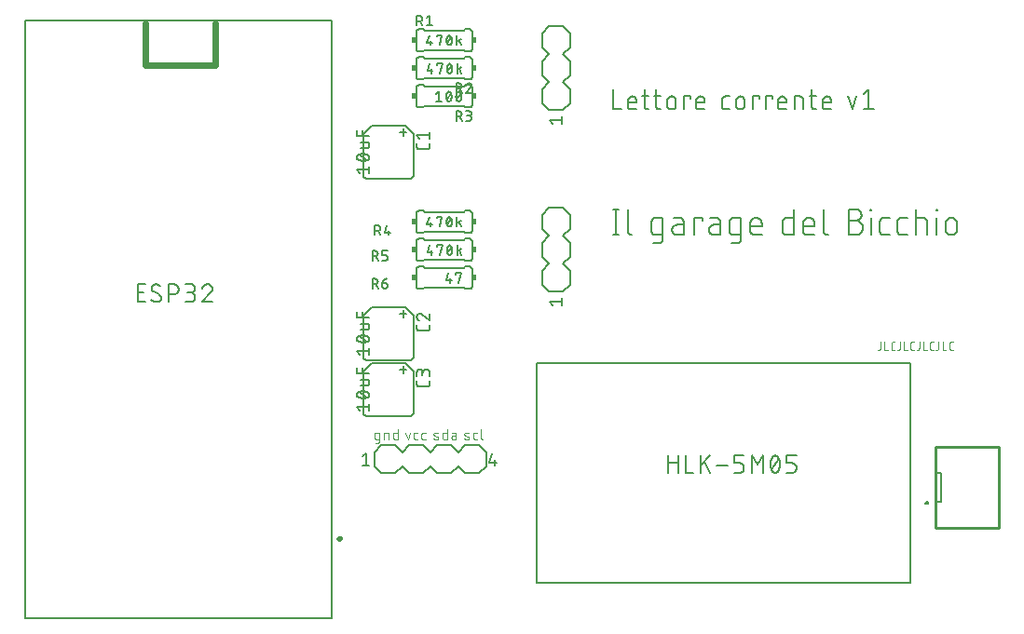
<source format=gbr>
G04 EAGLE Gerber RS-274X export*
G75*
%MOMM*%
%FSLAX34Y34*%
%LPD*%
%INSilkscreen Top*%
%IPPOS*%
%AMOC8*
5,1,8,0,0,1.08239X$1,22.5*%
G01*
%ADD10C,0.203200*%
%ADD11C,0.152400*%
%ADD12C,0.127000*%
%ADD13C,0.076200*%
%ADD14C,0.609600*%
%ADD15C,0.200000*%
%ADD16R,0.381000X0.508000*%
%ADD17C,0.280000*%
%ADD18C,0.254000*%


D10*
X549712Y354584D02*
X549712Y331216D01*
X547116Y331216D02*
X552309Y331216D01*
X552309Y354584D02*
X547116Y354584D01*
X560337Y354584D02*
X560337Y335111D01*
X560336Y335111D02*
X560338Y334989D01*
X560344Y334866D01*
X560353Y334744D01*
X560367Y334623D01*
X560384Y334502D01*
X560405Y334381D01*
X560430Y334261D01*
X560458Y334142D01*
X560491Y334024D01*
X560527Y333907D01*
X560566Y333792D01*
X560610Y333677D01*
X560656Y333564D01*
X560707Y333453D01*
X560761Y333343D01*
X560818Y333235D01*
X560878Y333128D01*
X560942Y333024D01*
X561010Y332922D01*
X561080Y332822D01*
X561153Y332724D01*
X561230Y332628D01*
X561309Y332535D01*
X561392Y332445D01*
X561477Y332357D01*
X561565Y332272D01*
X561655Y332189D01*
X561748Y332110D01*
X561844Y332033D01*
X561942Y331960D01*
X562042Y331890D01*
X562144Y331822D01*
X562248Y331758D01*
X562355Y331698D01*
X562463Y331641D01*
X562573Y331587D01*
X562684Y331536D01*
X562797Y331490D01*
X562912Y331446D01*
X563027Y331407D01*
X563144Y331371D01*
X563262Y331338D01*
X563381Y331310D01*
X563501Y331285D01*
X563622Y331264D01*
X563743Y331247D01*
X563864Y331233D01*
X563986Y331224D01*
X564109Y331218D01*
X564231Y331216D01*
X585945Y331216D02*
X592436Y331216D01*
X585945Y331216D02*
X585823Y331218D01*
X585700Y331224D01*
X585578Y331233D01*
X585457Y331247D01*
X585336Y331264D01*
X585215Y331285D01*
X585095Y331310D01*
X584976Y331338D01*
X584858Y331371D01*
X584741Y331407D01*
X584626Y331446D01*
X584511Y331490D01*
X584398Y331536D01*
X584287Y331587D01*
X584177Y331641D01*
X584069Y331698D01*
X583962Y331758D01*
X583858Y331822D01*
X583756Y331890D01*
X583656Y331960D01*
X583558Y332033D01*
X583462Y332110D01*
X583369Y332189D01*
X583279Y332272D01*
X583191Y332357D01*
X583106Y332445D01*
X583023Y332535D01*
X582944Y332628D01*
X582867Y332724D01*
X582794Y332822D01*
X582724Y332922D01*
X582656Y333024D01*
X582592Y333128D01*
X582532Y333235D01*
X582475Y333343D01*
X582421Y333453D01*
X582370Y333564D01*
X582324Y333677D01*
X582280Y333792D01*
X582241Y333907D01*
X582205Y334024D01*
X582172Y334142D01*
X582144Y334261D01*
X582119Y334381D01*
X582098Y334502D01*
X582081Y334623D01*
X582067Y334744D01*
X582058Y334866D01*
X582052Y334989D01*
X582050Y335111D01*
X582050Y342900D01*
X582052Y343022D01*
X582058Y343145D01*
X582067Y343267D01*
X582081Y343388D01*
X582098Y343509D01*
X582119Y343630D01*
X582144Y343750D01*
X582172Y343869D01*
X582205Y343987D01*
X582241Y344104D01*
X582280Y344219D01*
X582324Y344334D01*
X582370Y344447D01*
X582421Y344558D01*
X582475Y344668D01*
X582532Y344776D01*
X582592Y344883D01*
X582656Y344987D01*
X582724Y345089D01*
X582794Y345189D01*
X582867Y345287D01*
X582944Y345383D01*
X583023Y345476D01*
X583106Y345566D01*
X583191Y345654D01*
X583279Y345739D01*
X583369Y345822D01*
X583462Y345901D01*
X583558Y345978D01*
X583656Y346051D01*
X583756Y346121D01*
X583858Y346189D01*
X583962Y346253D01*
X584069Y346313D01*
X584177Y346370D01*
X584287Y346424D01*
X584398Y346475D01*
X584511Y346521D01*
X584626Y346565D01*
X584741Y346604D01*
X584858Y346640D01*
X584976Y346673D01*
X585095Y346701D01*
X585215Y346726D01*
X585336Y346747D01*
X585457Y346764D01*
X585578Y346778D01*
X585700Y346787D01*
X585823Y346793D01*
X585945Y346795D01*
X592436Y346795D01*
X592436Y327321D01*
X592434Y327199D01*
X592428Y327076D01*
X592419Y326954D01*
X592405Y326833D01*
X592388Y326712D01*
X592367Y326591D01*
X592342Y326471D01*
X592314Y326352D01*
X592281Y326234D01*
X592245Y326117D01*
X592206Y326002D01*
X592162Y325887D01*
X592116Y325774D01*
X592065Y325663D01*
X592011Y325553D01*
X591954Y325445D01*
X591894Y325338D01*
X591830Y325234D01*
X591762Y325132D01*
X591692Y325032D01*
X591619Y324934D01*
X591542Y324838D01*
X591463Y324745D01*
X591380Y324655D01*
X591295Y324567D01*
X591207Y324482D01*
X591117Y324399D01*
X591024Y324320D01*
X590928Y324243D01*
X590830Y324170D01*
X590730Y324100D01*
X590628Y324032D01*
X590524Y323968D01*
X590417Y323908D01*
X590309Y323851D01*
X590199Y323797D01*
X590088Y323746D01*
X589975Y323700D01*
X589860Y323656D01*
X589745Y323617D01*
X589628Y323581D01*
X589510Y323548D01*
X589391Y323520D01*
X589271Y323495D01*
X589150Y323474D01*
X589029Y323457D01*
X588908Y323443D01*
X588786Y323434D01*
X588663Y323428D01*
X588541Y323426D01*
X588541Y323427D02*
X583349Y323427D01*
X605385Y340304D02*
X611227Y340304D01*
X605385Y340304D02*
X605252Y340302D01*
X605118Y340296D01*
X604985Y340286D01*
X604853Y340273D01*
X604720Y340255D01*
X604589Y340234D01*
X604458Y340208D01*
X604327Y340179D01*
X604198Y340146D01*
X604070Y340110D01*
X603943Y340069D01*
X603817Y340025D01*
X603692Y339977D01*
X603569Y339925D01*
X603448Y339870D01*
X603328Y339812D01*
X603210Y339750D01*
X603094Y339684D01*
X602980Y339615D01*
X602867Y339543D01*
X602757Y339467D01*
X602650Y339389D01*
X602544Y339307D01*
X602442Y339222D01*
X602341Y339134D01*
X602243Y339043D01*
X602148Y338949D01*
X602056Y338853D01*
X601967Y338754D01*
X601880Y338652D01*
X601797Y338548D01*
X601717Y338442D01*
X601640Y338333D01*
X601566Y338222D01*
X601495Y338109D01*
X601428Y337993D01*
X601364Y337876D01*
X601303Y337757D01*
X601247Y337637D01*
X601193Y337514D01*
X601144Y337390D01*
X601098Y337265D01*
X601055Y337139D01*
X601017Y337011D01*
X600982Y336882D01*
X600951Y336753D01*
X600923Y336622D01*
X600900Y336491D01*
X600881Y336359D01*
X600865Y336226D01*
X600853Y336093D01*
X600845Y335960D01*
X600841Y335827D01*
X600841Y335693D01*
X600845Y335560D01*
X600853Y335427D01*
X600865Y335294D01*
X600881Y335161D01*
X600900Y335029D01*
X600923Y334898D01*
X600951Y334767D01*
X600982Y334638D01*
X601017Y334509D01*
X601055Y334381D01*
X601098Y334255D01*
X601144Y334130D01*
X601193Y334006D01*
X601247Y333883D01*
X601303Y333763D01*
X601364Y333644D01*
X601428Y333527D01*
X601495Y333411D01*
X601566Y333298D01*
X601640Y333187D01*
X601717Y333078D01*
X601797Y332972D01*
X601880Y332868D01*
X601967Y332766D01*
X602056Y332667D01*
X602148Y332571D01*
X602243Y332477D01*
X602341Y332386D01*
X602442Y332298D01*
X602544Y332213D01*
X602650Y332131D01*
X602757Y332053D01*
X602867Y331977D01*
X602980Y331905D01*
X603094Y331836D01*
X603210Y331770D01*
X603328Y331708D01*
X603448Y331650D01*
X603569Y331595D01*
X603692Y331543D01*
X603817Y331495D01*
X603943Y331451D01*
X604070Y331410D01*
X604198Y331374D01*
X604327Y331341D01*
X604458Y331312D01*
X604589Y331286D01*
X604720Y331265D01*
X604853Y331247D01*
X604985Y331234D01*
X605118Y331224D01*
X605252Y331218D01*
X605385Y331216D01*
X611227Y331216D01*
X611227Y342900D01*
X611225Y343022D01*
X611219Y343145D01*
X611210Y343267D01*
X611196Y343388D01*
X611179Y343509D01*
X611158Y343630D01*
X611133Y343750D01*
X611105Y343869D01*
X611072Y343987D01*
X611036Y344104D01*
X610997Y344219D01*
X610953Y344334D01*
X610907Y344447D01*
X610856Y344558D01*
X610802Y344668D01*
X610745Y344776D01*
X610685Y344883D01*
X610621Y344987D01*
X610553Y345089D01*
X610483Y345189D01*
X610410Y345287D01*
X610333Y345383D01*
X610254Y345476D01*
X610171Y345566D01*
X610086Y345654D01*
X609998Y345739D01*
X609908Y345822D01*
X609815Y345901D01*
X609719Y345978D01*
X609621Y346051D01*
X609521Y346121D01*
X609419Y346189D01*
X609315Y346253D01*
X609208Y346313D01*
X609100Y346370D01*
X608990Y346424D01*
X608879Y346475D01*
X608766Y346521D01*
X608651Y346565D01*
X608536Y346604D01*
X608419Y346640D01*
X608301Y346673D01*
X608182Y346701D01*
X608062Y346726D01*
X607941Y346747D01*
X607820Y346764D01*
X607699Y346778D01*
X607577Y346787D01*
X607454Y346793D01*
X607332Y346795D01*
X602139Y346795D01*
X620443Y346795D02*
X620443Y331216D01*
X620443Y346795D02*
X628232Y346795D01*
X628232Y344198D01*
X638791Y340304D02*
X644633Y340304D01*
X638791Y340304D02*
X638658Y340302D01*
X638524Y340296D01*
X638391Y340286D01*
X638259Y340273D01*
X638126Y340255D01*
X637995Y340234D01*
X637864Y340208D01*
X637733Y340179D01*
X637604Y340146D01*
X637476Y340110D01*
X637349Y340069D01*
X637223Y340025D01*
X637098Y339977D01*
X636975Y339925D01*
X636854Y339870D01*
X636734Y339812D01*
X636616Y339750D01*
X636500Y339684D01*
X636386Y339615D01*
X636273Y339543D01*
X636163Y339467D01*
X636056Y339389D01*
X635950Y339307D01*
X635848Y339222D01*
X635747Y339134D01*
X635649Y339043D01*
X635554Y338949D01*
X635462Y338853D01*
X635373Y338754D01*
X635286Y338652D01*
X635203Y338548D01*
X635123Y338442D01*
X635046Y338333D01*
X634972Y338222D01*
X634901Y338109D01*
X634834Y337993D01*
X634770Y337876D01*
X634709Y337757D01*
X634653Y337637D01*
X634599Y337514D01*
X634550Y337390D01*
X634504Y337265D01*
X634461Y337139D01*
X634423Y337011D01*
X634388Y336882D01*
X634357Y336753D01*
X634329Y336622D01*
X634306Y336491D01*
X634287Y336359D01*
X634271Y336226D01*
X634259Y336093D01*
X634251Y335960D01*
X634247Y335827D01*
X634247Y335693D01*
X634251Y335560D01*
X634259Y335427D01*
X634271Y335294D01*
X634287Y335161D01*
X634306Y335029D01*
X634329Y334898D01*
X634357Y334767D01*
X634388Y334638D01*
X634423Y334509D01*
X634461Y334381D01*
X634504Y334255D01*
X634550Y334130D01*
X634599Y334006D01*
X634653Y333883D01*
X634709Y333763D01*
X634770Y333644D01*
X634834Y333527D01*
X634901Y333411D01*
X634972Y333298D01*
X635046Y333187D01*
X635123Y333078D01*
X635203Y332972D01*
X635286Y332868D01*
X635373Y332766D01*
X635462Y332667D01*
X635554Y332571D01*
X635649Y332477D01*
X635747Y332386D01*
X635848Y332298D01*
X635950Y332213D01*
X636056Y332131D01*
X636163Y332053D01*
X636273Y331977D01*
X636386Y331905D01*
X636500Y331836D01*
X636616Y331770D01*
X636734Y331708D01*
X636854Y331650D01*
X636975Y331595D01*
X637098Y331543D01*
X637223Y331495D01*
X637349Y331451D01*
X637476Y331410D01*
X637604Y331374D01*
X637733Y331341D01*
X637864Y331312D01*
X637995Y331286D01*
X638126Y331265D01*
X638259Y331247D01*
X638391Y331234D01*
X638524Y331224D01*
X638658Y331218D01*
X638791Y331216D01*
X644633Y331216D01*
X644633Y342900D01*
X644631Y343022D01*
X644625Y343145D01*
X644616Y343267D01*
X644602Y343388D01*
X644585Y343509D01*
X644564Y343630D01*
X644539Y343750D01*
X644511Y343869D01*
X644478Y343987D01*
X644442Y344104D01*
X644403Y344219D01*
X644359Y344334D01*
X644313Y344447D01*
X644262Y344558D01*
X644208Y344668D01*
X644151Y344776D01*
X644091Y344883D01*
X644027Y344987D01*
X643959Y345089D01*
X643889Y345189D01*
X643816Y345287D01*
X643739Y345383D01*
X643660Y345476D01*
X643577Y345566D01*
X643492Y345654D01*
X643404Y345739D01*
X643314Y345822D01*
X643221Y345901D01*
X643125Y345978D01*
X643027Y346051D01*
X642927Y346121D01*
X642825Y346189D01*
X642721Y346253D01*
X642614Y346313D01*
X642506Y346370D01*
X642396Y346424D01*
X642285Y346475D01*
X642172Y346521D01*
X642057Y346565D01*
X641942Y346604D01*
X641825Y346640D01*
X641707Y346673D01*
X641588Y346701D01*
X641468Y346726D01*
X641347Y346747D01*
X641226Y346764D01*
X641105Y346778D01*
X640983Y346787D01*
X640860Y346793D01*
X640738Y346795D01*
X635545Y346795D01*
X656933Y331216D02*
X663424Y331216D01*
X656933Y331216D02*
X656811Y331218D01*
X656688Y331224D01*
X656566Y331233D01*
X656445Y331247D01*
X656324Y331264D01*
X656203Y331285D01*
X656083Y331310D01*
X655964Y331338D01*
X655846Y331371D01*
X655729Y331407D01*
X655614Y331446D01*
X655499Y331490D01*
X655386Y331536D01*
X655275Y331587D01*
X655165Y331641D01*
X655057Y331698D01*
X654950Y331758D01*
X654846Y331822D01*
X654744Y331890D01*
X654644Y331960D01*
X654546Y332033D01*
X654450Y332110D01*
X654357Y332189D01*
X654267Y332272D01*
X654179Y332357D01*
X654094Y332445D01*
X654011Y332535D01*
X653932Y332628D01*
X653855Y332724D01*
X653782Y332822D01*
X653712Y332922D01*
X653644Y333024D01*
X653580Y333128D01*
X653520Y333235D01*
X653463Y333343D01*
X653409Y333453D01*
X653358Y333564D01*
X653312Y333677D01*
X653268Y333792D01*
X653229Y333907D01*
X653193Y334024D01*
X653160Y334142D01*
X653132Y334261D01*
X653107Y334381D01*
X653086Y334502D01*
X653069Y334623D01*
X653055Y334744D01*
X653046Y334866D01*
X653040Y334989D01*
X653038Y335111D01*
X653038Y342900D01*
X653040Y343022D01*
X653046Y343145D01*
X653055Y343267D01*
X653069Y343388D01*
X653086Y343509D01*
X653107Y343630D01*
X653132Y343750D01*
X653160Y343869D01*
X653193Y343987D01*
X653229Y344104D01*
X653268Y344219D01*
X653312Y344334D01*
X653358Y344447D01*
X653409Y344558D01*
X653463Y344668D01*
X653520Y344776D01*
X653580Y344883D01*
X653644Y344987D01*
X653712Y345089D01*
X653782Y345189D01*
X653855Y345287D01*
X653932Y345383D01*
X654011Y345476D01*
X654094Y345566D01*
X654179Y345654D01*
X654267Y345739D01*
X654357Y345822D01*
X654450Y345901D01*
X654546Y345978D01*
X654644Y346051D01*
X654744Y346121D01*
X654846Y346189D01*
X654950Y346253D01*
X655057Y346313D01*
X655165Y346370D01*
X655275Y346424D01*
X655386Y346475D01*
X655499Y346521D01*
X655614Y346565D01*
X655729Y346604D01*
X655846Y346640D01*
X655964Y346673D01*
X656083Y346701D01*
X656203Y346726D01*
X656324Y346747D01*
X656445Y346764D01*
X656566Y346778D01*
X656688Y346787D01*
X656811Y346793D01*
X656933Y346795D01*
X663424Y346795D01*
X663424Y327321D01*
X663422Y327199D01*
X663416Y327076D01*
X663407Y326954D01*
X663393Y326833D01*
X663376Y326712D01*
X663355Y326591D01*
X663330Y326471D01*
X663302Y326352D01*
X663269Y326234D01*
X663233Y326117D01*
X663194Y326002D01*
X663150Y325887D01*
X663104Y325774D01*
X663053Y325663D01*
X662999Y325553D01*
X662942Y325445D01*
X662882Y325338D01*
X662818Y325234D01*
X662750Y325132D01*
X662680Y325032D01*
X662607Y324934D01*
X662530Y324838D01*
X662451Y324745D01*
X662368Y324655D01*
X662283Y324567D01*
X662195Y324482D01*
X662105Y324399D01*
X662012Y324320D01*
X661916Y324243D01*
X661818Y324170D01*
X661718Y324100D01*
X661616Y324032D01*
X661512Y323968D01*
X661405Y323908D01*
X661297Y323851D01*
X661187Y323797D01*
X661076Y323746D01*
X660963Y323700D01*
X660848Y323656D01*
X660733Y323617D01*
X660616Y323581D01*
X660498Y323548D01*
X660379Y323520D01*
X660259Y323495D01*
X660138Y323474D01*
X660017Y323457D01*
X659896Y323443D01*
X659774Y323434D01*
X659651Y323428D01*
X659529Y323426D01*
X659529Y323427D02*
X654336Y323427D01*
X675775Y331216D02*
X682266Y331216D01*
X675775Y331216D02*
X675653Y331218D01*
X675530Y331224D01*
X675408Y331233D01*
X675287Y331247D01*
X675166Y331264D01*
X675045Y331285D01*
X674925Y331310D01*
X674806Y331338D01*
X674688Y331371D01*
X674571Y331407D01*
X674456Y331446D01*
X674341Y331490D01*
X674228Y331536D01*
X674117Y331587D01*
X674007Y331641D01*
X673899Y331698D01*
X673792Y331758D01*
X673688Y331822D01*
X673586Y331890D01*
X673486Y331960D01*
X673388Y332033D01*
X673292Y332110D01*
X673199Y332189D01*
X673109Y332272D01*
X673021Y332357D01*
X672936Y332445D01*
X672853Y332535D01*
X672774Y332628D01*
X672697Y332724D01*
X672624Y332822D01*
X672554Y332922D01*
X672486Y333024D01*
X672422Y333128D01*
X672362Y333235D01*
X672305Y333343D01*
X672251Y333453D01*
X672200Y333564D01*
X672154Y333677D01*
X672110Y333792D01*
X672071Y333907D01*
X672035Y334024D01*
X672002Y334142D01*
X671974Y334261D01*
X671949Y334381D01*
X671928Y334502D01*
X671911Y334623D01*
X671897Y334744D01*
X671888Y334866D01*
X671882Y334989D01*
X671880Y335111D01*
X671880Y341602D01*
X671882Y341745D01*
X671888Y341888D01*
X671898Y342031D01*
X671912Y342173D01*
X671929Y342315D01*
X671951Y342457D01*
X671976Y342598D01*
X672006Y342738D01*
X672039Y342877D01*
X672076Y343015D01*
X672117Y343152D01*
X672161Y343288D01*
X672210Y343423D01*
X672262Y343556D01*
X672317Y343688D01*
X672377Y343818D01*
X672440Y343947D01*
X672506Y344074D01*
X672576Y344199D01*
X672649Y344321D01*
X672726Y344442D01*
X672806Y344561D01*
X672889Y344677D01*
X672975Y344792D01*
X673064Y344903D01*
X673157Y345013D01*
X673252Y345119D01*
X673351Y345223D01*
X673452Y345324D01*
X673556Y345423D01*
X673662Y345518D01*
X673772Y345611D01*
X673883Y345700D01*
X673998Y345786D01*
X674114Y345869D01*
X674233Y345949D01*
X674354Y346026D01*
X674477Y346099D01*
X674601Y346169D01*
X674728Y346235D01*
X674857Y346298D01*
X674987Y346358D01*
X675119Y346413D01*
X675252Y346465D01*
X675387Y346514D01*
X675523Y346558D01*
X675660Y346599D01*
X675798Y346636D01*
X675937Y346669D01*
X676077Y346699D01*
X676218Y346724D01*
X676360Y346746D01*
X676502Y346763D01*
X676644Y346777D01*
X676787Y346787D01*
X676930Y346793D01*
X677073Y346795D01*
X677216Y346793D01*
X677359Y346787D01*
X677502Y346777D01*
X677644Y346763D01*
X677786Y346746D01*
X677928Y346724D01*
X678069Y346699D01*
X678209Y346669D01*
X678348Y346636D01*
X678486Y346599D01*
X678623Y346558D01*
X678759Y346514D01*
X678894Y346465D01*
X679027Y346413D01*
X679159Y346358D01*
X679289Y346298D01*
X679418Y346235D01*
X679545Y346169D01*
X679670Y346099D01*
X679792Y346026D01*
X679913Y345949D01*
X680032Y345869D01*
X680148Y345786D01*
X680263Y345700D01*
X680374Y345611D01*
X680484Y345518D01*
X680590Y345423D01*
X680694Y345324D01*
X680795Y345223D01*
X680894Y345119D01*
X680989Y345013D01*
X681082Y344903D01*
X681171Y344792D01*
X681257Y344677D01*
X681340Y344561D01*
X681420Y344442D01*
X681497Y344321D01*
X681570Y344199D01*
X681640Y344074D01*
X681706Y343947D01*
X681769Y343818D01*
X681829Y343688D01*
X681884Y343556D01*
X681936Y343423D01*
X681985Y343288D01*
X682029Y343152D01*
X682070Y343015D01*
X682107Y342877D01*
X682140Y342738D01*
X682170Y342598D01*
X682195Y342457D01*
X682217Y342315D01*
X682234Y342173D01*
X682248Y342031D01*
X682258Y341888D01*
X682264Y341745D01*
X682266Y341602D01*
X682266Y339005D01*
X671880Y339005D01*
X711445Y331216D02*
X711445Y354584D01*
X711445Y331216D02*
X704954Y331216D01*
X704832Y331218D01*
X704709Y331224D01*
X704587Y331233D01*
X704466Y331247D01*
X704345Y331264D01*
X704224Y331285D01*
X704104Y331310D01*
X703985Y331338D01*
X703867Y331371D01*
X703750Y331407D01*
X703635Y331446D01*
X703520Y331490D01*
X703407Y331536D01*
X703296Y331587D01*
X703186Y331641D01*
X703078Y331698D01*
X702971Y331758D01*
X702867Y331822D01*
X702765Y331890D01*
X702665Y331960D01*
X702567Y332033D01*
X702471Y332110D01*
X702378Y332189D01*
X702288Y332272D01*
X702200Y332357D01*
X702115Y332445D01*
X702032Y332535D01*
X701953Y332628D01*
X701876Y332724D01*
X701803Y332822D01*
X701733Y332922D01*
X701665Y333024D01*
X701601Y333128D01*
X701541Y333235D01*
X701484Y333343D01*
X701430Y333453D01*
X701379Y333564D01*
X701333Y333677D01*
X701289Y333792D01*
X701250Y333907D01*
X701214Y334024D01*
X701181Y334142D01*
X701153Y334261D01*
X701128Y334381D01*
X701107Y334502D01*
X701090Y334623D01*
X701076Y334744D01*
X701067Y334866D01*
X701061Y334989D01*
X701059Y335111D01*
X701059Y342900D01*
X701061Y343022D01*
X701067Y343145D01*
X701076Y343267D01*
X701090Y343388D01*
X701107Y343509D01*
X701128Y343630D01*
X701153Y343750D01*
X701181Y343869D01*
X701214Y343987D01*
X701250Y344104D01*
X701289Y344219D01*
X701333Y344334D01*
X701379Y344447D01*
X701430Y344558D01*
X701484Y344668D01*
X701541Y344776D01*
X701601Y344883D01*
X701665Y344987D01*
X701733Y345089D01*
X701803Y345189D01*
X701876Y345287D01*
X701953Y345383D01*
X702032Y345476D01*
X702115Y345566D01*
X702200Y345654D01*
X702288Y345739D01*
X702378Y345822D01*
X702471Y345901D01*
X702567Y345978D01*
X702665Y346051D01*
X702765Y346121D01*
X702867Y346189D01*
X702971Y346253D01*
X703078Y346313D01*
X703186Y346370D01*
X703296Y346424D01*
X703407Y346475D01*
X703520Y346521D01*
X703635Y346565D01*
X703750Y346604D01*
X703867Y346640D01*
X703985Y346673D01*
X704104Y346701D01*
X704224Y346726D01*
X704345Y346747D01*
X704466Y346764D01*
X704587Y346778D01*
X704709Y346787D01*
X704832Y346793D01*
X704954Y346795D01*
X711445Y346795D01*
X723796Y331216D02*
X730287Y331216D01*
X723796Y331216D02*
X723674Y331218D01*
X723551Y331224D01*
X723429Y331233D01*
X723308Y331247D01*
X723187Y331264D01*
X723066Y331285D01*
X722946Y331310D01*
X722827Y331338D01*
X722709Y331371D01*
X722592Y331407D01*
X722477Y331446D01*
X722362Y331490D01*
X722249Y331536D01*
X722138Y331587D01*
X722028Y331641D01*
X721920Y331698D01*
X721813Y331758D01*
X721709Y331822D01*
X721607Y331890D01*
X721507Y331960D01*
X721409Y332033D01*
X721313Y332110D01*
X721220Y332189D01*
X721130Y332272D01*
X721042Y332357D01*
X720957Y332445D01*
X720874Y332535D01*
X720795Y332628D01*
X720718Y332724D01*
X720645Y332822D01*
X720575Y332922D01*
X720507Y333024D01*
X720443Y333128D01*
X720383Y333235D01*
X720326Y333343D01*
X720272Y333453D01*
X720221Y333564D01*
X720175Y333677D01*
X720131Y333792D01*
X720092Y333907D01*
X720056Y334024D01*
X720023Y334142D01*
X719995Y334261D01*
X719970Y334381D01*
X719949Y334502D01*
X719932Y334623D01*
X719918Y334744D01*
X719909Y334866D01*
X719903Y334989D01*
X719901Y335111D01*
X719901Y341602D01*
X719903Y341745D01*
X719909Y341888D01*
X719919Y342031D01*
X719933Y342173D01*
X719950Y342315D01*
X719972Y342457D01*
X719997Y342598D01*
X720027Y342738D01*
X720060Y342877D01*
X720097Y343015D01*
X720138Y343152D01*
X720182Y343288D01*
X720231Y343423D01*
X720283Y343556D01*
X720338Y343688D01*
X720398Y343818D01*
X720461Y343947D01*
X720527Y344074D01*
X720597Y344199D01*
X720670Y344321D01*
X720747Y344442D01*
X720827Y344561D01*
X720910Y344677D01*
X720996Y344792D01*
X721085Y344903D01*
X721178Y345013D01*
X721273Y345119D01*
X721372Y345223D01*
X721473Y345324D01*
X721577Y345423D01*
X721683Y345518D01*
X721793Y345611D01*
X721904Y345700D01*
X722019Y345786D01*
X722135Y345869D01*
X722254Y345949D01*
X722375Y346026D01*
X722498Y346099D01*
X722622Y346169D01*
X722749Y346235D01*
X722878Y346298D01*
X723008Y346358D01*
X723140Y346413D01*
X723273Y346465D01*
X723408Y346514D01*
X723544Y346558D01*
X723681Y346599D01*
X723819Y346636D01*
X723958Y346669D01*
X724098Y346699D01*
X724239Y346724D01*
X724381Y346746D01*
X724523Y346763D01*
X724665Y346777D01*
X724808Y346787D01*
X724951Y346793D01*
X725094Y346795D01*
X725237Y346793D01*
X725380Y346787D01*
X725523Y346777D01*
X725665Y346763D01*
X725807Y346746D01*
X725949Y346724D01*
X726090Y346699D01*
X726230Y346669D01*
X726369Y346636D01*
X726507Y346599D01*
X726644Y346558D01*
X726780Y346514D01*
X726915Y346465D01*
X727048Y346413D01*
X727180Y346358D01*
X727310Y346298D01*
X727439Y346235D01*
X727566Y346169D01*
X727691Y346099D01*
X727813Y346026D01*
X727934Y345949D01*
X728053Y345869D01*
X728169Y345786D01*
X728284Y345700D01*
X728395Y345611D01*
X728505Y345518D01*
X728611Y345423D01*
X728715Y345324D01*
X728816Y345223D01*
X728915Y345119D01*
X729010Y345013D01*
X729103Y344903D01*
X729192Y344792D01*
X729278Y344677D01*
X729361Y344561D01*
X729441Y344442D01*
X729518Y344321D01*
X729591Y344199D01*
X729661Y344074D01*
X729727Y343947D01*
X729790Y343818D01*
X729850Y343688D01*
X729905Y343556D01*
X729957Y343423D01*
X730006Y343288D01*
X730050Y343152D01*
X730091Y343015D01*
X730128Y342877D01*
X730161Y342738D01*
X730191Y342598D01*
X730216Y342457D01*
X730238Y342315D01*
X730255Y342173D01*
X730269Y342031D01*
X730279Y341888D01*
X730285Y341745D01*
X730287Y341602D01*
X730287Y339005D01*
X719901Y339005D01*
X738502Y335111D02*
X738502Y354584D01*
X738502Y335111D02*
X738504Y334989D01*
X738510Y334866D01*
X738519Y334744D01*
X738533Y334623D01*
X738550Y334502D01*
X738571Y334381D01*
X738596Y334261D01*
X738624Y334142D01*
X738657Y334024D01*
X738693Y333907D01*
X738732Y333792D01*
X738776Y333677D01*
X738822Y333564D01*
X738873Y333453D01*
X738927Y333343D01*
X738984Y333235D01*
X739044Y333128D01*
X739108Y333024D01*
X739176Y332922D01*
X739246Y332822D01*
X739319Y332724D01*
X739396Y332628D01*
X739475Y332535D01*
X739558Y332445D01*
X739643Y332357D01*
X739731Y332272D01*
X739821Y332189D01*
X739914Y332110D01*
X740010Y332033D01*
X740108Y331960D01*
X740208Y331890D01*
X740310Y331822D01*
X740414Y331758D01*
X740521Y331698D01*
X740629Y331641D01*
X740739Y331587D01*
X740850Y331536D01*
X740963Y331490D01*
X741078Y331446D01*
X741193Y331407D01*
X741310Y331371D01*
X741428Y331338D01*
X741547Y331310D01*
X741667Y331285D01*
X741788Y331264D01*
X741909Y331247D01*
X742030Y331233D01*
X742152Y331224D01*
X742275Y331218D01*
X742397Y331216D01*
X761204Y344198D02*
X767695Y344198D01*
X767854Y344196D01*
X768013Y344190D01*
X768173Y344180D01*
X768331Y344167D01*
X768490Y344149D01*
X768647Y344128D01*
X768805Y344102D01*
X768961Y344073D01*
X769117Y344040D01*
X769272Y344003D01*
X769426Y343963D01*
X769579Y343918D01*
X769731Y343870D01*
X769882Y343819D01*
X770031Y343763D01*
X770179Y343704D01*
X770325Y343641D01*
X770470Y343575D01*
X770613Y343505D01*
X770755Y343432D01*
X770894Y343355D01*
X771032Y343275D01*
X771168Y343191D01*
X771301Y343104D01*
X771433Y343014D01*
X771562Y342921D01*
X771688Y342824D01*
X771813Y342725D01*
X771935Y342622D01*
X772054Y342517D01*
X772171Y342408D01*
X772285Y342297D01*
X772396Y342183D01*
X772505Y342066D01*
X772610Y341947D01*
X772713Y341825D01*
X772812Y341700D01*
X772909Y341574D01*
X773002Y341445D01*
X773092Y341313D01*
X773179Y341180D01*
X773263Y341044D01*
X773343Y340906D01*
X773420Y340767D01*
X773493Y340625D01*
X773563Y340482D01*
X773629Y340337D01*
X773692Y340191D01*
X773751Y340043D01*
X773807Y339894D01*
X773858Y339743D01*
X773906Y339591D01*
X773951Y339438D01*
X773991Y339284D01*
X774028Y339129D01*
X774061Y338973D01*
X774090Y338817D01*
X774116Y338659D01*
X774137Y338502D01*
X774155Y338343D01*
X774168Y338185D01*
X774178Y338025D01*
X774184Y337866D01*
X774186Y337707D01*
X774184Y337548D01*
X774178Y337389D01*
X774168Y337229D01*
X774155Y337071D01*
X774137Y336912D01*
X774116Y336755D01*
X774090Y336597D01*
X774061Y336441D01*
X774028Y336285D01*
X773991Y336130D01*
X773951Y335976D01*
X773906Y335823D01*
X773858Y335671D01*
X773807Y335520D01*
X773751Y335371D01*
X773692Y335223D01*
X773629Y335077D01*
X773563Y334932D01*
X773493Y334789D01*
X773420Y334647D01*
X773343Y334508D01*
X773263Y334370D01*
X773179Y334234D01*
X773092Y334101D01*
X773002Y333969D01*
X772909Y333840D01*
X772812Y333714D01*
X772713Y333589D01*
X772610Y333467D01*
X772505Y333348D01*
X772396Y333231D01*
X772285Y333117D01*
X772171Y333006D01*
X772054Y332897D01*
X771935Y332792D01*
X771813Y332689D01*
X771688Y332590D01*
X771562Y332493D01*
X771433Y332400D01*
X771301Y332310D01*
X771168Y332223D01*
X771032Y332139D01*
X770894Y332059D01*
X770755Y331982D01*
X770613Y331909D01*
X770470Y331839D01*
X770325Y331773D01*
X770179Y331710D01*
X770031Y331651D01*
X769882Y331595D01*
X769731Y331544D01*
X769579Y331496D01*
X769426Y331451D01*
X769272Y331411D01*
X769117Y331374D01*
X768961Y331341D01*
X768805Y331312D01*
X768647Y331286D01*
X768490Y331265D01*
X768331Y331247D01*
X768173Y331234D01*
X768013Y331224D01*
X767854Y331218D01*
X767695Y331216D01*
X761204Y331216D01*
X761204Y354584D01*
X767695Y354584D01*
X767838Y354582D01*
X767981Y354576D01*
X768124Y354566D01*
X768266Y354552D01*
X768408Y354535D01*
X768550Y354513D01*
X768691Y354488D01*
X768831Y354458D01*
X768970Y354425D01*
X769108Y354388D01*
X769245Y354347D01*
X769381Y354303D01*
X769516Y354254D01*
X769649Y354202D01*
X769781Y354147D01*
X769911Y354087D01*
X770040Y354024D01*
X770167Y353958D01*
X770292Y353888D01*
X770414Y353815D01*
X770535Y353738D01*
X770654Y353658D01*
X770770Y353575D01*
X770885Y353489D01*
X770996Y353400D01*
X771106Y353307D01*
X771212Y353212D01*
X771316Y353113D01*
X771417Y353012D01*
X771516Y352908D01*
X771611Y352802D01*
X771704Y352692D01*
X771793Y352581D01*
X771879Y352466D01*
X771962Y352350D01*
X772042Y352231D01*
X772119Y352110D01*
X772192Y351987D01*
X772262Y351863D01*
X772328Y351736D01*
X772391Y351607D01*
X772451Y351477D01*
X772506Y351345D01*
X772558Y351212D01*
X772607Y351077D01*
X772651Y350941D01*
X772692Y350804D01*
X772729Y350666D01*
X772762Y350527D01*
X772792Y350387D01*
X772817Y350246D01*
X772839Y350104D01*
X772856Y349962D01*
X772870Y349820D01*
X772880Y349677D01*
X772886Y349534D01*
X772888Y349391D01*
X772886Y349248D01*
X772880Y349105D01*
X772870Y348962D01*
X772856Y348820D01*
X772839Y348678D01*
X772817Y348536D01*
X772792Y348395D01*
X772762Y348255D01*
X772729Y348116D01*
X772692Y347978D01*
X772651Y347841D01*
X772607Y347705D01*
X772558Y347570D01*
X772506Y347437D01*
X772451Y347305D01*
X772391Y347175D01*
X772328Y347046D01*
X772262Y346919D01*
X772192Y346794D01*
X772119Y346672D01*
X772042Y346551D01*
X771962Y346432D01*
X771879Y346316D01*
X771793Y346201D01*
X771704Y346090D01*
X771611Y345980D01*
X771516Y345874D01*
X771417Y345770D01*
X771316Y345669D01*
X771212Y345570D01*
X771106Y345475D01*
X770996Y345382D01*
X770885Y345293D01*
X770770Y345207D01*
X770654Y345124D01*
X770535Y345044D01*
X770414Y344967D01*
X770292Y344894D01*
X770167Y344824D01*
X770040Y344758D01*
X769911Y344695D01*
X769781Y344635D01*
X769649Y344580D01*
X769516Y344528D01*
X769381Y344479D01*
X769245Y344435D01*
X769108Y344394D01*
X768970Y344357D01*
X768831Y344324D01*
X768691Y344294D01*
X768550Y344269D01*
X768408Y344247D01*
X768266Y344230D01*
X768124Y344216D01*
X767981Y344206D01*
X767838Y344200D01*
X767695Y344198D01*
X781466Y346795D02*
X781466Y331216D01*
X780817Y353286D02*
X780817Y354584D01*
X782116Y354584D01*
X782116Y353286D01*
X780817Y353286D01*
X793406Y331216D02*
X798599Y331216D01*
X793406Y331216D02*
X793284Y331218D01*
X793161Y331224D01*
X793039Y331233D01*
X792918Y331247D01*
X792797Y331264D01*
X792676Y331285D01*
X792556Y331310D01*
X792437Y331338D01*
X792319Y331371D01*
X792202Y331407D01*
X792087Y331446D01*
X791972Y331490D01*
X791859Y331536D01*
X791748Y331587D01*
X791638Y331641D01*
X791530Y331698D01*
X791423Y331758D01*
X791319Y331822D01*
X791217Y331890D01*
X791117Y331960D01*
X791019Y332033D01*
X790923Y332110D01*
X790830Y332189D01*
X790740Y332272D01*
X790652Y332357D01*
X790567Y332445D01*
X790484Y332535D01*
X790405Y332628D01*
X790328Y332724D01*
X790255Y332822D01*
X790185Y332922D01*
X790117Y333024D01*
X790053Y333128D01*
X789993Y333235D01*
X789936Y333343D01*
X789882Y333453D01*
X789831Y333564D01*
X789785Y333677D01*
X789741Y333792D01*
X789702Y333907D01*
X789666Y334024D01*
X789633Y334142D01*
X789605Y334261D01*
X789580Y334381D01*
X789559Y334502D01*
X789542Y334623D01*
X789528Y334744D01*
X789519Y334866D01*
X789513Y334989D01*
X789511Y335111D01*
X789511Y342900D01*
X789513Y343022D01*
X789519Y343145D01*
X789528Y343267D01*
X789542Y343388D01*
X789559Y343509D01*
X789580Y343630D01*
X789605Y343750D01*
X789633Y343869D01*
X789666Y343987D01*
X789702Y344104D01*
X789741Y344219D01*
X789785Y344334D01*
X789831Y344447D01*
X789882Y344558D01*
X789936Y344668D01*
X789993Y344776D01*
X790053Y344883D01*
X790117Y344987D01*
X790185Y345089D01*
X790255Y345189D01*
X790328Y345287D01*
X790405Y345383D01*
X790484Y345476D01*
X790567Y345566D01*
X790652Y345654D01*
X790740Y345739D01*
X790830Y345822D01*
X790923Y345901D01*
X791019Y345978D01*
X791117Y346051D01*
X791217Y346121D01*
X791319Y346189D01*
X791423Y346253D01*
X791530Y346313D01*
X791638Y346370D01*
X791748Y346424D01*
X791859Y346475D01*
X791972Y346521D01*
X792087Y346565D01*
X792202Y346604D01*
X792319Y346640D01*
X792437Y346673D01*
X792556Y346701D01*
X792676Y346726D01*
X792797Y346747D01*
X792918Y346764D01*
X793039Y346778D01*
X793161Y346787D01*
X793284Y346793D01*
X793406Y346795D01*
X798599Y346795D01*
X809413Y331216D02*
X814606Y331216D01*
X809413Y331216D02*
X809291Y331218D01*
X809168Y331224D01*
X809046Y331233D01*
X808925Y331247D01*
X808804Y331264D01*
X808683Y331285D01*
X808563Y331310D01*
X808444Y331338D01*
X808326Y331371D01*
X808209Y331407D01*
X808094Y331446D01*
X807979Y331490D01*
X807866Y331536D01*
X807755Y331587D01*
X807645Y331641D01*
X807537Y331698D01*
X807430Y331758D01*
X807326Y331822D01*
X807224Y331890D01*
X807124Y331960D01*
X807026Y332033D01*
X806930Y332110D01*
X806837Y332189D01*
X806747Y332272D01*
X806659Y332357D01*
X806574Y332445D01*
X806491Y332535D01*
X806412Y332628D01*
X806335Y332724D01*
X806262Y332822D01*
X806192Y332922D01*
X806124Y333024D01*
X806060Y333128D01*
X806000Y333235D01*
X805943Y333343D01*
X805889Y333453D01*
X805838Y333564D01*
X805792Y333677D01*
X805748Y333792D01*
X805709Y333907D01*
X805673Y334024D01*
X805640Y334142D01*
X805612Y334261D01*
X805587Y334381D01*
X805566Y334502D01*
X805549Y334623D01*
X805535Y334744D01*
X805526Y334866D01*
X805520Y334989D01*
X805518Y335111D01*
X805518Y342900D01*
X805520Y343022D01*
X805526Y343145D01*
X805535Y343267D01*
X805549Y343388D01*
X805566Y343509D01*
X805587Y343630D01*
X805612Y343750D01*
X805640Y343869D01*
X805673Y343987D01*
X805709Y344104D01*
X805748Y344219D01*
X805792Y344334D01*
X805838Y344447D01*
X805889Y344558D01*
X805943Y344668D01*
X806000Y344776D01*
X806060Y344883D01*
X806124Y344987D01*
X806192Y345089D01*
X806262Y345189D01*
X806335Y345287D01*
X806412Y345383D01*
X806491Y345476D01*
X806574Y345566D01*
X806659Y345654D01*
X806747Y345739D01*
X806837Y345822D01*
X806930Y345901D01*
X807026Y345978D01*
X807124Y346051D01*
X807224Y346121D01*
X807326Y346189D01*
X807430Y346253D01*
X807537Y346313D01*
X807645Y346370D01*
X807755Y346424D01*
X807866Y346475D01*
X807979Y346521D01*
X808094Y346565D01*
X808209Y346604D01*
X808326Y346640D01*
X808444Y346673D01*
X808563Y346701D01*
X808683Y346726D01*
X808804Y346747D01*
X808925Y346764D01*
X809046Y346778D01*
X809168Y346787D01*
X809291Y346793D01*
X809413Y346795D01*
X814606Y346795D01*
X822207Y354584D02*
X822207Y331216D01*
X822207Y346795D02*
X828698Y346795D01*
X828820Y346793D01*
X828943Y346787D01*
X829065Y346778D01*
X829186Y346764D01*
X829307Y346747D01*
X829428Y346726D01*
X829548Y346701D01*
X829667Y346673D01*
X829785Y346640D01*
X829902Y346604D01*
X830017Y346565D01*
X830132Y346521D01*
X830245Y346475D01*
X830356Y346424D01*
X830466Y346370D01*
X830574Y346313D01*
X830681Y346253D01*
X830785Y346189D01*
X830887Y346121D01*
X830987Y346051D01*
X831085Y345978D01*
X831181Y345901D01*
X831274Y345822D01*
X831364Y345739D01*
X831452Y345654D01*
X831537Y345566D01*
X831620Y345476D01*
X831699Y345383D01*
X831776Y345287D01*
X831849Y345189D01*
X831919Y345089D01*
X831987Y344987D01*
X832051Y344883D01*
X832111Y344776D01*
X832168Y344668D01*
X832222Y344558D01*
X832273Y344447D01*
X832319Y344334D01*
X832363Y344219D01*
X832402Y344104D01*
X832438Y343987D01*
X832471Y343869D01*
X832499Y343750D01*
X832524Y343630D01*
X832545Y343509D01*
X832562Y343388D01*
X832576Y343267D01*
X832585Y343145D01*
X832591Y343022D01*
X832593Y342900D01*
X832593Y331216D01*
X841319Y331216D02*
X841319Y346795D01*
X840670Y353286D02*
X840670Y354584D01*
X841968Y354584D01*
X841968Y353286D01*
X840670Y353286D01*
X849349Y341602D02*
X849349Y336409D01*
X849349Y341602D02*
X849351Y341745D01*
X849357Y341888D01*
X849367Y342031D01*
X849381Y342173D01*
X849398Y342315D01*
X849420Y342457D01*
X849445Y342598D01*
X849475Y342738D01*
X849508Y342877D01*
X849545Y343015D01*
X849586Y343152D01*
X849630Y343288D01*
X849679Y343423D01*
X849731Y343556D01*
X849786Y343688D01*
X849846Y343818D01*
X849909Y343947D01*
X849975Y344074D01*
X850045Y344199D01*
X850118Y344321D01*
X850195Y344442D01*
X850275Y344561D01*
X850358Y344677D01*
X850444Y344792D01*
X850533Y344903D01*
X850626Y345013D01*
X850721Y345119D01*
X850820Y345223D01*
X850921Y345324D01*
X851025Y345423D01*
X851131Y345518D01*
X851241Y345611D01*
X851352Y345700D01*
X851467Y345786D01*
X851583Y345869D01*
X851702Y345949D01*
X851823Y346026D01*
X851946Y346099D01*
X852070Y346169D01*
X852197Y346235D01*
X852326Y346298D01*
X852456Y346358D01*
X852588Y346413D01*
X852721Y346465D01*
X852856Y346514D01*
X852992Y346558D01*
X853129Y346599D01*
X853267Y346636D01*
X853406Y346669D01*
X853546Y346699D01*
X853687Y346724D01*
X853829Y346746D01*
X853971Y346763D01*
X854113Y346777D01*
X854256Y346787D01*
X854399Y346793D01*
X854542Y346795D01*
X854685Y346793D01*
X854828Y346787D01*
X854971Y346777D01*
X855113Y346763D01*
X855255Y346746D01*
X855397Y346724D01*
X855538Y346699D01*
X855678Y346669D01*
X855817Y346636D01*
X855955Y346599D01*
X856092Y346558D01*
X856228Y346514D01*
X856363Y346465D01*
X856496Y346413D01*
X856628Y346358D01*
X856758Y346298D01*
X856887Y346235D01*
X857014Y346169D01*
X857139Y346099D01*
X857261Y346026D01*
X857382Y345949D01*
X857501Y345869D01*
X857617Y345786D01*
X857732Y345700D01*
X857843Y345611D01*
X857953Y345518D01*
X858059Y345423D01*
X858163Y345324D01*
X858264Y345223D01*
X858363Y345119D01*
X858458Y345013D01*
X858551Y344903D01*
X858640Y344792D01*
X858726Y344677D01*
X858809Y344561D01*
X858889Y344442D01*
X858966Y344321D01*
X859039Y344199D01*
X859109Y344074D01*
X859175Y343947D01*
X859238Y343818D01*
X859298Y343688D01*
X859353Y343556D01*
X859405Y343423D01*
X859454Y343288D01*
X859498Y343152D01*
X859539Y343015D01*
X859576Y342877D01*
X859609Y342738D01*
X859639Y342598D01*
X859664Y342457D01*
X859686Y342315D01*
X859703Y342173D01*
X859717Y342031D01*
X859727Y341888D01*
X859733Y341745D01*
X859735Y341602D01*
X859735Y336409D01*
X859733Y336266D01*
X859727Y336123D01*
X859717Y335980D01*
X859703Y335838D01*
X859686Y335696D01*
X859664Y335554D01*
X859639Y335413D01*
X859609Y335273D01*
X859576Y335134D01*
X859539Y334996D01*
X859498Y334859D01*
X859454Y334723D01*
X859405Y334588D01*
X859353Y334455D01*
X859298Y334323D01*
X859238Y334193D01*
X859175Y334064D01*
X859109Y333937D01*
X859039Y333812D01*
X858966Y333690D01*
X858889Y333569D01*
X858809Y333450D01*
X858726Y333334D01*
X858640Y333219D01*
X858551Y333108D01*
X858458Y332998D01*
X858363Y332892D01*
X858264Y332788D01*
X858163Y332687D01*
X858059Y332588D01*
X857953Y332493D01*
X857843Y332400D01*
X857732Y332311D01*
X857617Y332225D01*
X857501Y332142D01*
X857382Y332062D01*
X857261Y331985D01*
X857138Y331912D01*
X857014Y331842D01*
X856887Y331776D01*
X856758Y331713D01*
X856628Y331653D01*
X856496Y331598D01*
X856363Y331546D01*
X856228Y331497D01*
X856092Y331453D01*
X855955Y331412D01*
X855817Y331375D01*
X855678Y331342D01*
X855538Y331312D01*
X855397Y331287D01*
X855255Y331265D01*
X855113Y331248D01*
X854971Y331234D01*
X854828Y331224D01*
X854685Y331218D01*
X854542Y331216D01*
X854399Y331218D01*
X854256Y331224D01*
X854113Y331234D01*
X853971Y331248D01*
X853829Y331265D01*
X853687Y331287D01*
X853546Y331312D01*
X853406Y331342D01*
X853267Y331375D01*
X853129Y331412D01*
X852992Y331453D01*
X852856Y331497D01*
X852721Y331546D01*
X852588Y331598D01*
X852456Y331653D01*
X852326Y331713D01*
X852197Y331776D01*
X852070Y331842D01*
X851946Y331912D01*
X851823Y331985D01*
X851702Y332062D01*
X851583Y332142D01*
X851467Y332225D01*
X851352Y332311D01*
X851241Y332400D01*
X851131Y332493D01*
X851025Y332588D01*
X850921Y332687D01*
X850820Y332788D01*
X850721Y332892D01*
X850626Y332998D01*
X850533Y333108D01*
X850444Y333219D01*
X850358Y333334D01*
X850275Y333450D01*
X850195Y333569D01*
X850118Y333690D01*
X850045Y333813D01*
X849975Y333937D01*
X849909Y334064D01*
X849846Y334193D01*
X849786Y334323D01*
X849731Y334455D01*
X849679Y334588D01*
X849630Y334723D01*
X849586Y334859D01*
X849545Y334996D01*
X849508Y335134D01*
X849475Y335273D01*
X849445Y335413D01*
X849420Y335554D01*
X849398Y335696D01*
X849381Y335838D01*
X849367Y335980D01*
X849357Y336123D01*
X849351Y336266D01*
X849349Y336409D01*
D11*
X546862Y445262D02*
X546862Y463042D01*
X546862Y445262D02*
X554764Y445262D01*
X563626Y445262D02*
X568565Y445262D01*
X563626Y445262D02*
X563520Y445264D01*
X563415Y445270D01*
X563309Y445279D01*
X563204Y445292D01*
X563100Y445309D01*
X562996Y445330D01*
X562893Y445354D01*
X562791Y445382D01*
X562690Y445414D01*
X562591Y445449D01*
X562492Y445488D01*
X562395Y445530D01*
X562300Y445575D01*
X562206Y445624D01*
X562114Y445677D01*
X562024Y445732D01*
X561936Y445791D01*
X561850Y445853D01*
X561767Y445918D01*
X561686Y445986D01*
X561607Y446056D01*
X561531Y446130D01*
X561457Y446206D01*
X561387Y446285D01*
X561319Y446366D01*
X561254Y446449D01*
X561192Y446535D01*
X561133Y446623D01*
X561078Y446713D01*
X561025Y446805D01*
X560976Y446899D01*
X560931Y446994D01*
X560889Y447091D01*
X560850Y447190D01*
X560815Y447289D01*
X560783Y447390D01*
X560755Y447492D01*
X560731Y447595D01*
X560710Y447699D01*
X560693Y447803D01*
X560680Y447908D01*
X560671Y448014D01*
X560665Y448119D01*
X560663Y448225D01*
X560663Y453164D01*
X560665Y453288D01*
X560671Y453412D01*
X560681Y453536D01*
X560694Y453659D01*
X560712Y453782D01*
X560733Y453904D01*
X560758Y454026D01*
X560787Y454147D01*
X560820Y454266D01*
X560856Y454385D01*
X560897Y454502D01*
X560940Y454618D01*
X560988Y454733D01*
X561039Y454846D01*
X561094Y454958D01*
X561152Y455067D01*
X561213Y455175D01*
X561278Y455281D01*
X561346Y455385D01*
X561418Y455486D01*
X561492Y455586D01*
X561570Y455682D01*
X561650Y455777D01*
X561734Y455869D01*
X561820Y455958D01*
X561909Y456044D01*
X562001Y456128D01*
X562096Y456208D01*
X562192Y456286D01*
X562292Y456360D01*
X562393Y456432D01*
X562497Y456500D01*
X562603Y456565D01*
X562711Y456626D01*
X562820Y456684D01*
X562932Y456739D01*
X563045Y456790D01*
X563160Y456838D01*
X563276Y456881D01*
X563393Y456922D01*
X563512Y456958D01*
X563631Y456991D01*
X563752Y457020D01*
X563874Y457045D01*
X563996Y457066D01*
X564119Y457084D01*
X564242Y457097D01*
X564366Y457107D01*
X564490Y457113D01*
X564614Y457115D01*
X564738Y457113D01*
X564862Y457107D01*
X564986Y457097D01*
X565109Y457084D01*
X565232Y457066D01*
X565354Y457045D01*
X565476Y457020D01*
X565597Y456991D01*
X565716Y456958D01*
X565835Y456922D01*
X565952Y456881D01*
X566068Y456838D01*
X566183Y456790D01*
X566296Y456739D01*
X566408Y456684D01*
X566517Y456626D01*
X566625Y456565D01*
X566731Y456500D01*
X566835Y456432D01*
X566936Y456360D01*
X567036Y456286D01*
X567132Y456208D01*
X567227Y456128D01*
X567319Y456044D01*
X567408Y455958D01*
X567494Y455869D01*
X567578Y455777D01*
X567658Y455682D01*
X567736Y455586D01*
X567810Y455486D01*
X567882Y455385D01*
X567950Y455281D01*
X568015Y455175D01*
X568076Y455067D01*
X568134Y454958D01*
X568189Y454846D01*
X568240Y454733D01*
X568288Y454618D01*
X568331Y454502D01*
X568372Y454385D01*
X568408Y454266D01*
X568441Y454147D01*
X568470Y454026D01*
X568495Y453904D01*
X568516Y453782D01*
X568534Y453659D01*
X568547Y453536D01*
X568557Y453412D01*
X568563Y453288D01*
X568565Y453164D01*
X568565Y451189D01*
X560663Y451189D01*
X573825Y457115D02*
X579752Y457115D01*
X575801Y463042D02*
X575801Y448225D01*
X575803Y448119D01*
X575809Y448014D01*
X575818Y447908D01*
X575831Y447803D01*
X575848Y447699D01*
X575869Y447595D01*
X575893Y447492D01*
X575921Y447390D01*
X575953Y447289D01*
X575988Y447190D01*
X576027Y447091D01*
X576069Y446994D01*
X576114Y446899D01*
X576163Y446805D01*
X576216Y446713D01*
X576271Y446623D01*
X576330Y446535D01*
X576392Y446449D01*
X576457Y446366D01*
X576525Y446285D01*
X576595Y446206D01*
X576669Y446130D01*
X576745Y446056D01*
X576824Y445986D01*
X576905Y445918D01*
X576988Y445853D01*
X577074Y445791D01*
X577162Y445732D01*
X577252Y445677D01*
X577344Y445624D01*
X577438Y445575D01*
X577533Y445530D01*
X577630Y445488D01*
X577729Y445449D01*
X577828Y445414D01*
X577929Y445382D01*
X578031Y445354D01*
X578134Y445330D01*
X578238Y445309D01*
X578342Y445292D01*
X578447Y445279D01*
X578553Y445270D01*
X578658Y445264D01*
X578764Y445262D01*
X579752Y445262D01*
X584434Y457115D02*
X590361Y457115D01*
X586409Y463042D02*
X586409Y448225D01*
X586410Y448225D02*
X586412Y448119D01*
X586418Y448014D01*
X586427Y447908D01*
X586440Y447803D01*
X586457Y447699D01*
X586478Y447595D01*
X586502Y447492D01*
X586530Y447390D01*
X586562Y447289D01*
X586597Y447190D01*
X586636Y447091D01*
X586678Y446994D01*
X586723Y446899D01*
X586772Y446805D01*
X586825Y446713D01*
X586880Y446623D01*
X586939Y446535D01*
X587001Y446449D01*
X587066Y446366D01*
X587134Y446285D01*
X587204Y446206D01*
X587278Y446130D01*
X587354Y446056D01*
X587433Y445986D01*
X587514Y445918D01*
X587597Y445853D01*
X587683Y445791D01*
X587771Y445732D01*
X587861Y445677D01*
X587953Y445624D01*
X588047Y445575D01*
X588142Y445530D01*
X588239Y445488D01*
X588338Y445449D01*
X588437Y445414D01*
X588538Y445382D01*
X588640Y445354D01*
X588743Y445330D01*
X588847Y445309D01*
X588951Y445292D01*
X589056Y445279D01*
X589162Y445270D01*
X589267Y445264D01*
X589373Y445262D01*
X590361Y445262D01*
X596397Y449213D02*
X596397Y453164D01*
X596399Y453288D01*
X596405Y453412D01*
X596415Y453536D01*
X596428Y453659D01*
X596446Y453782D01*
X596467Y453904D01*
X596492Y454026D01*
X596521Y454147D01*
X596554Y454266D01*
X596590Y454385D01*
X596631Y454502D01*
X596674Y454618D01*
X596722Y454733D01*
X596773Y454846D01*
X596828Y454958D01*
X596886Y455067D01*
X596947Y455175D01*
X597012Y455281D01*
X597080Y455385D01*
X597152Y455486D01*
X597226Y455586D01*
X597304Y455682D01*
X597384Y455777D01*
X597468Y455869D01*
X597554Y455958D01*
X597643Y456044D01*
X597735Y456128D01*
X597830Y456208D01*
X597926Y456286D01*
X598026Y456360D01*
X598127Y456432D01*
X598231Y456500D01*
X598337Y456565D01*
X598445Y456626D01*
X598554Y456684D01*
X598666Y456739D01*
X598779Y456790D01*
X598894Y456838D01*
X599010Y456881D01*
X599127Y456922D01*
X599246Y456958D01*
X599365Y456991D01*
X599486Y457020D01*
X599608Y457045D01*
X599730Y457066D01*
X599853Y457084D01*
X599976Y457097D01*
X600100Y457107D01*
X600224Y457113D01*
X600348Y457115D01*
X600472Y457113D01*
X600596Y457107D01*
X600720Y457097D01*
X600843Y457084D01*
X600966Y457066D01*
X601088Y457045D01*
X601210Y457020D01*
X601331Y456991D01*
X601450Y456958D01*
X601569Y456922D01*
X601686Y456881D01*
X601802Y456838D01*
X601917Y456790D01*
X602030Y456739D01*
X602142Y456684D01*
X602251Y456626D01*
X602359Y456565D01*
X602465Y456500D01*
X602569Y456432D01*
X602670Y456360D01*
X602770Y456286D01*
X602866Y456208D01*
X602961Y456128D01*
X603053Y456044D01*
X603142Y455958D01*
X603228Y455869D01*
X603312Y455777D01*
X603392Y455682D01*
X603470Y455586D01*
X603544Y455486D01*
X603616Y455385D01*
X603684Y455281D01*
X603749Y455175D01*
X603810Y455067D01*
X603868Y454958D01*
X603923Y454846D01*
X603974Y454733D01*
X604022Y454618D01*
X604065Y454502D01*
X604106Y454385D01*
X604142Y454266D01*
X604175Y454147D01*
X604204Y454026D01*
X604229Y453904D01*
X604250Y453782D01*
X604268Y453659D01*
X604281Y453536D01*
X604291Y453412D01*
X604297Y453288D01*
X604299Y453164D01*
X604300Y453164D02*
X604300Y449213D01*
X604299Y449213D02*
X604297Y449089D01*
X604291Y448965D01*
X604281Y448841D01*
X604268Y448718D01*
X604250Y448595D01*
X604229Y448473D01*
X604204Y448351D01*
X604175Y448230D01*
X604142Y448111D01*
X604106Y447992D01*
X604065Y447875D01*
X604022Y447759D01*
X603974Y447644D01*
X603923Y447531D01*
X603868Y447419D01*
X603810Y447310D01*
X603749Y447202D01*
X603684Y447096D01*
X603616Y446992D01*
X603544Y446891D01*
X603470Y446791D01*
X603392Y446695D01*
X603312Y446600D01*
X603228Y446508D01*
X603142Y446419D01*
X603053Y446333D01*
X602961Y446249D01*
X602866Y446169D01*
X602770Y446091D01*
X602670Y446017D01*
X602569Y445945D01*
X602465Y445877D01*
X602359Y445812D01*
X602251Y445751D01*
X602142Y445693D01*
X602030Y445638D01*
X601917Y445587D01*
X601802Y445539D01*
X601686Y445496D01*
X601569Y445455D01*
X601450Y445419D01*
X601331Y445386D01*
X601210Y445357D01*
X601088Y445332D01*
X600966Y445311D01*
X600843Y445293D01*
X600720Y445280D01*
X600596Y445270D01*
X600472Y445264D01*
X600348Y445262D01*
X600224Y445264D01*
X600100Y445270D01*
X599976Y445280D01*
X599853Y445293D01*
X599730Y445311D01*
X599608Y445332D01*
X599486Y445357D01*
X599365Y445386D01*
X599246Y445419D01*
X599127Y445455D01*
X599010Y445496D01*
X598894Y445539D01*
X598779Y445587D01*
X598666Y445638D01*
X598554Y445693D01*
X598445Y445751D01*
X598337Y445812D01*
X598231Y445877D01*
X598127Y445945D01*
X598026Y446017D01*
X597926Y446091D01*
X597830Y446169D01*
X597735Y446249D01*
X597643Y446333D01*
X597554Y446419D01*
X597468Y446508D01*
X597384Y446600D01*
X597304Y446695D01*
X597226Y446791D01*
X597152Y446891D01*
X597080Y446992D01*
X597012Y447096D01*
X596947Y447202D01*
X596886Y447310D01*
X596828Y447419D01*
X596773Y447531D01*
X596722Y447644D01*
X596674Y447759D01*
X596631Y447875D01*
X596590Y447992D01*
X596554Y448111D01*
X596521Y448230D01*
X596492Y448351D01*
X596467Y448473D01*
X596446Y448595D01*
X596428Y448718D01*
X596415Y448841D01*
X596405Y448965D01*
X596399Y449089D01*
X596397Y449213D01*
X611553Y445262D02*
X611553Y457115D01*
X617480Y457115D01*
X617480Y455140D01*
X625603Y445262D02*
X630542Y445262D01*
X625603Y445262D02*
X625497Y445264D01*
X625392Y445270D01*
X625286Y445279D01*
X625181Y445292D01*
X625077Y445309D01*
X624973Y445330D01*
X624870Y445354D01*
X624768Y445382D01*
X624667Y445414D01*
X624568Y445449D01*
X624469Y445488D01*
X624372Y445530D01*
X624277Y445575D01*
X624183Y445624D01*
X624091Y445677D01*
X624001Y445732D01*
X623913Y445791D01*
X623827Y445853D01*
X623744Y445918D01*
X623663Y445986D01*
X623584Y446056D01*
X623508Y446130D01*
X623434Y446206D01*
X623364Y446285D01*
X623296Y446366D01*
X623231Y446449D01*
X623169Y446535D01*
X623110Y446623D01*
X623055Y446713D01*
X623002Y446805D01*
X622953Y446899D01*
X622908Y446994D01*
X622866Y447091D01*
X622827Y447190D01*
X622792Y447289D01*
X622760Y447390D01*
X622732Y447492D01*
X622708Y447595D01*
X622687Y447699D01*
X622670Y447803D01*
X622657Y447908D01*
X622648Y448014D01*
X622642Y448119D01*
X622640Y448225D01*
X622640Y453164D01*
X622642Y453288D01*
X622648Y453412D01*
X622658Y453536D01*
X622671Y453659D01*
X622689Y453782D01*
X622710Y453904D01*
X622735Y454026D01*
X622764Y454147D01*
X622797Y454266D01*
X622833Y454385D01*
X622874Y454502D01*
X622917Y454618D01*
X622965Y454733D01*
X623016Y454846D01*
X623071Y454958D01*
X623129Y455067D01*
X623190Y455175D01*
X623255Y455281D01*
X623323Y455385D01*
X623395Y455486D01*
X623469Y455586D01*
X623547Y455682D01*
X623627Y455777D01*
X623711Y455869D01*
X623797Y455958D01*
X623886Y456044D01*
X623978Y456128D01*
X624073Y456208D01*
X624169Y456286D01*
X624269Y456360D01*
X624370Y456432D01*
X624474Y456500D01*
X624580Y456565D01*
X624688Y456626D01*
X624797Y456684D01*
X624909Y456739D01*
X625022Y456790D01*
X625137Y456838D01*
X625253Y456881D01*
X625370Y456922D01*
X625489Y456958D01*
X625608Y456991D01*
X625729Y457020D01*
X625851Y457045D01*
X625973Y457066D01*
X626096Y457084D01*
X626219Y457097D01*
X626343Y457107D01*
X626467Y457113D01*
X626591Y457115D01*
X626715Y457113D01*
X626839Y457107D01*
X626963Y457097D01*
X627086Y457084D01*
X627209Y457066D01*
X627331Y457045D01*
X627453Y457020D01*
X627574Y456991D01*
X627693Y456958D01*
X627812Y456922D01*
X627929Y456881D01*
X628045Y456838D01*
X628160Y456790D01*
X628273Y456739D01*
X628385Y456684D01*
X628494Y456626D01*
X628602Y456565D01*
X628708Y456500D01*
X628812Y456432D01*
X628913Y456360D01*
X629013Y456286D01*
X629109Y456208D01*
X629204Y456128D01*
X629296Y456044D01*
X629385Y455958D01*
X629471Y455869D01*
X629555Y455777D01*
X629635Y455682D01*
X629713Y455586D01*
X629787Y455486D01*
X629859Y455385D01*
X629927Y455281D01*
X629992Y455175D01*
X630053Y455067D01*
X630111Y454958D01*
X630166Y454846D01*
X630217Y454733D01*
X630265Y454618D01*
X630308Y454502D01*
X630349Y454385D01*
X630385Y454266D01*
X630418Y454147D01*
X630447Y454026D01*
X630472Y453904D01*
X630493Y453782D01*
X630511Y453659D01*
X630524Y453536D01*
X630534Y453412D01*
X630540Y453288D01*
X630542Y453164D01*
X630542Y451189D01*
X622640Y451189D01*
X649071Y445262D02*
X653022Y445262D01*
X649071Y445262D02*
X648965Y445264D01*
X648860Y445270D01*
X648754Y445279D01*
X648649Y445292D01*
X648545Y445309D01*
X648441Y445330D01*
X648338Y445354D01*
X648236Y445382D01*
X648135Y445414D01*
X648036Y445449D01*
X647937Y445488D01*
X647840Y445530D01*
X647745Y445575D01*
X647651Y445624D01*
X647559Y445677D01*
X647469Y445732D01*
X647381Y445791D01*
X647295Y445853D01*
X647212Y445918D01*
X647131Y445986D01*
X647052Y446056D01*
X646976Y446130D01*
X646902Y446206D01*
X646832Y446285D01*
X646764Y446366D01*
X646699Y446449D01*
X646637Y446535D01*
X646578Y446623D01*
X646523Y446713D01*
X646470Y446805D01*
X646421Y446899D01*
X646376Y446994D01*
X646334Y447091D01*
X646295Y447190D01*
X646260Y447289D01*
X646228Y447390D01*
X646200Y447492D01*
X646176Y447595D01*
X646155Y447699D01*
X646138Y447803D01*
X646125Y447908D01*
X646116Y448014D01*
X646110Y448119D01*
X646108Y448225D01*
X646107Y448225D02*
X646107Y454152D01*
X646108Y454152D02*
X646110Y454258D01*
X646116Y454363D01*
X646125Y454469D01*
X646138Y454574D01*
X646155Y454678D01*
X646176Y454782D01*
X646200Y454885D01*
X646228Y454987D01*
X646260Y455088D01*
X646295Y455187D01*
X646334Y455286D01*
X646376Y455383D01*
X646421Y455478D01*
X646470Y455572D01*
X646523Y455664D01*
X646578Y455754D01*
X646637Y455842D01*
X646699Y455928D01*
X646764Y456011D01*
X646832Y456092D01*
X646902Y456171D01*
X646976Y456247D01*
X647052Y456321D01*
X647131Y456391D01*
X647212Y456459D01*
X647295Y456524D01*
X647381Y456586D01*
X647469Y456645D01*
X647559Y456700D01*
X647651Y456753D01*
X647745Y456802D01*
X647840Y456847D01*
X647937Y456889D01*
X648036Y456928D01*
X648135Y456963D01*
X648236Y456995D01*
X648338Y457023D01*
X648441Y457047D01*
X648545Y457068D01*
X648649Y457085D01*
X648754Y457098D01*
X648860Y457107D01*
X648965Y457113D01*
X649071Y457115D01*
X653022Y457115D01*
X658932Y453164D02*
X658932Y449213D01*
X658932Y453164D02*
X658934Y453288D01*
X658940Y453412D01*
X658950Y453536D01*
X658963Y453659D01*
X658981Y453782D01*
X659002Y453904D01*
X659027Y454026D01*
X659056Y454147D01*
X659089Y454266D01*
X659125Y454385D01*
X659166Y454502D01*
X659209Y454618D01*
X659257Y454733D01*
X659308Y454846D01*
X659363Y454958D01*
X659421Y455067D01*
X659482Y455175D01*
X659547Y455281D01*
X659615Y455385D01*
X659687Y455486D01*
X659761Y455586D01*
X659839Y455682D01*
X659919Y455777D01*
X660003Y455869D01*
X660089Y455958D01*
X660178Y456044D01*
X660270Y456128D01*
X660365Y456208D01*
X660461Y456286D01*
X660561Y456360D01*
X660662Y456432D01*
X660766Y456500D01*
X660872Y456565D01*
X660980Y456626D01*
X661089Y456684D01*
X661201Y456739D01*
X661314Y456790D01*
X661429Y456838D01*
X661545Y456881D01*
X661662Y456922D01*
X661781Y456958D01*
X661900Y456991D01*
X662021Y457020D01*
X662143Y457045D01*
X662265Y457066D01*
X662388Y457084D01*
X662511Y457097D01*
X662635Y457107D01*
X662759Y457113D01*
X662883Y457115D01*
X663007Y457113D01*
X663131Y457107D01*
X663255Y457097D01*
X663378Y457084D01*
X663501Y457066D01*
X663623Y457045D01*
X663745Y457020D01*
X663866Y456991D01*
X663985Y456958D01*
X664104Y456922D01*
X664221Y456881D01*
X664337Y456838D01*
X664452Y456790D01*
X664565Y456739D01*
X664677Y456684D01*
X664786Y456626D01*
X664894Y456565D01*
X665000Y456500D01*
X665104Y456432D01*
X665205Y456360D01*
X665305Y456286D01*
X665401Y456208D01*
X665496Y456128D01*
X665588Y456044D01*
X665677Y455958D01*
X665763Y455869D01*
X665847Y455777D01*
X665927Y455682D01*
X666005Y455586D01*
X666079Y455486D01*
X666151Y455385D01*
X666219Y455281D01*
X666284Y455175D01*
X666345Y455067D01*
X666403Y454958D01*
X666458Y454846D01*
X666509Y454733D01*
X666557Y454618D01*
X666600Y454502D01*
X666641Y454385D01*
X666677Y454266D01*
X666710Y454147D01*
X666739Y454026D01*
X666764Y453904D01*
X666785Y453782D01*
X666803Y453659D01*
X666816Y453536D01*
X666826Y453412D01*
X666832Y453288D01*
X666834Y453164D01*
X666834Y449213D01*
X666832Y449089D01*
X666826Y448965D01*
X666816Y448841D01*
X666803Y448718D01*
X666785Y448595D01*
X666764Y448473D01*
X666739Y448351D01*
X666710Y448230D01*
X666677Y448111D01*
X666641Y447992D01*
X666600Y447875D01*
X666557Y447759D01*
X666509Y447644D01*
X666458Y447531D01*
X666403Y447419D01*
X666345Y447310D01*
X666284Y447202D01*
X666219Y447096D01*
X666151Y446992D01*
X666079Y446891D01*
X666005Y446791D01*
X665927Y446695D01*
X665847Y446600D01*
X665763Y446508D01*
X665677Y446419D01*
X665588Y446333D01*
X665496Y446249D01*
X665401Y446169D01*
X665305Y446091D01*
X665205Y446017D01*
X665104Y445945D01*
X665000Y445877D01*
X664894Y445812D01*
X664786Y445751D01*
X664677Y445693D01*
X664565Y445638D01*
X664452Y445587D01*
X664337Y445539D01*
X664221Y445496D01*
X664104Y445455D01*
X663985Y445419D01*
X663866Y445386D01*
X663745Y445357D01*
X663623Y445332D01*
X663501Y445311D01*
X663378Y445293D01*
X663255Y445280D01*
X663131Y445270D01*
X663007Y445264D01*
X662883Y445262D01*
X662759Y445264D01*
X662635Y445270D01*
X662511Y445280D01*
X662388Y445293D01*
X662265Y445311D01*
X662143Y445332D01*
X662021Y445357D01*
X661900Y445386D01*
X661781Y445419D01*
X661662Y445455D01*
X661545Y445496D01*
X661429Y445539D01*
X661314Y445587D01*
X661201Y445638D01*
X661089Y445693D01*
X660980Y445751D01*
X660872Y445812D01*
X660766Y445877D01*
X660662Y445945D01*
X660561Y446017D01*
X660461Y446091D01*
X660365Y446169D01*
X660270Y446249D01*
X660178Y446333D01*
X660089Y446419D01*
X660003Y446508D01*
X659919Y446600D01*
X659839Y446695D01*
X659761Y446791D01*
X659687Y446891D01*
X659615Y446992D01*
X659547Y447096D01*
X659482Y447202D01*
X659421Y447310D01*
X659363Y447419D01*
X659308Y447531D01*
X659257Y447644D01*
X659209Y447759D01*
X659166Y447875D01*
X659125Y447992D01*
X659089Y448111D01*
X659056Y448230D01*
X659027Y448351D01*
X659002Y448473D01*
X658981Y448595D01*
X658963Y448718D01*
X658950Y448841D01*
X658940Y448965D01*
X658934Y449089D01*
X658932Y449213D01*
X674088Y445262D02*
X674088Y457115D01*
X680015Y457115D01*
X680015Y455140D01*
X685813Y457115D02*
X685813Y445262D01*
X685813Y457115D02*
X691740Y457115D01*
X691740Y455140D01*
X699863Y445262D02*
X704802Y445262D01*
X699863Y445262D02*
X699757Y445264D01*
X699652Y445270D01*
X699546Y445279D01*
X699441Y445292D01*
X699337Y445309D01*
X699233Y445330D01*
X699130Y445354D01*
X699028Y445382D01*
X698927Y445414D01*
X698828Y445449D01*
X698729Y445488D01*
X698632Y445530D01*
X698537Y445575D01*
X698443Y445624D01*
X698351Y445677D01*
X698261Y445732D01*
X698173Y445791D01*
X698087Y445853D01*
X698004Y445918D01*
X697923Y445986D01*
X697844Y446056D01*
X697768Y446130D01*
X697694Y446206D01*
X697624Y446285D01*
X697556Y446366D01*
X697491Y446449D01*
X697429Y446535D01*
X697370Y446623D01*
X697315Y446713D01*
X697262Y446805D01*
X697213Y446899D01*
X697168Y446994D01*
X697126Y447091D01*
X697087Y447190D01*
X697052Y447289D01*
X697020Y447390D01*
X696992Y447492D01*
X696968Y447595D01*
X696947Y447699D01*
X696930Y447803D01*
X696917Y447908D01*
X696908Y448014D01*
X696902Y448119D01*
X696900Y448225D01*
X696900Y453164D01*
X696902Y453288D01*
X696908Y453412D01*
X696918Y453536D01*
X696931Y453659D01*
X696949Y453782D01*
X696970Y453904D01*
X696995Y454026D01*
X697024Y454147D01*
X697057Y454266D01*
X697093Y454385D01*
X697134Y454502D01*
X697177Y454618D01*
X697225Y454733D01*
X697276Y454846D01*
X697331Y454958D01*
X697389Y455067D01*
X697450Y455175D01*
X697515Y455281D01*
X697583Y455385D01*
X697655Y455486D01*
X697729Y455586D01*
X697807Y455682D01*
X697887Y455777D01*
X697971Y455869D01*
X698057Y455958D01*
X698146Y456044D01*
X698238Y456128D01*
X698333Y456208D01*
X698429Y456286D01*
X698529Y456360D01*
X698630Y456432D01*
X698734Y456500D01*
X698840Y456565D01*
X698948Y456626D01*
X699057Y456684D01*
X699169Y456739D01*
X699282Y456790D01*
X699397Y456838D01*
X699513Y456881D01*
X699630Y456922D01*
X699749Y456958D01*
X699868Y456991D01*
X699989Y457020D01*
X700111Y457045D01*
X700233Y457066D01*
X700356Y457084D01*
X700479Y457097D01*
X700603Y457107D01*
X700727Y457113D01*
X700851Y457115D01*
X700975Y457113D01*
X701099Y457107D01*
X701223Y457097D01*
X701346Y457084D01*
X701469Y457066D01*
X701591Y457045D01*
X701713Y457020D01*
X701834Y456991D01*
X701953Y456958D01*
X702072Y456922D01*
X702189Y456881D01*
X702305Y456838D01*
X702420Y456790D01*
X702533Y456739D01*
X702645Y456684D01*
X702754Y456626D01*
X702862Y456565D01*
X702968Y456500D01*
X703072Y456432D01*
X703173Y456360D01*
X703273Y456286D01*
X703369Y456208D01*
X703464Y456128D01*
X703556Y456044D01*
X703645Y455958D01*
X703731Y455869D01*
X703815Y455777D01*
X703895Y455682D01*
X703973Y455586D01*
X704047Y455486D01*
X704119Y455385D01*
X704187Y455281D01*
X704252Y455175D01*
X704313Y455067D01*
X704371Y454958D01*
X704426Y454846D01*
X704477Y454733D01*
X704525Y454618D01*
X704568Y454502D01*
X704609Y454385D01*
X704645Y454266D01*
X704678Y454147D01*
X704707Y454026D01*
X704732Y453904D01*
X704753Y453782D01*
X704771Y453659D01*
X704784Y453536D01*
X704794Y453412D01*
X704800Y453288D01*
X704802Y453164D01*
X704802Y451189D01*
X696900Y451189D01*
X711975Y457115D02*
X711975Y445262D01*
X711975Y457115D02*
X716914Y457115D01*
X717022Y457113D01*
X717130Y457107D01*
X717238Y457097D01*
X717345Y457083D01*
X717452Y457066D01*
X717558Y457044D01*
X717663Y457019D01*
X717768Y456989D01*
X717871Y456956D01*
X717972Y456919D01*
X718073Y456879D01*
X718172Y456835D01*
X718269Y456787D01*
X718364Y456736D01*
X718458Y456681D01*
X718549Y456623D01*
X718638Y456562D01*
X718725Y456497D01*
X718809Y456430D01*
X718891Y456359D01*
X718971Y456285D01*
X719047Y456209D01*
X719121Y456129D01*
X719191Y456047D01*
X719259Y455963D01*
X719324Y455876D01*
X719385Y455787D01*
X719443Y455696D01*
X719498Y455602D01*
X719549Y455507D01*
X719597Y455410D01*
X719641Y455311D01*
X719681Y455210D01*
X719718Y455109D01*
X719751Y455006D01*
X719781Y454901D01*
X719806Y454796D01*
X719828Y454690D01*
X719845Y454583D01*
X719859Y454476D01*
X719869Y454368D01*
X719875Y454260D01*
X719877Y454152D01*
X719878Y454152D02*
X719878Y445262D01*
X725696Y457115D02*
X731623Y457115D01*
X727671Y463042D02*
X727671Y448225D01*
X727672Y448225D02*
X727674Y448119D01*
X727680Y448014D01*
X727689Y447908D01*
X727702Y447803D01*
X727719Y447699D01*
X727740Y447595D01*
X727764Y447492D01*
X727792Y447390D01*
X727824Y447289D01*
X727859Y447190D01*
X727898Y447091D01*
X727940Y446994D01*
X727985Y446899D01*
X728034Y446805D01*
X728087Y446713D01*
X728142Y446623D01*
X728201Y446535D01*
X728263Y446449D01*
X728328Y446366D01*
X728396Y446285D01*
X728466Y446206D01*
X728540Y446130D01*
X728616Y446056D01*
X728695Y445986D01*
X728776Y445918D01*
X728859Y445853D01*
X728945Y445791D01*
X729033Y445732D01*
X729123Y445677D01*
X729215Y445624D01*
X729309Y445575D01*
X729404Y445530D01*
X729501Y445488D01*
X729600Y445449D01*
X729699Y445414D01*
X729800Y445382D01*
X729902Y445354D01*
X730005Y445330D01*
X730109Y445309D01*
X730213Y445292D01*
X730318Y445279D01*
X730424Y445270D01*
X730529Y445264D01*
X730635Y445262D01*
X731623Y445262D01*
X740623Y445262D02*
X745562Y445262D01*
X740623Y445262D02*
X740517Y445264D01*
X740412Y445270D01*
X740306Y445279D01*
X740201Y445292D01*
X740097Y445309D01*
X739993Y445330D01*
X739890Y445354D01*
X739788Y445382D01*
X739687Y445414D01*
X739588Y445449D01*
X739489Y445488D01*
X739392Y445530D01*
X739297Y445575D01*
X739203Y445624D01*
X739111Y445677D01*
X739021Y445732D01*
X738933Y445791D01*
X738847Y445853D01*
X738764Y445918D01*
X738683Y445986D01*
X738604Y446056D01*
X738528Y446130D01*
X738454Y446206D01*
X738384Y446285D01*
X738316Y446366D01*
X738251Y446449D01*
X738189Y446535D01*
X738130Y446623D01*
X738075Y446713D01*
X738022Y446805D01*
X737973Y446899D01*
X737928Y446994D01*
X737886Y447091D01*
X737847Y447190D01*
X737812Y447289D01*
X737780Y447390D01*
X737752Y447492D01*
X737728Y447595D01*
X737707Y447699D01*
X737690Y447803D01*
X737677Y447908D01*
X737668Y448014D01*
X737662Y448119D01*
X737660Y448225D01*
X737659Y448225D02*
X737659Y453164D01*
X737661Y453288D01*
X737667Y453412D01*
X737677Y453536D01*
X737690Y453659D01*
X737708Y453782D01*
X737729Y453904D01*
X737754Y454026D01*
X737783Y454147D01*
X737816Y454266D01*
X737852Y454385D01*
X737893Y454502D01*
X737936Y454618D01*
X737984Y454733D01*
X738035Y454846D01*
X738090Y454958D01*
X738148Y455067D01*
X738209Y455175D01*
X738274Y455281D01*
X738342Y455385D01*
X738414Y455486D01*
X738488Y455586D01*
X738566Y455682D01*
X738646Y455777D01*
X738730Y455869D01*
X738816Y455958D01*
X738905Y456044D01*
X738997Y456128D01*
X739092Y456208D01*
X739188Y456286D01*
X739288Y456360D01*
X739389Y456432D01*
X739493Y456500D01*
X739599Y456565D01*
X739707Y456626D01*
X739816Y456684D01*
X739928Y456739D01*
X740041Y456790D01*
X740156Y456838D01*
X740272Y456881D01*
X740389Y456922D01*
X740508Y456958D01*
X740627Y456991D01*
X740748Y457020D01*
X740870Y457045D01*
X740992Y457066D01*
X741115Y457084D01*
X741238Y457097D01*
X741362Y457107D01*
X741486Y457113D01*
X741610Y457115D01*
X741734Y457113D01*
X741858Y457107D01*
X741982Y457097D01*
X742105Y457084D01*
X742228Y457066D01*
X742350Y457045D01*
X742472Y457020D01*
X742593Y456991D01*
X742712Y456958D01*
X742831Y456922D01*
X742948Y456881D01*
X743064Y456838D01*
X743179Y456790D01*
X743292Y456739D01*
X743404Y456684D01*
X743513Y456626D01*
X743621Y456565D01*
X743727Y456500D01*
X743831Y456432D01*
X743932Y456360D01*
X744032Y456286D01*
X744128Y456208D01*
X744223Y456128D01*
X744315Y456044D01*
X744404Y455958D01*
X744490Y455869D01*
X744574Y455777D01*
X744654Y455682D01*
X744732Y455586D01*
X744806Y455486D01*
X744878Y455385D01*
X744946Y455281D01*
X745011Y455175D01*
X745072Y455067D01*
X745130Y454958D01*
X745185Y454846D01*
X745236Y454733D01*
X745284Y454618D01*
X745327Y454502D01*
X745368Y454385D01*
X745404Y454266D01*
X745437Y454147D01*
X745466Y454026D01*
X745491Y453904D01*
X745512Y453782D01*
X745530Y453659D01*
X745543Y453536D01*
X745553Y453412D01*
X745559Y453288D01*
X745561Y453164D01*
X745562Y453164D02*
X745562Y451189D01*
X737659Y451189D01*
X760552Y457115D02*
X764503Y445262D01*
X768454Y457115D01*
X774639Y459091D02*
X779578Y463042D01*
X779578Y445262D01*
X774639Y445262D02*
X784517Y445262D01*
D12*
X597535Y130429D02*
X597535Y114935D01*
X597535Y123543D02*
X606143Y123543D01*
X606143Y130429D02*
X606143Y114935D01*
X613419Y114935D02*
X613419Y130429D01*
X613419Y114935D02*
X620305Y114935D01*
X626472Y114935D02*
X626472Y130429D01*
X635080Y130429D02*
X626472Y120960D01*
X629916Y124404D02*
X635080Y114935D01*
X640776Y120960D02*
X651105Y120960D01*
X657494Y114935D02*
X662658Y114935D01*
X662773Y114937D01*
X662888Y114943D01*
X663003Y114952D01*
X663117Y114966D01*
X663231Y114983D01*
X663344Y115004D01*
X663456Y115029D01*
X663568Y115057D01*
X663678Y115090D01*
X663787Y115126D01*
X663895Y115165D01*
X664002Y115208D01*
X664107Y115255D01*
X664211Y115305D01*
X664313Y115359D01*
X664413Y115416D01*
X664511Y115476D01*
X664607Y115539D01*
X664700Y115606D01*
X664792Y115676D01*
X664881Y115749D01*
X664968Y115825D01*
X665052Y115903D01*
X665133Y115984D01*
X665212Y116069D01*
X665287Y116155D01*
X665360Y116244D01*
X665430Y116336D01*
X665497Y116429D01*
X665560Y116525D01*
X665620Y116623D01*
X665677Y116723D01*
X665731Y116825D01*
X665781Y116929D01*
X665828Y117034D01*
X665871Y117141D01*
X665911Y117249D01*
X665946Y117358D01*
X665979Y117468D01*
X666007Y117580D01*
X666032Y117692D01*
X666053Y117805D01*
X666070Y117919D01*
X666084Y118033D01*
X666093Y118148D01*
X666099Y118263D01*
X666101Y118378D01*
X666101Y120100D01*
X666099Y120215D01*
X666093Y120330D01*
X666084Y120445D01*
X666070Y120559D01*
X666053Y120673D01*
X666032Y120786D01*
X666007Y120898D01*
X665979Y121010D01*
X665946Y121120D01*
X665910Y121229D01*
X665871Y121337D01*
X665828Y121444D01*
X665781Y121549D01*
X665731Y121653D01*
X665677Y121755D01*
X665620Y121855D01*
X665560Y121953D01*
X665497Y122049D01*
X665430Y122142D01*
X665360Y122234D01*
X665287Y122323D01*
X665212Y122410D01*
X665133Y122494D01*
X665052Y122575D01*
X664968Y122654D01*
X664881Y122729D01*
X664792Y122802D01*
X664700Y122872D01*
X664607Y122939D01*
X664511Y123002D01*
X664413Y123062D01*
X664313Y123119D01*
X664211Y123173D01*
X664107Y123223D01*
X664002Y123270D01*
X663895Y123313D01*
X663787Y123352D01*
X663678Y123388D01*
X663568Y123421D01*
X663456Y123449D01*
X663344Y123474D01*
X663231Y123495D01*
X663117Y123512D01*
X663003Y123526D01*
X662888Y123535D01*
X662773Y123541D01*
X662658Y123543D01*
X657494Y123543D01*
X657494Y130429D01*
X666101Y130429D01*
X672985Y130429D02*
X672985Y114935D01*
X678150Y121821D02*
X672985Y130429D01*
X678150Y121821D02*
X683315Y130429D01*
X683315Y114935D01*
X690198Y122682D02*
X690202Y122987D01*
X690213Y123291D01*
X690231Y123596D01*
X690256Y123899D01*
X690289Y124202D01*
X690329Y124505D01*
X690376Y124806D01*
X690430Y125106D01*
X690492Y125404D01*
X690560Y125701D01*
X690636Y125997D01*
X690718Y126290D01*
X690808Y126581D01*
X690905Y126870D01*
X691008Y127157D01*
X691118Y127441D01*
X691235Y127723D01*
X691359Y128001D01*
X691489Y128277D01*
X691527Y128380D01*
X691567Y128482D01*
X691612Y128582D01*
X691660Y128681D01*
X691711Y128778D01*
X691765Y128873D01*
X691823Y128967D01*
X691884Y129058D01*
X691948Y129147D01*
X692015Y129234D01*
X692085Y129318D01*
X692158Y129401D01*
X692234Y129480D01*
X692312Y129557D01*
X692393Y129631D01*
X692477Y129702D01*
X692563Y129770D01*
X692651Y129836D01*
X692741Y129898D01*
X692834Y129957D01*
X692928Y130013D01*
X693024Y130066D01*
X693122Y130115D01*
X693222Y130161D01*
X693323Y130203D01*
X693426Y130242D01*
X693530Y130277D01*
X693635Y130309D01*
X693741Y130337D01*
X693848Y130361D01*
X693956Y130382D01*
X694064Y130399D01*
X694173Y130412D01*
X694283Y130421D01*
X694392Y130427D01*
X694502Y130429D01*
X694612Y130427D01*
X694721Y130421D01*
X694831Y130412D01*
X694940Y130399D01*
X695048Y130382D01*
X695156Y130361D01*
X695263Y130337D01*
X695369Y130309D01*
X695474Y130277D01*
X695578Y130242D01*
X695681Y130203D01*
X695782Y130161D01*
X695882Y130115D01*
X695980Y130066D01*
X696076Y130013D01*
X696170Y129957D01*
X696263Y129898D01*
X696353Y129836D01*
X696441Y129770D01*
X696527Y129702D01*
X696611Y129631D01*
X696692Y129557D01*
X696770Y129480D01*
X696846Y129400D01*
X696919Y129318D01*
X696989Y129234D01*
X697056Y129147D01*
X697120Y129058D01*
X697181Y128967D01*
X697239Y128873D01*
X697293Y128778D01*
X697344Y128681D01*
X697392Y128582D01*
X697437Y128482D01*
X697477Y128380D01*
X697515Y128277D01*
X697645Y128001D01*
X697769Y127723D01*
X697886Y127441D01*
X697996Y127157D01*
X698099Y126870D01*
X698196Y126581D01*
X698286Y126290D01*
X698368Y125997D01*
X698444Y125701D01*
X698512Y125404D01*
X698574Y125106D01*
X698628Y124806D01*
X698675Y124505D01*
X698715Y124202D01*
X698748Y123899D01*
X698773Y123596D01*
X698791Y123291D01*
X698802Y122987D01*
X698806Y122682D01*
X690199Y122682D02*
X690203Y122377D01*
X690214Y122073D01*
X690232Y121768D01*
X690257Y121465D01*
X690290Y121162D01*
X690330Y120859D01*
X690377Y120558D01*
X690431Y120258D01*
X690493Y119960D01*
X690561Y119663D01*
X690637Y119367D01*
X690719Y119074D01*
X690809Y118783D01*
X690906Y118494D01*
X691009Y118207D01*
X691119Y117923D01*
X691236Y117641D01*
X691360Y117363D01*
X691490Y117087D01*
X691489Y117087D02*
X691527Y116984D01*
X691567Y116882D01*
X691612Y116782D01*
X691660Y116683D01*
X691711Y116586D01*
X691765Y116491D01*
X691823Y116397D01*
X691884Y116306D01*
X691948Y116217D01*
X692015Y116130D01*
X692085Y116045D01*
X692158Y115963D01*
X692234Y115884D01*
X692312Y115807D01*
X692393Y115733D01*
X692477Y115662D01*
X692563Y115594D01*
X692651Y115528D01*
X692741Y115466D01*
X692834Y115407D01*
X692928Y115351D01*
X693024Y115298D01*
X693123Y115249D01*
X693222Y115203D01*
X693323Y115161D01*
X693426Y115122D01*
X693530Y115087D01*
X693635Y115055D01*
X693741Y115027D01*
X693848Y115003D01*
X693956Y114982D01*
X694064Y114965D01*
X694173Y114952D01*
X694283Y114943D01*
X694392Y114937D01*
X694502Y114935D01*
X697515Y117087D02*
X697645Y117363D01*
X697769Y117641D01*
X697886Y117923D01*
X697996Y118207D01*
X698099Y118494D01*
X698196Y118783D01*
X698286Y119074D01*
X698368Y119367D01*
X698444Y119663D01*
X698512Y119960D01*
X698574Y120258D01*
X698628Y120558D01*
X698675Y120859D01*
X698715Y121162D01*
X698748Y121465D01*
X698773Y121768D01*
X698791Y122073D01*
X698802Y122377D01*
X698806Y122682D01*
X697515Y117087D02*
X697477Y116984D01*
X697437Y116882D01*
X697392Y116782D01*
X697344Y116683D01*
X697293Y116586D01*
X697239Y116491D01*
X697181Y116397D01*
X697120Y116306D01*
X697056Y116217D01*
X696989Y116130D01*
X696919Y116046D01*
X696846Y115963D01*
X696770Y115884D01*
X696692Y115807D01*
X696611Y115733D01*
X696527Y115662D01*
X696441Y115594D01*
X696353Y115528D01*
X696263Y115466D01*
X696170Y115407D01*
X696076Y115351D01*
X695980Y115298D01*
X695882Y115249D01*
X695782Y115203D01*
X695681Y115161D01*
X695578Y115122D01*
X695474Y115087D01*
X695369Y115055D01*
X695263Y115027D01*
X695156Y115003D01*
X695048Y114982D01*
X694940Y114965D01*
X694831Y114952D01*
X694721Y114943D01*
X694612Y114937D01*
X694502Y114935D01*
X691059Y118378D02*
X697945Y126986D01*
X705064Y114935D02*
X710229Y114935D01*
X710344Y114937D01*
X710459Y114943D01*
X710574Y114952D01*
X710688Y114966D01*
X710802Y114983D01*
X710915Y115004D01*
X711027Y115029D01*
X711139Y115057D01*
X711249Y115090D01*
X711358Y115126D01*
X711466Y115165D01*
X711573Y115208D01*
X711678Y115255D01*
X711782Y115305D01*
X711884Y115359D01*
X711984Y115416D01*
X712082Y115476D01*
X712178Y115539D01*
X712271Y115606D01*
X712363Y115676D01*
X712452Y115749D01*
X712539Y115825D01*
X712623Y115903D01*
X712704Y115984D01*
X712783Y116069D01*
X712858Y116155D01*
X712931Y116244D01*
X713001Y116336D01*
X713068Y116429D01*
X713131Y116525D01*
X713191Y116623D01*
X713248Y116723D01*
X713302Y116825D01*
X713352Y116929D01*
X713399Y117034D01*
X713442Y117141D01*
X713482Y117249D01*
X713517Y117358D01*
X713550Y117468D01*
X713578Y117580D01*
X713603Y117692D01*
X713624Y117805D01*
X713641Y117919D01*
X713655Y118033D01*
X713664Y118148D01*
X713670Y118263D01*
X713672Y118378D01*
X713672Y120100D01*
X713670Y120215D01*
X713664Y120330D01*
X713655Y120445D01*
X713641Y120559D01*
X713624Y120673D01*
X713603Y120786D01*
X713578Y120898D01*
X713550Y121010D01*
X713517Y121120D01*
X713481Y121229D01*
X713442Y121337D01*
X713399Y121444D01*
X713352Y121549D01*
X713302Y121653D01*
X713248Y121755D01*
X713191Y121855D01*
X713131Y121953D01*
X713068Y122049D01*
X713001Y122142D01*
X712931Y122234D01*
X712858Y122323D01*
X712783Y122410D01*
X712704Y122494D01*
X712623Y122575D01*
X712539Y122654D01*
X712452Y122729D01*
X712363Y122802D01*
X712271Y122872D01*
X712178Y122939D01*
X712082Y123002D01*
X711984Y123062D01*
X711884Y123119D01*
X711782Y123173D01*
X711678Y123223D01*
X711573Y123270D01*
X711466Y123313D01*
X711358Y123352D01*
X711249Y123388D01*
X711139Y123421D01*
X711027Y123449D01*
X710915Y123474D01*
X710802Y123495D01*
X710688Y123512D01*
X710574Y123526D01*
X710459Y123535D01*
X710344Y123541D01*
X710229Y123543D01*
X705064Y123543D01*
X705064Y130429D01*
X713672Y130429D01*
D13*
X334758Y145161D02*
X332147Y145161D01*
X332070Y145163D01*
X331994Y145169D01*
X331917Y145178D01*
X331841Y145191D01*
X331766Y145208D01*
X331692Y145228D01*
X331619Y145253D01*
X331548Y145280D01*
X331477Y145311D01*
X331409Y145346D01*
X331342Y145384D01*
X331277Y145425D01*
X331214Y145469D01*
X331154Y145516D01*
X331095Y145567D01*
X331040Y145620D01*
X330987Y145675D01*
X330936Y145734D01*
X330889Y145794D01*
X330845Y145857D01*
X330804Y145922D01*
X330766Y145989D01*
X330731Y146057D01*
X330700Y146128D01*
X330673Y146199D01*
X330648Y146272D01*
X330628Y146346D01*
X330611Y146421D01*
X330598Y146497D01*
X330589Y146574D01*
X330583Y146650D01*
X330581Y146727D01*
X330581Y149860D01*
X330583Y149937D01*
X330589Y150013D01*
X330598Y150090D01*
X330611Y150166D01*
X330628Y150241D01*
X330648Y150315D01*
X330673Y150388D01*
X330700Y150459D01*
X330731Y150530D01*
X330766Y150598D01*
X330804Y150665D01*
X330845Y150730D01*
X330889Y150793D01*
X330936Y150853D01*
X330987Y150912D01*
X331040Y150967D01*
X331095Y151020D01*
X331154Y151071D01*
X331214Y151118D01*
X331277Y151162D01*
X331342Y151203D01*
X331409Y151241D01*
X331477Y151276D01*
X331548Y151307D01*
X331619Y151334D01*
X331692Y151359D01*
X331766Y151379D01*
X331841Y151396D01*
X331917Y151409D01*
X331994Y151418D01*
X332070Y151424D01*
X332147Y151426D01*
X334758Y151426D01*
X334758Y143595D01*
X334756Y143518D01*
X334750Y143442D01*
X334741Y143365D01*
X334728Y143289D01*
X334711Y143214D01*
X334691Y143140D01*
X334666Y143067D01*
X334639Y142996D01*
X334608Y142925D01*
X334573Y142857D01*
X334535Y142790D01*
X334494Y142725D01*
X334450Y142662D01*
X334403Y142602D01*
X334352Y142543D01*
X334299Y142488D01*
X334244Y142435D01*
X334185Y142384D01*
X334125Y142337D01*
X334062Y142293D01*
X333997Y142252D01*
X333930Y142214D01*
X333862Y142179D01*
X333791Y142148D01*
X333720Y142121D01*
X333647Y142096D01*
X333573Y142076D01*
X333498Y142059D01*
X333422Y142046D01*
X333346Y142037D01*
X333269Y142031D01*
X333192Y142029D01*
X333192Y142028D02*
X331103Y142028D01*
X339161Y145161D02*
X339161Y151426D01*
X341772Y151426D01*
X341849Y151424D01*
X341925Y151418D01*
X342002Y151409D01*
X342078Y151396D01*
X342153Y151379D01*
X342227Y151359D01*
X342300Y151334D01*
X342371Y151307D01*
X342442Y151276D01*
X342510Y151241D01*
X342577Y151203D01*
X342642Y151162D01*
X342705Y151118D01*
X342765Y151071D01*
X342824Y151020D01*
X342879Y150967D01*
X342932Y150912D01*
X342983Y150853D01*
X343030Y150793D01*
X343074Y150730D01*
X343115Y150665D01*
X343153Y150598D01*
X343188Y150530D01*
X343219Y150459D01*
X343246Y150388D01*
X343271Y150315D01*
X343291Y150241D01*
X343308Y150166D01*
X343321Y150090D01*
X343330Y150014D01*
X343336Y149937D01*
X343338Y149860D01*
X343338Y145161D01*
X351522Y145161D02*
X351522Y154559D01*
X351522Y145161D02*
X348911Y145161D01*
X348834Y145163D01*
X348758Y145169D01*
X348681Y145178D01*
X348605Y145191D01*
X348530Y145208D01*
X348456Y145228D01*
X348383Y145253D01*
X348312Y145280D01*
X348241Y145311D01*
X348173Y145346D01*
X348106Y145384D01*
X348041Y145425D01*
X347978Y145469D01*
X347918Y145516D01*
X347859Y145567D01*
X347804Y145620D01*
X347751Y145675D01*
X347700Y145734D01*
X347653Y145794D01*
X347609Y145857D01*
X347568Y145922D01*
X347530Y145989D01*
X347495Y146057D01*
X347464Y146128D01*
X347437Y146199D01*
X347412Y146272D01*
X347392Y146346D01*
X347375Y146421D01*
X347362Y146497D01*
X347353Y146574D01*
X347347Y146650D01*
X347345Y146727D01*
X347345Y149860D01*
X347347Y149937D01*
X347353Y150013D01*
X347362Y150090D01*
X347375Y150166D01*
X347392Y150241D01*
X347412Y150315D01*
X347437Y150388D01*
X347464Y150459D01*
X347495Y150530D01*
X347530Y150598D01*
X347568Y150665D01*
X347609Y150730D01*
X347653Y150793D01*
X347700Y150853D01*
X347751Y150912D01*
X347804Y150967D01*
X347859Y151020D01*
X347918Y151071D01*
X347978Y151118D01*
X348041Y151162D01*
X348106Y151203D01*
X348173Y151241D01*
X348241Y151276D01*
X348312Y151307D01*
X348383Y151334D01*
X348456Y151359D01*
X348530Y151379D01*
X348605Y151396D01*
X348681Y151409D01*
X348758Y151418D01*
X348834Y151424D01*
X348911Y151426D01*
X351522Y151426D01*
X358521Y151426D02*
X360609Y145161D01*
X362698Y151426D01*
X367718Y145161D02*
X369806Y145161D01*
X367718Y145161D02*
X367641Y145163D01*
X367565Y145169D01*
X367488Y145178D01*
X367412Y145191D01*
X367337Y145208D01*
X367263Y145228D01*
X367190Y145253D01*
X367119Y145280D01*
X367048Y145311D01*
X366980Y145346D01*
X366913Y145384D01*
X366848Y145425D01*
X366785Y145469D01*
X366725Y145516D01*
X366666Y145567D01*
X366611Y145620D01*
X366558Y145675D01*
X366507Y145734D01*
X366460Y145794D01*
X366416Y145857D01*
X366375Y145922D01*
X366337Y145989D01*
X366302Y146057D01*
X366271Y146128D01*
X366244Y146199D01*
X366219Y146272D01*
X366199Y146346D01*
X366182Y146421D01*
X366169Y146497D01*
X366160Y146574D01*
X366154Y146650D01*
X366152Y146727D01*
X366151Y146727D02*
X366151Y149860D01*
X366152Y149860D02*
X366154Y149937D01*
X366160Y150013D01*
X366169Y150090D01*
X366182Y150166D01*
X366199Y150241D01*
X366219Y150315D01*
X366244Y150388D01*
X366271Y150459D01*
X366302Y150530D01*
X366337Y150598D01*
X366375Y150665D01*
X366416Y150730D01*
X366460Y150793D01*
X366507Y150853D01*
X366558Y150912D01*
X366611Y150967D01*
X366666Y151020D01*
X366725Y151071D01*
X366785Y151118D01*
X366848Y151162D01*
X366913Y151203D01*
X366980Y151241D01*
X367048Y151276D01*
X367119Y151307D01*
X367190Y151334D01*
X367263Y151359D01*
X367337Y151379D01*
X367412Y151396D01*
X367488Y151409D01*
X367565Y151418D01*
X367641Y151424D01*
X367718Y151426D01*
X369806Y151426D01*
X374728Y145161D02*
X376816Y145161D01*
X374728Y145161D02*
X374651Y145163D01*
X374575Y145169D01*
X374498Y145178D01*
X374422Y145191D01*
X374347Y145208D01*
X374273Y145228D01*
X374200Y145253D01*
X374129Y145280D01*
X374058Y145311D01*
X373990Y145346D01*
X373923Y145384D01*
X373858Y145425D01*
X373795Y145469D01*
X373735Y145516D01*
X373676Y145567D01*
X373621Y145620D01*
X373568Y145675D01*
X373517Y145734D01*
X373470Y145794D01*
X373426Y145857D01*
X373385Y145922D01*
X373347Y145989D01*
X373312Y146057D01*
X373281Y146128D01*
X373254Y146199D01*
X373229Y146272D01*
X373209Y146346D01*
X373192Y146421D01*
X373179Y146497D01*
X373170Y146574D01*
X373164Y146650D01*
X373162Y146727D01*
X373162Y149860D01*
X373164Y149937D01*
X373170Y150013D01*
X373179Y150090D01*
X373192Y150166D01*
X373209Y150241D01*
X373229Y150315D01*
X373254Y150388D01*
X373281Y150459D01*
X373312Y150530D01*
X373347Y150598D01*
X373385Y150665D01*
X373426Y150730D01*
X373470Y150793D01*
X373517Y150853D01*
X373568Y150912D01*
X373621Y150967D01*
X373676Y151020D01*
X373735Y151071D01*
X373795Y151118D01*
X373858Y151162D01*
X373923Y151203D01*
X373990Y151241D01*
X374058Y151276D01*
X374129Y151307D01*
X374200Y151334D01*
X374273Y151359D01*
X374347Y151379D01*
X374422Y151396D01*
X374498Y151409D01*
X374575Y151418D01*
X374651Y151424D01*
X374728Y151426D01*
X376816Y151426D01*
X384965Y148816D02*
X387576Y147772D01*
X384965Y148816D02*
X384899Y148844D01*
X384834Y148877D01*
X384771Y148912D01*
X384710Y148951D01*
X384651Y148993D01*
X384595Y149038D01*
X384541Y149086D01*
X384490Y149137D01*
X384441Y149190D01*
X384396Y149247D01*
X384353Y149305D01*
X384314Y149365D01*
X384277Y149428D01*
X384245Y149493D01*
X384216Y149559D01*
X384190Y149626D01*
X384168Y149695D01*
X384150Y149765D01*
X384135Y149836D01*
X384124Y149907D01*
X384117Y149979D01*
X384114Y150051D01*
X384115Y150123D01*
X384120Y150196D01*
X384128Y150267D01*
X384140Y150339D01*
X384156Y150409D01*
X384176Y150478D01*
X384200Y150547D01*
X384227Y150614D01*
X384257Y150679D01*
X384291Y150743D01*
X384329Y150805D01*
X384369Y150865D01*
X384413Y150922D01*
X384460Y150977D01*
X384510Y151030D01*
X384562Y151079D01*
X384617Y151126D01*
X384674Y151170D01*
X384734Y151211D01*
X384796Y151248D01*
X384860Y151283D01*
X384925Y151313D01*
X384992Y151341D01*
X385060Y151364D01*
X385130Y151384D01*
X385200Y151400D01*
X385271Y151413D01*
X385343Y151421D01*
X385415Y151426D01*
X385487Y151427D01*
X385488Y151426D02*
X385639Y151422D01*
X385790Y151414D01*
X385941Y151403D01*
X386092Y151387D01*
X386242Y151367D01*
X386392Y151344D01*
X386541Y151317D01*
X386689Y151286D01*
X386837Y151251D01*
X386983Y151213D01*
X387129Y151170D01*
X387273Y151124D01*
X387416Y151075D01*
X387558Y151022D01*
X387698Y150965D01*
X387837Y150904D01*
X387576Y147772D02*
X387642Y147744D01*
X387707Y147711D01*
X387770Y147676D01*
X387831Y147637D01*
X387890Y147595D01*
X387946Y147550D01*
X388000Y147502D01*
X388051Y147451D01*
X388100Y147398D01*
X388145Y147341D01*
X388188Y147283D01*
X388227Y147223D01*
X388264Y147160D01*
X388296Y147095D01*
X388325Y147029D01*
X388351Y146962D01*
X388373Y146893D01*
X388391Y146823D01*
X388406Y146752D01*
X388417Y146681D01*
X388424Y146609D01*
X388427Y146537D01*
X388426Y146465D01*
X388421Y146392D01*
X388413Y146321D01*
X388401Y146249D01*
X388385Y146179D01*
X388365Y146110D01*
X388341Y146041D01*
X388314Y145974D01*
X388284Y145909D01*
X388250Y145845D01*
X388212Y145783D01*
X388172Y145723D01*
X388128Y145666D01*
X388081Y145611D01*
X388031Y145558D01*
X387979Y145509D01*
X387924Y145462D01*
X387867Y145418D01*
X387807Y145377D01*
X387745Y145340D01*
X387681Y145305D01*
X387616Y145275D01*
X387549Y145247D01*
X387481Y145224D01*
X387411Y145204D01*
X387341Y145188D01*
X387270Y145175D01*
X387198Y145167D01*
X387126Y145162D01*
X387054Y145161D01*
X386844Y145166D01*
X386635Y145177D01*
X386426Y145192D01*
X386218Y145212D01*
X386010Y145238D01*
X385803Y145268D01*
X385596Y145303D01*
X385391Y145343D01*
X385186Y145387D01*
X384983Y145437D01*
X384780Y145491D01*
X384579Y145551D01*
X384380Y145614D01*
X384182Y145683D01*
X396238Y145161D02*
X396238Y154559D01*
X396238Y145161D02*
X393627Y145161D01*
X393550Y145163D01*
X393474Y145169D01*
X393397Y145178D01*
X393321Y145191D01*
X393246Y145208D01*
X393172Y145228D01*
X393099Y145253D01*
X393028Y145280D01*
X392957Y145311D01*
X392889Y145346D01*
X392822Y145384D01*
X392757Y145425D01*
X392694Y145469D01*
X392634Y145516D01*
X392575Y145567D01*
X392520Y145620D01*
X392467Y145675D01*
X392416Y145734D01*
X392369Y145794D01*
X392325Y145857D01*
X392284Y145922D01*
X392246Y145989D01*
X392211Y146057D01*
X392180Y146128D01*
X392153Y146199D01*
X392128Y146272D01*
X392108Y146346D01*
X392091Y146421D01*
X392078Y146497D01*
X392069Y146574D01*
X392063Y146650D01*
X392061Y146727D01*
X392061Y149860D01*
X392063Y149937D01*
X392069Y150013D01*
X392078Y150090D01*
X392091Y150166D01*
X392108Y150241D01*
X392128Y150315D01*
X392153Y150388D01*
X392180Y150459D01*
X392211Y150530D01*
X392246Y150598D01*
X392284Y150665D01*
X392325Y150730D01*
X392369Y150793D01*
X392416Y150853D01*
X392467Y150912D01*
X392520Y150967D01*
X392575Y151020D01*
X392634Y151071D01*
X392694Y151118D01*
X392757Y151162D01*
X392822Y151203D01*
X392889Y151241D01*
X392957Y151276D01*
X393028Y151307D01*
X393099Y151334D01*
X393172Y151359D01*
X393246Y151379D01*
X393321Y151396D01*
X393397Y151409D01*
X393474Y151418D01*
X393550Y151424D01*
X393627Y151426D01*
X396238Y151426D01*
X402118Y148816D02*
X404468Y148816D01*
X402118Y148815D02*
X402034Y148813D01*
X401949Y148807D01*
X401866Y148797D01*
X401782Y148784D01*
X401700Y148766D01*
X401618Y148745D01*
X401537Y148720D01*
X401458Y148692D01*
X401380Y148659D01*
X401304Y148623D01*
X401229Y148584D01*
X401156Y148541D01*
X401085Y148495D01*
X401017Y148446D01*
X400951Y148394D01*
X400887Y148338D01*
X400826Y148280D01*
X400768Y148219D01*
X400712Y148155D01*
X400660Y148089D01*
X400611Y148021D01*
X400565Y147950D01*
X400522Y147877D01*
X400483Y147802D01*
X400447Y147726D01*
X400414Y147648D01*
X400386Y147569D01*
X400361Y147488D01*
X400340Y147406D01*
X400322Y147324D01*
X400309Y147240D01*
X400299Y147157D01*
X400293Y147072D01*
X400291Y146988D01*
X400293Y146904D01*
X400299Y146819D01*
X400309Y146736D01*
X400322Y146652D01*
X400340Y146570D01*
X400361Y146488D01*
X400386Y146407D01*
X400414Y146328D01*
X400447Y146250D01*
X400483Y146174D01*
X400522Y146099D01*
X400565Y146026D01*
X400611Y145955D01*
X400660Y145887D01*
X400712Y145821D01*
X400768Y145757D01*
X400826Y145696D01*
X400887Y145638D01*
X400951Y145582D01*
X401017Y145530D01*
X401085Y145481D01*
X401156Y145435D01*
X401229Y145392D01*
X401304Y145353D01*
X401380Y145317D01*
X401458Y145284D01*
X401537Y145256D01*
X401618Y145231D01*
X401700Y145210D01*
X401782Y145192D01*
X401866Y145179D01*
X401949Y145169D01*
X402034Y145163D01*
X402118Y145161D01*
X404468Y145161D01*
X404468Y149860D01*
X404467Y149860D02*
X404465Y149937D01*
X404459Y150013D01*
X404450Y150090D01*
X404437Y150166D01*
X404420Y150241D01*
X404400Y150315D01*
X404375Y150388D01*
X404348Y150459D01*
X404317Y150530D01*
X404282Y150598D01*
X404244Y150665D01*
X404203Y150730D01*
X404159Y150793D01*
X404112Y150853D01*
X404061Y150912D01*
X404008Y150967D01*
X403953Y151020D01*
X403894Y151071D01*
X403834Y151118D01*
X403771Y151162D01*
X403706Y151203D01*
X403639Y151241D01*
X403571Y151276D01*
X403500Y151307D01*
X403429Y151334D01*
X403356Y151359D01*
X403282Y151379D01*
X403207Y151396D01*
X403131Y151409D01*
X403054Y151418D01*
X402978Y151424D01*
X402901Y151426D01*
X400813Y151426D01*
X412905Y148816D02*
X415516Y147772D01*
X412905Y148816D02*
X412839Y148844D01*
X412774Y148877D01*
X412711Y148912D01*
X412650Y148951D01*
X412591Y148993D01*
X412535Y149038D01*
X412481Y149086D01*
X412430Y149137D01*
X412381Y149190D01*
X412336Y149247D01*
X412293Y149305D01*
X412254Y149365D01*
X412217Y149428D01*
X412185Y149493D01*
X412156Y149559D01*
X412130Y149626D01*
X412108Y149695D01*
X412090Y149765D01*
X412075Y149836D01*
X412064Y149907D01*
X412057Y149979D01*
X412054Y150051D01*
X412055Y150123D01*
X412060Y150196D01*
X412068Y150267D01*
X412080Y150339D01*
X412096Y150409D01*
X412116Y150478D01*
X412140Y150547D01*
X412167Y150614D01*
X412197Y150679D01*
X412231Y150743D01*
X412269Y150805D01*
X412309Y150865D01*
X412353Y150922D01*
X412400Y150977D01*
X412450Y151030D01*
X412502Y151079D01*
X412557Y151126D01*
X412614Y151170D01*
X412674Y151211D01*
X412736Y151248D01*
X412800Y151283D01*
X412865Y151313D01*
X412932Y151341D01*
X413000Y151364D01*
X413070Y151384D01*
X413140Y151400D01*
X413211Y151413D01*
X413283Y151421D01*
X413355Y151426D01*
X413427Y151427D01*
X413428Y151426D02*
X413579Y151422D01*
X413730Y151414D01*
X413881Y151403D01*
X414032Y151387D01*
X414182Y151367D01*
X414332Y151344D01*
X414481Y151317D01*
X414629Y151286D01*
X414777Y151251D01*
X414923Y151213D01*
X415069Y151170D01*
X415213Y151124D01*
X415356Y151075D01*
X415498Y151022D01*
X415638Y150965D01*
X415777Y150904D01*
X415516Y147772D02*
X415582Y147744D01*
X415647Y147711D01*
X415710Y147676D01*
X415771Y147637D01*
X415830Y147595D01*
X415886Y147550D01*
X415940Y147502D01*
X415991Y147451D01*
X416040Y147398D01*
X416085Y147341D01*
X416128Y147283D01*
X416167Y147223D01*
X416204Y147160D01*
X416236Y147095D01*
X416265Y147029D01*
X416291Y146962D01*
X416313Y146893D01*
X416331Y146823D01*
X416346Y146752D01*
X416357Y146681D01*
X416364Y146609D01*
X416367Y146537D01*
X416366Y146465D01*
X416361Y146392D01*
X416353Y146321D01*
X416341Y146249D01*
X416325Y146179D01*
X416305Y146110D01*
X416281Y146041D01*
X416254Y145974D01*
X416224Y145909D01*
X416190Y145845D01*
X416152Y145783D01*
X416112Y145723D01*
X416068Y145666D01*
X416021Y145611D01*
X415971Y145558D01*
X415919Y145509D01*
X415864Y145462D01*
X415807Y145418D01*
X415747Y145377D01*
X415685Y145340D01*
X415621Y145305D01*
X415556Y145275D01*
X415489Y145247D01*
X415421Y145224D01*
X415351Y145204D01*
X415281Y145188D01*
X415210Y145175D01*
X415138Y145167D01*
X415066Y145162D01*
X414994Y145161D01*
X414784Y145166D01*
X414575Y145177D01*
X414366Y145192D01*
X414158Y145212D01*
X413950Y145238D01*
X413743Y145268D01*
X413536Y145303D01*
X413331Y145343D01*
X413126Y145387D01*
X412923Y145437D01*
X412720Y145491D01*
X412519Y145551D01*
X412320Y145614D01*
X412122Y145683D01*
X421623Y145161D02*
X423712Y145161D01*
X421623Y145161D02*
X421546Y145163D01*
X421470Y145169D01*
X421393Y145178D01*
X421317Y145191D01*
X421242Y145208D01*
X421168Y145228D01*
X421095Y145253D01*
X421024Y145280D01*
X420953Y145311D01*
X420885Y145346D01*
X420818Y145384D01*
X420753Y145425D01*
X420690Y145469D01*
X420630Y145516D01*
X420571Y145567D01*
X420516Y145620D01*
X420463Y145675D01*
X420412Y145734D01*
X420365Y145794D01*
X420321Y145857D01*
X420280Y145922D01*
X420242Y145989D01*
X420207Y146057D01*
X420176Y146128D01*
X420149Y146199D01*
X420124Y146272D01*
X420104Y146346D01*
X420087Y146421D01*
X420074Y146497D01*
X420065Y146574D01*
X420059Y146650D01*
X420057Y146727D01*
X420057Y149860D01*
X420059Y149937D01*
X420065Y150013D01*
X420074Y150090D01*
X420087Y150166D01*
X420104Y150241D01*
X420124Y150315D01*
X420149Y150388D01*
X420176Y150459D01*
X420207Y150530D01*
X420242Y150598D01*
X420280Y150665D01*
X420321Y150730D01*
X420365Y150793D01*
X420412Y150853D01*
X420463Y150912D01*
X420516Y150967D01*
X420571Y151020D01*
X420630Y151071D01*
X420690Y151118D01*
X420753Y151162D01*
X420818Y151203D01*
X420885Y151241D01*
X420953Y151276D01*
X421024Y151307D01*
X421095Y151334D01*
X421168Y151359D01*
X421242Y151379D01*
X421317Y151396D01*
X421393Y151409D01*
X421470Y151418D01*
X421546Y151424D01*
X421623Y151426D01*
X423712Y151426D01*
X427183Y154559D02*
X427183Y146727D01*
X427185Y146650D01*
X427191Y146574D01*
X427200Y146497D01*
X427213Y146421D01*
X427230Y146346D01*
X427250Y146272D01*
X427275Y146199D01*
X427302Y146128D01*
X427333Y146057D01*
X427368Y145989D01*
X427406Y145922D01*
X427447Y145857D01*
X427491Y145794D01*
X427538Y145734D01*
X427589Y145675D01*
X427642Y145620D01*
X427697Y145567D01*
X427756Y145516D01*
X427816Y145469D01*
X427879Y145425D01*
X427944Y145384D01*
X428011Y145346D01*
X428079Y145311D01*
X428150Y145280D01*
X428221Y145253D01*
X428294Y145228D01*
X428368Y145208D01*
X428443Y145191D01*
X428519Y145178D01*
X428596Y145169D01*
X428672Y145163D01*
X428749Y145161D01*
D11*
X122287Y270002D02*
X115062Y270002D01*
X115062Y286258D01*
X122287Y286258D01*
X120481Y279033D02*
X115062Y279033D01*
X132956Y270002D02*
X133074Y270004D01*
X133192Y270010D01*
X133310Y270019D01*
X133427Y270033D01*
X133544Y270050D01*
X133661Y270071D01*
X133776Y270096D01*
X133891Y270125D01*
X134005Y270158D01*
X134117Y270194D01*
X134228Y270234D01*
X134338Y270277D01*
X134447Y270324D01*
X134554Y270374D01*
X134659Y270429D01*
X134762Y270486D01*
X134863Y270547D01*
X134963Y270611D01*
X135060Y270678D01*
X135155Y270748D01*
X135247Y270822D01*
X135338Y270898D01*
X135425Y270978D01*
X135510Y271060D01*
X135592Y271145D01*
X135672Y271232D01*
X135748Y271323D01*
X135822Y271415D01*
X135892Y271510D01*
X135959Y271607D01*
X136023Y271707D01*
X136084Y271808D01*
X136141Y271911D01*
X136196Y272016D01*
X136246Y272123D01*
X136293Y272232D01*
X136336Y272342D01*
X136376Y272453D01*
X136412Y272565D01*
X136445Y272679D01*
X136474Y272794D01*
X136499Y272909D01*
X136520Y273026D01*
X136537Y273143D01*
X136551Y273260D01*
X136560Y273378D01*
X136566Y273496D01*
X136568Y273614D01*
X132956Y270002D02*
X132773Y270004D01*
X132591Y270011D01*
X132409Y270022D01*
X132227Y270037D01*
X132045Y270057D01*
X131864Y270080D01*
X131684Y270109D01*
X131504Y270141D01*
X131325Y270178D01*
X131148Y270219D01*
X130971Y270265D01*
X130795Y270314D01*
X130621Y270368D01*
X130447Y270426D01*
X130276Y270488D01*
X130106Y270554D01*
X129937Y270625D01*
X129770Y270699D01*
X129605Y270777D01*
X129442Y270859D01*
X129281Y270945D01*
X129122Y271035D01*
X128965Y271129D01*
X128811Y271226D01*
X128659Y271327D01*
X128509Y271432D01*
X128362Y271540D01*
X128218Y271651D01*
X128076Y271766D01*
X127937Y271885D01*
X127801Y272007D01*
X127668Y272132D01*
X127538Y272260D01*
X127989Y282646D02*
X127991Y282764D01*
X127997Y282882D01*
X128006Y283000D01*
X128020Y283117D01*
X128037Y283234D01*
X128058Y283351D01*
X128083Y283466D01*
X128112Y283581D01*
X128145Y283695D01*
X128181Y283807D01*
X128221Y283918D01*
X128264Y284028D01*
X128311Y284137D01*
X128361Y284244D01*
X128416Y284349D01*
X128473Y284452D01*
X128534Y284553D01*
X128598Y284653D01*
X128665Y284750D01*
X128735Y284845D01*
X128809Y284937D01*
X128885Y285028D01*
X128965Y285115D01*
X129047Y285200D01*
X129132Y285282D01*
X129219Y285362D01*
X129310Y285438D01*
X129402Y285512D01*
X129497Y285582D01*
X129594Y285649D01*
X129694Y285713D01*
X129795Y285774D01*
X129898Y285832D01*
X130003Y285886D01*
X130110Y285936D01*
X130219Y285983D01*
X130329Y286027D01*
X130440Y286066D01*
X130553Y286102D01*
X130666Y286135D01*
X130781Y286164D01*
X130896Y286189D01*
X131013Y286210D01*
X131130Y286227D01*
X131247Y286241D01*
X131365Y286250D01*
X131483Y286256D01*
X131601Y286258D01*
X131762Y286256D01*
X131924Y286250D01*
X132085Y286241D01*
X132246Y286227D01*
X132406Y286210D01*
X132566Y286189D01*
X132726Y286164D01*
X132885Y286135D01*
X133043Y286103D01*
X133200Y286067D01*
X133356Y286027D01*
X133512Y285983D01*
X133666Y285935D01*
X133819Y285884D01*
X133971Y285830D01*
X134122Y285771D01*
X134271Y285710D01*
X134418Y285644D01*
X134564Y285575D01*
X134709Y285503D01*
X134851Y285427D01*
X134992Y285348D01*
X135131Y285266D01*
X135267Y285180D01*
X135402Y285091D01*
X135535Y284999D01*
X135665Y284903D01*
X129795Y279485D02*
X129694Y279547D01*
X129594Y279612D01*
X129497Y279681D01*
X129402Y279753D01*
X129309Y279827D01*
X129219Y279905D01*
X129131Y279986D01*
X129046Y280069D01*
X128964Y280155D01*
X128885Y280244D01*
X128808Y280335D01*
X128735Y280429D01*
X128664Y280525D01*
X128597Y280623D01*
X128533Y280723D01*
X128472Y280826D01*
X128415Y280930D01*
X128361Y281036D01*
X128311Y281144D01*
X128264Y281253D01*
X128220Y281364D01*
X128180Y281476D01*
X128144Y281590D01*
X128112Y281704D01*
X128083Y281820D01*
X128058Y281936D01*
X128037Y282053D01*
X128020Y282171D01*
X128006Y282289D01*
X127997Y282408D01*
X127991Y282527D01*
X127989Y282646D01*
X134762Y276775D02*
X134863Y276713D01*
X134963Y276648D01*
X135060Y276579D01*
X135155Y276507D01*
X135248Y276433D01*
X135338Y276355D01*
X135426Y276274D01*
X135511Y276191D01*
X135593Y276105D01*
X135672Y276016D01*
X135749Y275925D01*
X135822Y275831D01*
X135893Y275735D01*
X135960Y275637D01*
X136024Y275537D01*
X136085Y275434D01*
X136142Y275330D01*
X136196Y275224D01*
X136246Y275116D01*
X136293Y275007D01*
X136337Y274896D01*
X136377Y274784D01*
X136413Y274670D01*
X136445Y274556D01*
X136474Y274440D01*
X136499Y274324D01*
X136520Y274207D01*
X136537Y274089D01*
X136551Y273971D01*
X136560Y273852D01*
X136566Y273733D01*
X136568Y273614D01*
X134762Y276775D02*
X129795Y279485D01*
X143379Y286258D02*
X143379Y270002D01*
X143379Y286258D02*
X147895Y286258D01*
X148028Y286256D01*
X148160Y286250D01*
X148292Y286240D01*
X148424Y286227D01*
X148556Y286209D01*
X148686Y286188D01*
X148817Y286163D01*
X148946Y286134D01*
X149074Y286101D01*
X149202Y286065D01*
X149328Y286025D01*
X149453Y285981D01*
X149577Y285933D01*
X149699Y285882D01*
X149820Y285827D01*
X149939Y285769D01*
X150057Y285707D01*
X150172Y285642D01*
X150286Y285573D01*
X150397Y285502D01*
X150506Y285426D01*
X150613Y285348D01*
X150718Y285267D01*
X150820Y285182D01*
X150920Y285095D01*
X151017Y285005D01*
X151112Y284912D01*
X151203Y284816D01*
X151292Y284718D01*
X151378Y284617D01*
X151461Y284513D01*
X151541Y284407D01*
X151617Y284299D01*
X151691Y284189D01*
X151761Y284076D01*
X151828Y283962D01*
X151891Y283845D01*
X151951Y283727D01*
X152008Y283607D01*
X152061Y283485D01*
X152110Y283362D01*
X152156Y283238D01*
X152198Y283112D01*
X152236Y282985D01*
X152271Y282857D01*
X152302Y282728D01*
X152329Y282599D01*
X152352Y282468D01*
X152372Y282337D01*
X152387Y282205D01*
X152399Y282073D01*
X152407Y281941D01*
X152411Y281808D01*
X152411Y281676D01*
X152407Y281543D01*
X152399Y281411D01*
X152387Y281279D01*
X152372Y281147D01*
X152352Y281016D01*
X152329Y280885D01*
X152302Y280756D01*
X152271Y280627D01*
X152236Y280499D01*
X152198Y280372D01*
X152156Y280246D01*
X152110Y280122D01*
X152061Y279999D01*
X152008Y279877D01*
X151951Y279757D01*
X151891Y279639D01*
X151828Y279522D01*
X151761Y279408D01*
X151691Y279295D01*
X151617Y279185D01*
X151541Y279077D01*
X151461Y278971D01*
X151378Y278867D01*
X151292Y278766D01*
X151203Y278668D01*
X151112Y278572D01*
X151017Y278479D01*
X150920Y278389D01*
X150820Y278302D01*
X150718Y278217D01*
X150613Y278136D01*
X150506Y278058D01*
X150397Y277982D01*
X150286Y277911D01*
X150172Y277842D01*
X150057Y277777D01*
X149939Y277715D01*
X149820Y277657D01*
X149699Y277602D01*
X149577Y277551D01*
X149453Y277503D01*
X149328Y277459D01*
X149202Y277419D01*
X149074Y277383D01*
X148946Y277350D01*
X148817Y277321D01*
X148686Y277296D01*
X148556Y277275D01*
X148424Y277257D01*
X148292Y277244D01*
X148160Y277234D01*
X148028Y277228D01*
X147895Y277226D01*
X147895Y277227D02*
X143379Y277227D01*
X158279Y270002D02*
X162794Y270002D01*
X162927Y270004D01*
X163059Y270010D01*
X163191Y270020D01*
X163323Y270033D01*
X163455Y270051D01*
X163585Y270072D01*
X163716Y270097D01*
X163845Y270126D01*
X163973Y270159D01*
X164101Y270195D01*
X164227Y270235D01*
X164352Y270279D01*
X164476Y270327D01*
X164598Y270378D01*
X164719Y270433D01*
X164838Y270491D01*
X164956Y270553D01*
X165071Y270618D01*
X165185Y270687D01*
X165296Y270758D01*
X165405Y270834D01*
X165512Y270912D01*
X165617Y270993D01*
X165719Y271078D01*
X165819Y271165D01*
X165916Y271255D01*
X166011Y271348D01*
X166102Y271444D01*
X166191Y271542D01*
X166277Y271643D01*
X166360Y271747D01*
X166440Y271853D01*
X166516Y271961D01*
X166590Y272071D01*
X166660Y272184D01*
X166727Y272298D01*
X166790Y272415D01*
X166850Y272533D01*
X166907Y272653D01*
X166960Y272775D01*
X167009Y272898D01*
X167055Y273022D01*
X167097Y273148D01*
X167135Y273275D01*
X167170Y273403D01*
X167201Y273532D01*
X167228Y273661D01*
X167251Y273792D01*
X167271Y273923D01*
X167286Y274055D01*
X167298Y274187D01*
X167306Y274319D01*
X167310Y274452D01*
X167310Y274584D01*
X167306Y274717D01*
X167298Y274849D01*
X167286Y274981D01*
X167271Y275113D01*
X167251Y275244D01*
X167228Y275375D01*
X167201Y275504D01*
X167170Y275633D01*
X167135Y275761D01*
X167097Y275888D01*
X167055Y276014D01*
X167009Y276138D01*
X166960Y276261D01*
X166907Y276383D01*
X166850Y276503D01*
X166790Y276621D01*
X166727Y276738D01*
X166660Y276852D01*
X166590Y276965D01*
X166516Y277075D01*
X166440Y277183D01*
X166360Y277289D01*
X166277Y277393D01*
X166191Y277494D01*
X166102Y277592D01*
X166011Y277688D01*
X165916Y277781D01*
X165819Y277871D01*
X165719Y277958D01*
X165617Y278043D01*
X165512Y278124D01*
X165405Y278202D01*
X165296Y278278D01*
X165185Y278349D01*
X165071Y278418D01*
X164956Y278483D01*
X164838Y278545D01*
X164719Y278603D01*
X164598Y278658D01*
X164476Y278709D01*
X164352Y278757D01*
X164227Y278801D01*
X164101Y278841D01*
X163973Y278877D01*
X163845Y278910D01*
X163716Y278939D01*
X163585Y278964D01*
X163455Y278985D01*
X163323Y279003D01*
X163191Y279016D01*
X163059Y279026D01*
X162927Y279032D01*
X162794Y279034D01*
X163697Y286258D02*
X158279Y286258D01*
X163697Y286258D02*
X163816Y286256D01*
X163936Y286250D01*
X164055Y286240D01*
X164173Y286226D01*
X164292Y286209D01*
X164409Y286187D01*
X164526Y286162D01*
X164641Y286132D01*
X164756Y286099D01*
X164870Y286062D01*
X164982Y286022D01*
X165093Y285977D01*
X165202Y285929D01*
X165310Y285878D01*
X165416Y285823D01*
X165520Y285764D01*
X165622Y285702D01*
X165722Y285637D01*
X165820Y285568D01*
X165916Y285496D01*
X166009Y285421D01*
X166099Y285344D01*
X166187Y285263D01*
X166272Y285179D01*
X166354Y285092D01*
X166434Y285003D01*
X166510Y284911D01*
X166584Y284817D01*
X166654Y284720D01*
X166721Y284622D01*
X166785Y284521D01*
X166845Y284417D01*
X166902Y284312D01*
X166955Y284205D01*
X167005Y284097D01*
X167051Y283987D01*
X167093Y283875D01*
X167132Y283762D01*
X167167Y283648D01*
X167198Y283533D01*
X167226Y283416D01*
X167249Y283299D01*
X167269Y283182D01*
X167285Y283063D01*
X167297Y282944D01*
X167305Y282825D01*
X167309Y282706D01*
X167309Y282586D01*
X167305Y282467D01*
X167297Y282348D01*
X167285Y282229D01*
X167269Y282110D01*
X167249Y281993D01*
X167226Y281876D01*
X167198Y281759D01*
X167167Y281644D01*
X167132Y281530D01*
X167093Y281417D01*
X167051Y281305D01*
X167005Y281195D01*
X166955Y281087D01*
X166902Y280980D01*
X166845Y280875D01*
X166785Y280771D01*
X166721Y280670D01*
X166654Y280572D01*
X166584Y280475D01*
X166510Y280381D01*
X166434Y280289D01*
X166354Y280200D01*
X166272Y280113D01*
X166187Y280029D01*
X166099Y279948D01*
X166009Y279871D01*
X165916Y279796D01*
X165820Y279724D01*
X165722Y279655D01*
X165622Y279590D01*
X165520Y279528D01*
X165416Y279469D01*
X165310Y279414D01*
X165202Y279363D01*
X165093Y279315D01*
X164982Y279270D01*
X164870Y279230D01*
X164756Y279193D01*
X164641Y279160D01*
X164526Y279130D01*
X164409Y279105D01*
X164292Y279083D01*
X164173Y279066D01*
X164055Y279052D01*
X163936Y279042D01*
X163816Y279036D01*
X163697Y279034D01*
X163697Y279033D02*
X160085Y279033D01*
X178877Y286258D02*
X179002Y286256D01*
X179127Y286250D01*
X179252Y286241D01*
X179376Y286227D01*
X179500Y286210D01*
X179624Y286189D01*
X179746Y286164D01*
X179868Y286135D01*
X179989Y286103D01*
X180109Y286067D01*
X180228Y286027D01*
X180345Y285984D01*
X180461Y285937D01*
X180576Y285886D01*
X180688Y285832D01*
X180800Y285774D01*
X180909Y285714D01*
X181016Y285649D01*
X181122Y285582D01*
X181225Y285511D01*
X181326Y285437D01*
X181425Y285360D01*
X181521Y285280D01*
X181615Y285197D01*
X181706Y285112D01*
X181795Y285023D01*
X181880Y284932D01*
X181963Y284838D01*
X182043Y284742D01*
X182120Y284643D01*
X182194Y284542D01*
X182265Y284439D01*
X182332Y284333D01*
X182397Y284226D01*
X182457Y284117D01*
X182515Y284005D01*
X182569Y283893D01*
X182620Y283778D01*
X182667Y283662D01*
X182710Y283545D01*
X182750Y283426D01*
X182786Y283306D01*
X182818Y283185D01*
X182847Y283063D01*
X182872Y282941D01*
X182893Y282817D01*
X182910Y282693D01*
X182924Y282569D01*
X182933Y282444D01*
X182939Y282319D01*
X182941Y282194D01*
X178877Y286258D02*
X178734Y286256D01*
X178592Y286250D01*
X178449Y286240D01*
X178307Y286227D01*
X178166Y286209D01*
X178024Y286188D01*
X177884Y286163D01*
X177744Y286134D01*
X177605Y286101D01*
X177467Y286064D01*
X177330Y286024D01*
X177195Y285980D01*
X177060Y285932D01*
X176927Y285880D01*
X176795Y285825D01*
X176665Y285766D01*
X176537Y285704D01*
X176410Y285638D01*
X176285Y285569D01*
X176162Y285497D01*
X176042Y285421D01*
X175923Y285342D01*
X175806Y285259D01*
X175692Y285174D01*
X175580Y285085D01*
X175471Y284994D01*
X175364Y284899D01*
X175259Y284802D01*
X175158Y284701D01*
X175059Y284598D01*
X174963Y284493D01*
X174870Y284384D01*
X174780Y284273D01*
X174693Y284160D01*
X174609Y284045D01*
X174529Y283927D01*
X174451Y283807D01*
X174377Y283685D01*
X174307Y283561D01*
X174239Y283435D01*
X174176Y283307D01*
X174115Y283178D01*
X174058Y283047D01*
X174005Y282915D01*
X173956Y282781D01*
X173910Y282646D01*
X181586Y279033D02*
X181680Y279125D01*
X181770Y279219D01*
X181858Y279316D01*
X181943Y279416D01*
X182025Y279518D01*
X182104Y279623D01*
X182179Y279730D01*
X182251Y279839D01*
X182320Y279950D01*
X182386Y280064D01*
X182448Y280179D01*
X182507Y280296D01*
X182562Y280415D01*
X182613Y280535D01*
X182661Y280657D01*
X182706Y280780D01*
X182746Y280904D01*
X182783Y281030D01*
X182816Y281157D01*
X182845Y281284D01*
X182871Y281413D01*
X182892Y281542D01*
X182910Y281672D01*
X182923Y281802D01*
X182933Y281932D01*
X182939Y282063D01*
X182941Y282194D01*
X181586Y279033D02*
X173910Y270002D01*
X182941Y270002D01*
D14*
X121920Y485140D02*
X121920Y523240D01*
X121920Y485140D02*
X185420Y485140D01*
X185420Y523240D01*
D13*
X790236Y233807D02*
X790236Y228078D01*
X790234Y228000D01*
X790229Y227922D01*
X790219Y227845D01*
X790206Y227768D01*
X790190Y227692D01*
X790170Y227617D01*
X790146Y227543D01*
X790119Y227470D01*
X790088Y227398D01*
X790054Y227328D01*
X790017Y227260D01*
X789976Y227193D01*
X789932Y227128D01*
X789886Y227066D01*
X789836Y227006D01*
X789784Y226948D01*
X789729Y226893D01*
X789671Y226841D01*
X789611Y226791D01*
X789549Y226745D01*
X789484Y226701D01*
X789418Y226660D01*
X789349Y226623D01*
X789279Y226589D01*
X789207Y226558D01*
X789134Y226531D01*
X789060Y226507D01*
X788985Y226487D01*
X788909Y226471D01*
X788832Y226458D01*
X788755Y226448D01*
X788677Y226443D01*
X788599Y226441D01*
X787781Y226441D01*
X793930Y226441D02*
X793930Y233807D01*
X793930Y226441D02*
X797204Y226441D01*
X801624Y226441D02*
X803261Y226441D01*
X801624Y226441D02*
X801546Y226443D01*
X801468Y226448D01*
X801391Y226458D01*
X801314Y226471D01*
X801238Y226487D01*
X801163Y226507D01*
X801089Y226531D01*
X801016Y226558D01*
X800944Y226589D01*
X800874Y226623D01*
X800806Y226660D01*
X800739Y226701D01*
X800674Y226745D01*
X800612Y226791D01*
X800552Y226841D01*
X800494Y226893D01*
X800439Y226948D01*
X800387Y227006D01*
X800337Y227066D01*
X800291Y227128D01*
X800247Y227193D01*
X800206Y227260D01*
X800169Y227328D01*
X800135Y227398D01*
X800104Y227470D01*
X800077Y227543D01*
X800053Y227617D01*
X800033Y227692D01*
X800017Y227768D01*
X800004Y227845D01*
X799994Y227922D01*
X799989Y228000D01*
X799987Y228078D01*
X799988Y228078D02*
X799988Y232170D01*
X799987Y232170D02*
X799989Y232250D01*
X799995Y232330D01*
X800005Y232410D01*
X800018Y232489D01*
X800036Y232568D01*
X800057Y232645D01*
X800083Y232721D01*
X800112Y232796D01*
X800144Y232870D01*
X800180Y232942D01*
X800220Y233012D01*
X800263Y233079D01*
X800309Y233145D01*
X800359Y233208D01*
X800411Y233269D01*
X800466Y233328D01*
X800525Y233383D01*
X800585Y233435D01*
X800649Y233485D01*
X800715Y233531D01*
X800782Y233574D01*
X800852Y233614D01*
X800924Y233650D01*
X800998Y233682D01*
X801072Y233711D01*
X801149Y233737D01*
X801226Y233758D01*
X801305Y233776D01*
X801384Y233789D01*
X801464Y233799D01*
X801544Y233805D01*
X801624Y233807D01*
X803261Y233807D01*
X807793Y233807D02*
X807793Y228078D01*
X807791Y228000D01*
X807786Y227922D01*
X807776Y227845D01*
X807763Y227768D01*
X807747Y227692D01*
X807727Y227617D01*
X807703Y227543D01*
X807676Y227470D01*
X807645Y227398D01*
X807611Y227328D01*
X807574Y227260D01*
X807533Y227193D01*
X807489Y227128D01*
X807443Y227066D01*
X807393Y227006D01*
X807341Y226948D01*
X807286Y226893D01*
X807228Y226841D01*
X807168Y226791D01*
X807106Y226745D01*
X807041Y226701D01*
X806975Y226660D01*
X806906Y226623D01*
X806836Y226589D01*
X806764Y226558D01*
X806691Y226531D01*
X806617Y226507D01*
X806542Y226487D01*
X806466Y226471D01*
X806389Y226458D01*
X806312Y226448D01*
X806234Y226443D01*
X806156Y226441D01*
X805337Y226441D01*
X811487Y226441D02*
X811487Y233807D01*
X811487Y226441D02*
X814760Y226441D01*
X819181Y226441D02*
X820818Y226441D01*
X819181Y226441D02*
X819103Y226443D01*
X819025Y226448D01*
X818948Y226458D01*
X818871Y226471D01*
X818795Y226487D01*
X818720Y226507D01*
X818646Y226531D01*
X818573Y226558D01*
X818501Y226589D01*
X818431Y226623D01*
X818363Y226660D01*
X818296Y226701D01*
X818231Y226745D01*
X818169Y226791D01*
X818109Y226841D01*
X818051Y226893D01*
X817996Y226948D01*
X817944Y227006D01*
X817894Y227066D01*
X817848Y227128D01*
X817804Y227193D01*
X817763Y227260D01*
X817726Y227328D01*
X817692Y227398D01*
X817661Y227470D01*
X817634Y227543D01*
X817610Y227617D01*
X817590Y227692D01*
X817574Y227768D01*
X817561Y227845D01*
X817551Y227922D01*
X817546Y228000D01*
X817544Y228078D01*
X817544Y232170D01*
X817546Y232250D01*
X817552Y232330D01*
X817562Y232410D01*
X817575Y232489D01*
X817593Y232568D01*
X817614Y232645D01*
X817640Y232721D01*
X817669Y232796D01*
X817701Y232870D01*
X817737Y232942D01*
X817777Y233012D01*
X817820Y233079D01*
X817866Y233145D01*
X817916Y233208D01*
X817968Y233269D01*
X818023Y233328D01*
X818082Y233383D01*
X818142Y233435D01*
X818206Y233485D01*
X818272Y233531D01*
X818339Y233574D01*
X818409Y233614D01*
X818481Y233650D01*
X818555Y233682D01*
X818629Y233711D01*
X818706Y233737D01*
X818783Y233758D01*
X818862Y233776D01*
X818941Y233789D01*
X819021Y233799D01*
X819101Y233805D01*
X819181Y233807D01*
X820818Y233807D01*
X825349Y233807D02*
X825349Y228078D01*
X825347Y228000D01*
X825342Y227922D01*
X825332Y227845D01*
X825319Y227768D01*
X825303Y227692D01*
X825283Y227617D01*
X825259Y227543D01*
X825232Y227470D01*
X825201Y227398D01*
X825167Y227328D01*
X825130Y227260D01*
X825089Y227193D01*
X825045Y227128D01*
X824999Y227066D01*
X824949Y227006D01*
X824897Y226948D01*
X824842Y226893D01*
X824784Y226841D01*
X824724Y226791D01*
X824662Y226745D01*
X824597Y226701D01*
X824531Y226660D01*
X824462Y226623D01*
X824392Y226589D01*
X824320Y226558D01*
X824247Y226531D01*
X824173Y226507D01*
X824098Y226487D01*
X824022Y226471D01*
X823945Y226458D01*
X823868Y226448D01*
X823790Y226443D01*
X823712Y226441D01*
X822894Y226441D01*
X829043Y226441D02*
X829043Y233807D01*
X829043Y226441D02*
X832317Y226441D01*
X836737Y226441D02*
X838374Y226441D01*
X836737Y226441D02*
X836659Y226443D01*
X836581Y226448D01*
X836504Y226458D01*
X836427Y226471D01*
X836351Y226487D01*
X836276Y226507D01*
X836202Y226531D01*
X836129Y226558D01*
X836057Y226589D01*
X835987Y226623D01*
X835919Y226660D01*
X835852Y226701D01*
X835787Y226745D01*
X835725Y226791D01*
X835665Y226841D01*
X835607Y226893D01*
X835552Y226948D01*
X835500Y227006D01*
X835450Y227066D01*
X835404Y227128D01*
X835360Y227193D01*
X835319Y227260D01*
X835282Y227328D01*
X835248Y227398D01*
X835217Y227470D01*
X835190Y227543D01*
X835166Y227617D01*
X835146Y227692D01*
X835130Y227768D01*
X835117Y227845D01*
X835107Y227922D01*
X835102Y228000D01*
X835100Y228078D01*
X835100Y232170D01*
X835102Y232250D01*
X835108Y232330D01*
X835118Y232410D01*
X835131Y232489D01*
X835149Y232568D01*
X835170Y232645D01*
X835196Y232721D01*
X835225Y232796D01*
X835257Y232870D01*
X835293Y232942D01*
X835333Y233012D01*
X835376Y233079D01*
X835422Y233145D01*
X835472Y233208D01*
X835524Y233269D01*
X835579Y233328D01*
X835638Y233383D01*
X835698Y233435D01*
X835762Y233485D01*
X835828Y233531D01*
X835895Y233574D01*
X835965Y233614D01*
X836037Y233650D01*
X836111Y233682D01*
X836185Y233711D01*
X836262Y233737D01*
X836339Y233758D01*
X836418Y233776D01*
X836497Y233789D01*
X836577Y233799D01*
X836657Y233805D01*
X836737Y233807D01*
X838374Y233807D01*
X842905Y233807D02*
X842905Y228078D01*
X842906Y228078D02*
X842904Y228000D01*
X842899Y227922D01*
X842889Y227845D01*
X842876Y227768D01*
X842860Y227692D01*
X842840Y227617D01*
X842816Y227543D01*
X842789Y227470D01*
X842758Y227398D01*
X842724Y227328D01*
X842687Y227260D01*
X842646Y227193D01*
X842602Y227128D01*
X842556Y227066D01*
X842506Y227006D01*
X842454Y226948D01*
X842399Y226893D01*
X842341Y226841D01*
X842281Y226791D01*
X842219Y226745D01*
X842154Y226701D01*
X842088Y226660D01*
X842019Y226623D01*
X841949Y226589D01*
X841877Y226558D01*
X841804Y226531D01*
X841730Y226507D01*
X841655Y226487D01*
X841579Y226471D01*
X841502Y226458D01*
X841425Y226448D01*
X841347Y226443D01*
X841269Y226441D01*
X840450Y226441D01*
X846599Y226441D02*
X846599Y233807D01*
X846599Y226441D02*
X849873Y226441D01*
X854294Y226441D02*
X855930Y226441D01*
X854294Y226441D02*
X854216Y226443D01*
X854138Y226448D01*
X854061Y226458D01*
X853984Y226471D01*
X853908Y226487D01*
X853833Y226507D01*
X853759Y226531D01*
X853686Y226558D01*
X853614Y226589D01*
X853544Y226623D01*
X853476Y226660D01*
X853409Y226701D01*
X853344Y226745D01*
X853282Y226791D01*
X853222Y226841D01*
X853164Y226893D01*
X853109Y226948D01*
X853057Y227006D01*
X853007Y227066D01*
X852961Y227128D01*
X852917Y227193D01*
X852876Y227260D01*
X852839Y227328D01*
X852805Y227398D01*
X852774Y227470D01*
X852747Y227543D01*
X852723Y227617D01*
X852703Y227692D01*
X852687Y227768D01*
X852674Y227845D01*
X852664Y227922D01*
X852659Y228000D01*
X852657Y228078D01*
X852657Y232170D01*
X852659Y232250D01*
X852665Y232330D01*
X852675Y232410D01*
X852688Y232489D01*
X852706Y232568D01*
X852727Y232645D01*
X852753Y232721D01*
X852782Y232796D01*
X852814Y232870D01*
X852850Y232942D01*
X852890Y233012D01*
X852933Y233079D01*
X852979Y233145D01*
X853029Y233208D01*
X853081Y233269D01*
X853136Y233328D01*
X853195Y233383D01*
X853255Y233435D01*
X853319Y233485D01*
X853385Y233531D01*
X853452Y233574D01*
X853522Y233614D01*
X853594Y233650D01*
X853668Y233682D01*
X853742Y233711D01*
X853819Y233737D01*
X853896Y233758D01*
X853975Y233776D01*
X854054Y233789D01*
X854134Y233799D01*
X854214Y233805D01*
X854294Y233807D01*
X855930Y233807D01*
D11*
X365760Y386080D02*
X365760Y422910D01*
X361950Y382270D02*
X323850Y382270D01*
X320040Y386080D02*
X320040Y422910D01*
X358140Y430530D02*
X365760Y422910D01*
X359664Y424180D02*
X353314Y424180D01*
X356616Y420878D02*
X356616Y427482D01*
X327660Y430530D02*
X320040Y422910D01*
X327660Y430530D02*
X358140Y430530D01*
X365760Y386080D02*
X365758Y385958D01*
X365752Y385836D01*
X365742Y385714D01*
X365729Y385593D01*
X365711Y385472D01*
X365690Y385352D01*
X365664Y385232D01*
X365635Y385114D01*
X365603Y384996D01*
X365566Y384879D01*
X365526Y384764D01*
X365482Y384650D01*
X365434Y384538D01*
X365383Y384427D01*
X365328Y384318D01*
X365270Y384210D01*
X365208Y384105D01*
X365143Y384002D01*
X365075Y383900D01*
X365003Y383801D01*
X364929Y383705D01*
X364851Y383610D01*
X364770Y383519D01*
X364687Y383429D01*
X364601Y383343D01*
X364511Y383260D01*
X364420Y383179D01*
X364325Y383101D01*
X364229Y383027D01*
X364130Y382955D01*
X364028Y382887D01*
X363925Y382822D01*
X363820Y382760D01*
X363712Y382702D01*
X363603Y382647D01*
X363492Y382596D01*
X363380Y382548D01*
X363266Y382504D01*
X363151Y382464D01*
X363034Y382427D01*
X362916Y382395D01*
X362798Y382366D01*
X362678Y382340D01*
X362558Y382319D01*
X362437Y382301D01*
X362316Y382288D01*
X362194Y382278D01*
X362072Y382272D01*
X361950Y382270D01*
X323850Y382270D02*
X323728Y382272D01*
X323606Y382278D01*
X323484Y382288D01*
X323363Y382301D01*
X323242Y382319D01*
X323122Y382340D01*
X323002Y382366D01*
X322884Y382395D01*
X322766Y382427D01*
X322649Y382464D01*
X322534Y382504D01*
X322420Y382548D01*
X322308Y382596D01*
X322197Y382647D01*
X322088Y382702D01*
X321980Y382760D01*
X321875Y382822D01*
X321772Y382887D01*
X321670Y382955D01*
X321571Y383027D01*
X321475Y383101D01*
X321380Y383179D01*
X321289Y383260D01*
X321199Y383343D01*
X321113Y383429D01*
X321030Y383519D01*
X320949Y383610D01*
X320871Y383705D01*
X320797Y383801D01*
X320725Y383900D01*
X320657Y384002D01*
X320592Y384105D01*
X320530Y384210D01*
X320472Y384318D01*
X320417Y384427D01*
X320366Y384538D01*
X320318Y384650D01*
X320274Y384764D01*
X320234Y384879D01*
X320197Y384996D01*
X320165Y385114D01*
X320136Y385232D01*
X320110Y385352D01*
X320089Y385472D01*
X320071Y385593D01*
X320058Y385714D01*
X320048Y385836D01*
X320042Y385958D01*
X320040Y386080D01*
D12*
X380365Y411443D02*
X380365Y413983D01*
X380365Y411443D02*
X380363Y411343D01*
X380357Y411244D01*
X380347Y411144D01*
X380334Y411046D01*
X380316Y410947D01*
X380295Y410850D01*
X380270Y410754D01*
X380241Y410658D01*
X380208Y410564D01*
X380172Y410471D01*
X380132Y410380D01*
X380088Y410290D01*
X380041Y410202D01*
X379991Y410116D01*
X379937Y410032D01*
X379880Y409950D01*
X379820Y409871D01*
X379756Y409793D01*
X379690Y409719D01*
X379621Y409647D01*
X379549Y409578D01*
X379475Y409512D01*
X379397Y409448D01*
X379318Y409388D01*
X379236Y409331D01*
X379152Y409277D01*
X379066Y409227D01*
X378978Y409180D01*
X378888Y409136D01*
X378797Y409096D01*
X378704Y409060D01*
X378610Y409027D01*
X378514Y408998D01*
X378418Y408973D01*
X378321Y408952D01*
X378222Y408934D01*
X378124Y408921D01*
X378024Y408911D01*
X377925Y408905D01*
X377825Y408903D01*
X371475Y408903D01*
X371375Y408905D01*
X371276Y408911D01*
X371176Y408921D01*
X371078Y408934D01*
X370979Y408952D01*
X370882Y408973D01*
X370786Y408998D01*
X370690Y409027D01*
X370596Y409060D01*
X370503Y409096D01*
X370412Y409136D01*
X370322Y409180D01*
X370234Y409227D01*
X370148Y409277D01*
X370064Y409331D01*
X369982Y409388D01*
X369903Y409448D01*
X369825Y409512D01*
X369751Y409578D01*
X369679Y409647D01*
X369610Y409719D01*
X369544Y409793D01*
X369480Y409871D01*
X369420Y409950D01*
X369363Y410032D01*
X369309Y410116D01*
X369259Y410202D01*
X369212Y410290D01*
X369168Y410380D01*
X369128Y410471D01*
X369092Y410564D01*
X369059Y410658D01*
X369030Y410754D01*
X369005Y410850D01*
X368984Y410947D01*
X368966Y411046D01*
X368953Y411144D01*
X368943Y411244D01*
X368937Y411343D01*
X368935Y411443D01*
X368935Y413983D01*
X371475Y418465D02*
X368935Y421640D01*
X380365Y421640D01*
X380365Y418465D02*
X380365Y424815D01*
X316865Y387071D02*
X314325Y390246D01*
X325755Y390246D01*
X325755Y387071D02*
X325755Y393421D01*
X320040Y398501D02*
X319815Y398504D01*
X319590Y398512D01*
X319366Y398525D01*
X319142Y398544D01*
X318918Y398568D01*
X318695Y398597D01*
X318473Y398632D01*
X318252Y398672D01*
X318032Y398718D01*
X317813Y398768D01*
X317595Y398824D01*
X317378Y398885D01*
X317163Y398951D01*
X316950Y399022D01*
X316739Y399099D01*
X316529Y399180D01*
X316321Y399266D01*
X316116Y399357D01*
X315913Y399453D01*
X315825Y399485D01*
X315738Y399521D01*
X315652Y399560D01*
X315568Y399603D01*
X315486Y399649D01*
X315406Y399698D01*
X315328Y399750D01*
X315252Y399806D01*
X315178Y399864D01*
X315107Y399926D01*
X315038Y399990D01*
X314972Y400057D01*
X314909Y400126D01*
X314848Y400198D01*
X314790Y400272D01*
X314736Y400349D01*
X314684Y400427D01*
X314636Y400508D01*
X314591Y400590D01*
X314549Y400675D01*
X314511Y400761D01*
X314476Y400848D01*
X314444Y400936D01*
X314417Y401026D01*
X314392Y401117D01*
X314372Y401209D01*
X314355Y401301D01*
X314342Y401395D01*
X314333Y401488D01*
X314327Y401582D01*
X314325Y401676D01*
X314327Y401770D01*
X314333Y401864D01*
X314342Y401957D01*
X314355Y402051D01*
X314372Y402143D01*
X314392Y402235D01*
X314417Y402326D01*
X314444Y402416D01*
X314476Y402504D01*
X314511Y402591D01*
X314549Y402677D01*
X314591Y402762D01*
X314636Y402844D01*
X314684Y402925D01*
X314736Y403003D01*
X314790Y403080D01*
X314848Y403154D01*
X314909Y403226D01*
X314972Y403295D01*
X315038Y403362D01*
X315107Y403426D01*
X315178Y403488D01*
X315252Y403546D01*
X315328Y403602D01*
X315406Y403654D01*
X315486Y403703D01*
X315568Y403749D01*
X315652Y403792D01*
X315738Y403831D01*
X315825Y403867D01*
X315913Y403899D01*
X315913Y403898D02*
X316116Y403994D01*
X316321Y404085D01*
X316529Y404171D01*
X316739Y404252D01*
X316950Y404329D01*
X317163Y404400D01*
X317378Y404466D01*
X317595Y404527D01*
X317813Y404583D01*
X318032Y404633D01*
X318252Y404679D01*
X318473Y404719D01*
X318695Y404754D01*
X318918Y404783D01*
X319142Y404807D01*
X319366Y404826D01*
X319590Y404839D01*
X319815Y404847D01*
X320040Y404850D01*
X320040Y398501D02*
X320265Y398504D01*
X320490Y398512D01*
X320714Y398525D01*
X320938Y398544D01*
X321162Y398568D01*
X321385Y398597D01*
X321607Y398632D01*
X321828Y398672D01*
X322048Y398718D01*
X322267Y398768D01*
X322485Y398824D01*
X322702Y398885D01*
X322917Y398951D01*
X323130Y399022D01*
X323341Y399099D01*
X323551Y399180D01*
X323759Y399266D01*
X323964Y399357D01*
X324167Y399453D01*
X324168Y399453D02*
X324256Y399485D01*
X324343Y399521D01*
X324429Y399560D01*
X324513Y399603D01*
X324595Y399649D01*
X324675Y399698D01*
X324753Y399750D01*
X324829Y399806D01*
X324903Y399864D01*
X324974Y399926D01*
X325043Y399990D01*
X325109Y400057D01*
X325172Y400126D01*
X325233Y400198D01*
X325291Y400272D01*
X325345Y400349D01*
X325397Y400427D01*
X325445Y400508D01*
X325490Y400590D01*
X325532Y400675D01*
X325570Y400761D01*
X325605Y400848D01*
X325637Y400936D01*
X325664Y401026D01*
X325689Y401117D01*
X325709Y401209D01*
X325726Y401301D01*
X325739Y401395D01*
X325748Y401488D01*
X325754Y401582D01*
X325756Y401676D01*
X324167Y403898D02*
X323964Y403994D01*
X323759Y404085D01*
X323551Y404171D01*
X323341Y404252D01*
X323130Y404329D01*
X322917Y404400D01*
X322702Y404466D01*
X322485Y404527D01*
X322267Y404583D01*
X322048Y404633D01*
X321828Y404679D01*
X321607Y404719D01*
X321385Y404754D01*
X321162Y404783D01*
X320938Y404807D01*
X320714Y404826D01*
X320490Y404839D01*
X320265Y404847D01*
X320040Y404850D01*
X324168Y403899D02*
X324256Y403867D01*
X324343Y403831D01*
X324429Y403792D01*
X324513Y403749D01*
X324595Y403703D01*
X324675Y403654D01*
X324753Y403602D01*
X324829Y403546D01*
X324903Y403488D01*
X324974Y403426D01*
X325043Y403362D01*
X325109Y403295D01*
X325172Y403226D01*
X325233Y403154D01*
X325291Y403080D01*
X325345Y403003D01*
X325397Y402925D01*
X325445Y402844D01*
X325490Y402762D01*
X325532Y402677D01*
X325570Y402591D01*
X325605Y402504D01*
X325637Y402416D01*
X325664Y402326D01*
X325689Y402235D01*
X325709Y402143D01*
X325726Y402051D01*
X325739Y401957D01*
X325748Y401864D01*
X325754Y401770D01*
X325756Y401676D01*
X323215Y399136D02*
X316865Y404216D01*
X318135Y410185D02*
X323850Y410185D01*
X323935Y410187D01*
X324021Y410193D01*
X324106Y410202D01*
X324190Y410216D01*
X324274Y410233D01*
X324357Y410254D01*
X324439Y410278D01*
X324519Y410306D01*
X324599Y410338D01*
X324677Y410374D01*
X324753Y410412D01*
X324827Y410455D01*
X324899Y410500D01*
X324970Y410549D01*
X325038Y410601D01*
X325103Y410655D01*
X325166Y410713D01*
X325227Y410774D01*
X325285Y410837D01*
X325339Y410902D01*
X325391Y410970D01*
X325440Y411041D01*
X325485Y411113D01*
X325528Y411187D01*
X325566Y411263D01*
X325602Y411341D01*
X325634Y411421D01*
X325662Y411501D01*
X325686Y411583D01*
X325707Y411666D01*
X325724Y411750D01*
X325738Y411834D01*
X325747Y411919D01*
X325753Y412005D01*
X325755Y412090D01*
X325755Y415265D01*
X318135Y415265D01*
X314325Y421005D02*
X325755Y421005D01*
X314325Y421005D02*
X314325Y426085D01*
X319405Y426085D02*
X319405Y421005D01*
D11*
X365760Y257810D02*
X365760Y220980D01*
X361950Y217170D02*
X323850Y217170D01*
X320040Y220980D02*
X320040Y257810D01*
X358140Y265430D02*
X365760Y257810D01*
X359664Y259080D02*
X353314Y259080D01*
X356616Y255778D02*
X356616Y262382D01*
X327660Y265430D02*
X320040Y257810D01*
X327660Y265430D02*
X358140Y265430D01*
X365760Y220980D02*
X365758Y220858D01*
X365752Y220736D01*
X365742Y220614D01*
X365729Y220493D01*
X365711Y220372D01*
X365690Y220252D01*
X365664Y220132D01*
X365635Y220014D01*
X365603Y219896D01*
X365566Y219779D01*
X365526Y219664D01*
X365482Y219550D01*
X365434Y219438D01*
X365383Y219327D01*
X365328Y219218D01*
X365270Y219110D01*
X365208Y219005D01*
X365143Y218902D01*
X365075Y218800D01*
X365003Y218701D01*
X364929Y218605D01*
X364851Y218510D01*
X364770Y218419D01*
X364687Y218329D01*
X364601Y218243D01*
X364511Y218160D01*
X364420Y218079D01*
X364325Y218001D01*
X364229Y217927D01*
X364130Y217855D01*
X364028Y217787D01*
X363925Y217722D01*
X363820Y217660D01*
X363712Y217602D01*
X363603Y217547D01*
X363492Y217496D01*
X363380Y217448D01*
X363266Y217404D01*
X363151Y217364D01*
X363034Y217327D01*
X362916Y217295D01*
X362798Y217266D01*
X362678Y217240D01*
X362558Y217219D01*
X362437Y217201D01*
X362316Y217188D01*
X362194Y217178D01*
X362072Y217172D01*
X361950Y217170D01*
X323850Y217170D02*
X323728Y217172D01*
X323606Y217178D01*
X323484Y217188D01*
X323363Y217201D01*
X323242Y217219D01*
X323122Y217240D01*
X323002Y217266D01*
X322884Y217295D01*
X322766Y217327D01*
X322649Y217364D01*
X322534Y217404D01*
X322420Y217448D01*
X322308Y217496D01*
X322197Y217547D01*
X322088Y217602D01*
X321980Y217660D01*
X321875Y217722D01*
X321772Y217787D01*
X321670Y217855D01*
X321571Y217927D01*
X321475Y218001D01*
X321380Y218079D01*
X321289Y218160D01*
X321199Y218243D01*
X321113Y218329D01*
X321030Y218419D01*
X320949Y218510D01*
X320871Y218605D01*
X320797Y218701D01*
X320725Y218800D01*
X320657Y218902D01*
X320592Y219005D01*
X320530Y219110D01*
X320472Y219218D01*
X320417Y219327D01*
X320366Y219438D01*
X320318Y219550D01*
X320274Y219664D01*
X320234Y219779D01*
X320197Y219896D01*
X320165Y220014D01*
X320136Y220132D01*
X320110Y220252D01*
X320089Y220372D01*
X320071Y220493D01*
X320058Y220614D01*
X320048Y220736D01*
X320042Y220858D01*
X320040Y220980D01*
D12*
X380365Y246343D02*
X380365Y248883D01*
X380365Y246343D02*
X380363Y246243D01*
X380357Y246144D01*
X380347Y246044D01*
X380334Y245946D01*
X380316Y245847D01*
X380295Y245750D01*
X380270Y245654D01*
X380241Y245558D01*
X380208Y245464D01*
X380172Y245371D01*
X380132Y245280D01*
X380088Y245190D01*
X380041Y245102D01*
X379991Y245016D01*
X379937Y244932D01*
X379880Y244850D01*
X379820Y244771D01*
X379756Y244693D01*
X379690Y244619D01*
X379621Y244547D01*
X379549Y244478D01*
X379475Y244412D01*
X379397Y244348D01*
X379318Y244288D01*
X379236Y244231D01*
X379152Y244177D01*
X379066Y244127D01*
X378978Y244080D01*
X378888Y244036D01*
X378797Y243996D01*
X378704Y243960D01*
X378610Y243927D01*
X378514Y243898D01*
X378418Y243873D01*
X378321Y243852D01*
X378222Y243834D01*
X378124Y243821D01*
X378024Y243811D01*
X377925Y243805D01*
X377825Y243803D01*
X371475Y243803D01*
X371375Y243805D01*
X371276Y243811D01*
X371176Y243821D01*
X371078Y243834D01*
X370979Y243852D01*
X370882Y243873D01*
X370786Y243898D01*
X370690Y243927D01*
X370596Y243960D01*
X370503Y243996D01*
X370412Y244036D01*
X370322Y244080D01*
X370234Y244127D01*
X370148Y244177D01*
X370064Y244231D01*
X369982Y244288D01*
X369903Y244348D01*
X369825Y244412D01*
X369751Y244478D01*
X369679Y244547D01*
X369610Y244619D01*
X369544Y244693D01*
X369480Y244771D01*
X369420Y244850D01*
X369363Y244932D01*
X369309Y245016D01*
X369259Y245102D01*
X369212Y245190D01*
X369168Y245280D01*
X369128Y245371D01*
X369092Y245464D01*
X369059Y245558D01*
X369030Y245654D01*
X369005Y245750D01*
X368984Y245847D01*
X368966Y245946D01*
X368953Y246044D01*
X368943Y246144D01*
X368937Y246243D01*
X368935Y246343D01*
X368935Y248883D01*
X368935Y256858D02*
X368937Y256962D01*
X368943Y257067D01*
X368952Y257171D01*
X368965Y257274D01*
X368983Y257377D01*
X369003Y257479D01*
X369028Y257581D01*
X369056Y257681D01*
X369088Y257781D01*
X369124Y257879D01*
X369163Y257976D01*
X369205Y258071D01*
X369251Y258165D01*
X369301Y258257D01*
X369353Y258347D01*
X369409Y258435D01*
X369469Y258521D01*
X369531Y258605D01*
X369596Y258686D01*
X369664Y258765D01*
X369736Y258842D01*
X369809Y258915D01*
X369886Y258987D01*
X369965Y259055D01*
X370046Y259120D01*
X370130Y259182D01*
X370216Y259242D01*
X370304Y259298D01*
X370394Y259350D01*
X370486Y259400D01*
X370580Y259446D01*
X370675Y259488D01*
X370772Y259527D01*
X370870Y259563D01*
X370970Y259595D01*
X371070Y259623D01*
X371172Y259648D01*
X371274Y259668D01*
X371377Y259686D01*
X371480Y259699D01*
X371584Y259708D01*
X371689Y259714D01*
X371793Y259716D01*
X368935Y256858D02*
X368937Y256740D01*
X368943Y256621D01*
X368952Y256503D01*
X368965Y256386D01*
X368983Y256269D01*
X369003Y256152D01*
X369028Y256036D01*
X369056Y255921D01*
X369089Y255808D01*
X369124Y255695D01*
X369164Y255583D01*
X369206Y255473D01*
X369253Y255364D01*
X369303Y255256D01*
X369356Y255151D01*
X369413Y255047D01*
X369473Y254945D01*
X369536Y254845D01*
X369603Y254747D01*
X369672Y254651D01*
X369745Y254558D01*
X369821Y254467D01*
X369899Y254378D01*
X369981Y254292D01*
X370065Y254209D01*
X370151Y254128D01*
X370241Y254051D01*
X370332Y253976D01*
X370426Y253904D01*
X370523Y253835D01*
X370621Y253770D01*
X370722Y253707D01*
X370825Y253648D01*
X370929Y253592D01*
X371035Y253540D01*
X371143Y253491D01*
X371252Y253446D01*
X371363Y253404D01*
X371475Y253366D01*
X374015Y258763D02*
X373940Y258839D01*
X373861Y258914D01*
X373780Y258985D01*
X373696Y259054D01*
X373610Y259119D01*
X373522Y259181D01*
X373432Y259241D01*
X373340Y259297D01*
X373245Y259350D01*
X373149Y259399D01*
X373051Y259445D01*
X372952Y259488D01*
X372851Y259527D01*
X372749Y259562D01*
X372646Y259594D01*
X372542Y259622D01*
X372437Y259647D01*
X372330Y259668D01*
X372224Y259685D01*
X372117Y259698D01*
X372009Y259707D01*
X371901Y259713D01*
X371793Y259715D01*
X374015Y258763D02*
X380365Y253365D01*
X380365Y259715D01*
X316865Y221971D02*
X314325Y225146D01*
X325755Y225146D01*
X325755Y221971D02*
X325755Y228321D01*
X320040Y233401D02*
X319815Y233404D01*
X319590Y233412D01*
X319366Y233425D01*
X319142Y233444D01*
X318918Y233468D01*
X318695Y233497D01*
X318473Y233532D01*
X318252Y233572D01*
X318032Y233618D01*
X317813Y233668D01*
X317595Y233724D01*
X317378Y233785D01*
X317163Y233851D01*
X316950Y233922D01*
X316739Y233999D01*
X316529Y234080D01*
X316321Y234166D01*
X316116Y234257D01*
X315913Y234353D01*
X315825Y234385D01*
X315738Y234421D01*
X315652Y234460D01*
X315568Y234503D01*
X315486Y234549D01*
X315406Y234598D01*
X315328Y234650D01*
X315252Y234706D01*
X315178Y234764D01*
X315107Y234826D01*
X315038Y234890D01*
X314972Y234957D01*
X314909Y235026D01*
X314848Y235098D01*
X314790Y235172D01*
X314736Y235249D01*
X314684Y235327D01*
X314636Y235408D01*
X314591Y235490D01*
X314549Y235575D01*
X314511Y235661D01*
X314476Y235748D01*
X314444Y235836D01*
X314417Y235926D01*
X314392Y236017D01*
X314372Y236109D01*
X314355Y236201D01*
X314342Y236295D01*
X314333Y236388D01*
X314327Y236482D01*
X314325Y236576D01*
X314327Y236670D01*
X314333Y236764D01*
X314342Y236857D01*
X314355Y236951D01*
X314372Y237043D01*
X314392Y237135D01*
X314417Y237226D01*
X314444Y237316D01*
X314476Y237404D01*
X314511Y237491D01*
X314549Y237577D01*
X314591Y237662D01*
X314636Y237744D01*
X314684Y237825D01*
X314736Y237903D01*
X314790Y237980D01*
X314848Y238054D01*
X314909Y238126D01*
X314972Y238195D01*
X315038Y238262D01*
X315107Y238326D01*
X315178Y238388D01*
X315252Y238446D01*
X315328Y238502D01*
X315406Y238554D01*
X315486Y238603D01*
X315568Y238649D01*
X315652Y238692D01*
X315738Y238731D01*
X315825Y238767D01*
X315913Y238799D01*
X315913Y238798D02*
X316116Y238894D01*
X316321Y238985D01*
X316529Y239071D01*
X316739Y239152D01*
X316950Y239229D01*
X317163Y239300D01*
X317378Y239366D01*
X317595Y239427D01*
X317813Y239483D01*
X318032Y239533D01*
X318252Y239579D01*
X318473Y239619D01*
X318695Y239654D01*
X318918Y239683D01*
X319142Y239707D01*
X319366Y239726D01*
X319590Y239739D01*
X319815Y239747D01*
X320040Y239750D01*
X320040Y233401D02*
X320265Y233404D01*
X320490Y233412D01*
X320714Y233425D01*
X320938Y233444D01*
X321162Y233468D01*
X321385Y233497D01*
X321607Y233532D01*
X321828Y233572D01*
X322048Y233618D01*
X322267Y233668D01*
X322485Y233724D01*
X322702Y233785D01*
X322917Y233851D01*
X323130Y233922D01*
X323341Y233999D01*
X323551Y234080D01*
X323759Y234166D01*
X323964Y234257D01*
X324167Y234353D01*
X324168Y234353D02*
X324256Y234385D01*
X324343Y234421D01*
X324429Y234460D01*
X324513Y234503D01*
X324595Y234549D01*
X324675Y234598D01*
X324753Y234650D01*
X324829Y234706D01*
X324903Y234764D01*
X324974Y234826D01*
X325043Y234890D01*
X325109Y234957D01*
X325172Y235026D01*
X325233Y235098D01*
X325291Y235172D01*
X325345Y235249D01*
X325397Y235327D01*
X325445Y235408D01*
X325490Y235490D01*
X325532Y235575D01*
X325570Y235661D01*
X325605Y235748D01*
X325637Y235836D01*
X325664Y235926D01*
X325689Y236017D01*
X325709Y236109D01*
X325726Y236201D01*
X325739Y236295D01*
X325748Y236388D01*
X325754Y236482D01*
X325756Y236576D01*
X324167Y238798D02*
X323964Y238894D01*
X323759Y238985D01*
X323551Y239071D01*
X323341Y239152D01*
X323130Y239229D01*
X322917Y239300D01*
X322702Y239366D01*
X322485Y239427D01*
X322267Y239483D01*
X322048Y239533D01*
X321828Y239579D01*
X321607Y239619D01*
X321385Y239654D01*
X321162Y239683D01*
X320938Y239707D01*
X320714Y239726D01*
X320490Y239739D01*
X320265Y239747D01*
X320040Y239750D01*
X324168Y238799D02*
X324256Y238767D01*
X324343Y238731D01*
X324429Y238692D01*
X324513Y238649D01*
X324595Y238603D01*
X324675Y238554D01*
X324753Y238502D01*
X324829Y238446D01*
X324903Y238388D01*
X324974Y238326D01*
X325043Y238262D01*
X325109Y238195D01*
X325172Y238126D01*
X325233Y238054D01*
X325291Y237980D01*
X325345Y237903D01*
X325397Y237825D01*
X325445Y237744D01*
X325490Y237662D01*
X325532Y237577D01*
X325570Y237491D01*
X325605Y237404D01*
X325637Y237316D01*
X325664Y237226D01*
X325689Y237135D01*
X325709Y237043D01*
X325726Y236951D01*
X325739Y236857D01*
X325748Y236764D01*
X325754Y236670D01*
X325756Y236576D01*
X323215Y234036D02*
X316865Y239116D01*
X318135Y245085D02*
X323850Y245085D01*
X323935Y245087D01*
X324021Y245093D01*
X324106Y245102D01*
X324190Y245116D01*
X324274Y245133D01*
X324357Y245154D01*
X324439Y245178D01*
X324519Y245206D01*
X324599Y245238D01*
X324677Y245274D01*
X324753Y245312D01*
X324827Y245355D01*
X324899Y245400D01*
X324970Y245449D01*
X325038Y245501D01*
X325103Y245555D01*
X325166Y245613D01*
X325227Y245674D01*
X325285Y245737D01*
X325339Y245802D01*
X325391Y245870D01*
X325440Y245941D01*
X325485Y246013D01*
X325528Y246087D01*
X325566Y246163D01*
X325602Y246241D01*
X325634Y246321D01*
X325662Y246401D01*
X325686Y246483D01*
X325707Y246566D01*
X325724Y246650D01*
X325738Y246734D01*
X325747Y246819D01*
X325753Y246905D01*
X325755Y246990D01*
X325755Y250165D01*
X318135Y250165D01*
X314325Y255905D02*
X325755Y255905D01*
X314325Y255905D02*
X314325Y260985D01*
X319405Y260985D02*
X319405Y255905D01*
D11*
X365760Y207010D02*
X365760Y170180D01*
X361950Y166370D02*
X323850Y166370D01*
X320040Y170180D02*
X320040Y207010D01*
X358140Y214630D02*
X365760Y207010D01*
X359664Y208280D02*
X353314Y208280D01*
X356616Y204978D02*
X356616Y211582D01*
X327660Y214630D02*
X320040Y207010D01*
X327660Y214630D02*
X358140Y214630D01*
X365760Y170180D02*
X365758Y170058D01*
X365752Y169936D01*
X365742Y169814D01*
X365729Y169693D01*
X365711Y169572D01*
X365690Y169452D01*
X365664Y169332D01*
X365635Y169214D01*
X365603Y169096D01*
X365566Y168979D01*
X365526Y168864D01*
X365482Y168750D01*
X365434Y168638D01*
X365383Y168527D01*
X365328Y168418D01*
X365270Y168310D01*
X365208Y168205D01*
X365143Y168102D01*
X365075Y168000D01*
X365003Y167901D01*
X364929Y167805D01*
X364851Y167710D01*
X364770Y167619D01*
X364687Y167529D01*
X364601Y167443D01*
X364511Y167360D01*
X364420Y167279D01*
X364325Y167201D01*
X364229Y167127D01*
X364130Y167055D01*
X364028Y166987D01*
X363925Y166922D01*
X363820Y166860D01*
X363712Y166802D01*
X363603Y166747D01*
X363492Y166696D01*
X363380Y166648D01*
X363266Y166604D01*
X363151Y166564D01*
X363034Y166527D01*
X362916Y166495D01*
X362798Y166466D01*
X362678Y166440D01*
X362558Y166419D01*
X362437Y166401D01*
X362316Y166388D01*
X362194Y166378D01*
X362072Y166372D01*
X361950Y166370D01*
X323850Y166370D02*
X323728Y166372D01*
X323606Y166378D01*
X323484Y166388D01*
X323363Y166401D01*
X323242Y166419D01*
X323122Y166440D01*
X323002Y166466D01*
X322884Y166495D01*
X322766Y166527D01*
X322649Y166564D01*
X322534Y166604D01*
X322420Y166648D01*
X322308Y166696D01*
X322197Y166747D01*
X322088Y166802D01*
X321980Y166860D01*
X321875Y166922D01*
X321772Y166987D01*
X321670Y167055D01*
X321571Y167127D01*
X321475Y167201D01*
X321380Y167279D01*
X321289Y167360D01*
X321199Y167443D01*
X321113Y167529D01*
X321030Y167619D01*
X320949Y167710D01*
X320871Y167805D01*
X320797Y167901D01*
X320725Y168000D01*
X320657Y168102D01*
X320592Y168205D01*
X320530Y168310D01*
X320472Y168418D01*
X320417Y168527D01*
X320366Y168638D01*
X320318Y168750D01*
X320274Y168864D01*
X320234Y168979D01*
X320197Y169096D01*
X320165Y169214D01*
X320136Y169332D01*
X320110Y169452D01*
X320089Y169572D01*
X320071Y169693D01*
X320058Y169814D01*
X320048Y169936D01*
X320042Y170058D01*
X320040Y170180D01*
D12*
X380365Y195543D02*
X380365Y198083D01*
X380365Y195543D02*
X380363Y195443D01*
X380357Y195344D01*
X380347Y195244D01*
X380334Y195146D01*
X380316Y195047D01*
X380295Y194950D01*
X380270Y194854D01*
X380241Y194758D01*
X380208Y194664D01*
X380172Y194571D01*
X380132Y194480D01*
X380088Y194390D01*
X380041Y194302D01*
X379991Y194216D01*
X379937Y194132D01*
X379880Y194050D01*
X379820Y193971D01*
X379756Y193893D01*
X379690Y193819D01*
X379621Y193747D01*
X379549Y193678D01*
X379475Y193612D01*
X379397Y193548D01*
X379318Y193488D01*
X379236Y193431D01*
X379152Y193377D01*
X379066Y193327D01*
X378978Y193280D01*
X378888Y193236D01*
X378797Y193196D01*
X378704Y193160D01*
X378610Y193127D01*
X378514Y193098D01*
X378418Y193073D01*
X378321Y193052D01*
X378222Y193034D01*
X378124Y193021D01*
X378024Y193011D01*
X377925Y193005D01*
X377825Y193003D01*
X371475Y193003D01*
X371375Y193005D01*
X371276Y193011D01*
X371176Y193021D01*
X371078Y193034D01*
X370979Y193052D01*
X370882Y193073D01*
X370786Y193098D01*
X370690Y193127D01*
X370596Y193160D01*
X370503Y193196D01*
X370412Y193236D01*
X370322Y193280D01*
X370234Y193327D01*
X370148Y193377D01*
X370064Y193431D01*
X369982Y193488D01*
X369903Y193548D01*
X369825Y193612D01*
X369751Y193678D01*
X369679Y193747D01*
X369610Y193819D01*
X369544Y193893D01*
X369480Y193971D01*
X369420Y194050D01*
X369363Y194132D01*
X369309Y194216D01*
X369259Y194302D01*
X369212Y194390D01*
X369168Y194480D01*
X369128Y194571D01*
X369092Y194664D01*
X369059Y194758D01*
X369030Y194854D01*
X369005Y194950D01*
X368984Y195047D01*
X368966Y195146D01*
X368953Y195244D01*
X368943Y195344D01*
X368937Y195443D01*
X368935Y195543D01*
X368935Y198083D01*
X380365Y202565D02*
X380365Y205740D01*
X380363Y205851D01*
X380357Y205961D01*
X380348Y206072D01*
X380334Y206182D01*
X380317Y206291D01*
X380296Y206400D01*
X380271Y206508D01*
X380242Y206615D01*
X380210Y206721D01*
X380174Y206826D01*
X380134Y206929D01*
X380091Y207031D01*
X380044Y207132D01*
X379993Y207231D01*
X379940Y207328D01*
X379883Y207422D01*
X379822Y207515D01*
X379759Y207606D01*
X379692Y207695D01*
X379622Y207781D01*
X379549Y207864D01*
X379474Y207946D01*
X379396Y208024D01*
X379314Y208099D01*
X379231Y208172D01*
X379145Y208242D01*
X379056Y208309D01*
X378965Y208372D01*
X378872Y208433D01*
X378778Y208490D01*
X378681Y208543D01*
X378582Y208594D01*
X378481Y208641D01*
X378379Y208684D01*
X378276Y208724D01*
X378171Y208760D01*
X378065Y208792D01*
X377958Y208821D01*
X377850Y208846D01*
X377741Y208867D01*
X377632Y208884D01*
X377522Y208898D01*
X377411Y208907D01*
X377301Y208913D01*
X377190Y208915D01*
X377079Y208913D01*
X376969Y208907D01*
X376858Y208898D01*
X376748Y208884D01*
X376639Y208867D01*
X376530Y208846D01*
X376422Y208821D01*
X376315Y208792D01*
X376209Y208760D01*
X376104Y208724D01*
X376001Y208684D01*
X375899Y208641D01*
X375798Y208594D01*
X375699Y208543D01*
X375603Y208490D01*
X375508Y208433D01*
X375415Y208372D01*
X375324Y208309D01*
X375235Y208242D01*
X375149Y208172D01*
X375066Y208099D01*
X374984Y208024D01*
X374906Y207946D01*
X374831Y207864D01*
X374758Y207781D01*
X374688Y207695D01*
X374621Y207606D01*
X374558Y207515D01*
X374497Y207422D01*
X374440Y207328D01*
X374387Y207231D01*
X374336Y207132D01*
X374289Y207031D01*
X374246Y206929D01*
X374206Y206826D01*
X374170Y206721D01*
X374138Y206615D01*
X374109Y206508D01*
X374084Y206400D01*
X374063Y206291D01*
X374046Y206182D01*
X374032Y206072D01*
X374023Y205961D01*
X374017Y205851D01*
X374015Y205740D01*
X368935Y206375D02*
X368935Y202565D01*
X368935Y206375D02*
X368937Y206475D01*
X368943Y206574D01*
X368953Y206674D01*
X368966Y206772D01*
X368984Y206871D01*
X369005Y206968D01*
X369030Y207064D01*
X369059Y207160D01*
X369092Y207254D01*
X369128Y207347D01*
X369168Y207438D01*
X369212Y207528D01*
X369259Y207616D01*
X369309Y207702D01*
X369363Y207786D01*
X369420Y207868D01*
X369480Y207947D01*
X369544Y208025D01*
X369610Y208099D01*
X369679Y208171D01*
X369751Y208240D01*
X369825Y208306D01*
X369903Y208370D01*
X369982Y208430D01*
X370064Y208487D01*
X370148Y208541D01*
X370234Y208591D01*
X370322Y208638D01*
X370412Y208682D01*
X370503Y208722D01*
X370596Y208758D01*
X370690Y208791D01*
X370786Y208820D01*
X370882Y208845D01*
X370979Y208866D01*
X371078Y208884D01*
X371176Y208897D01*
X371276Y208907D01*
X371375Y208913D01*
X371475Y208915D01*
X371575Y208913D01*
X371674Y208907D01*
X371774Y208897D01*
X371872Y208884D01*
X371971Y208866D01*
X372068Y208845D01*
X372164Y208820D01*
X372260Y208791D01*
X372354Y208758D01*
X372447Y208722D01*
X372538Y208682D01*
X372628Y208638D01*
X372716Y208591D01*
X372802Y208541D01*
X372886Y208487D01*
X372968Y208430D01*
X373047Y208370D01*
X373125Y208306D01*
X373199Y208240D01*
X373271Y208171D01*
X373340Y208099D01*
X373406Y208025D01*
X373470Y207947D01*
X373530Y207868D01*
X373587Y207786D01*
X373641Y207702D01*
X373691Y207616D01*
X373738Y207528D01*
X373782Y207438D01*
X373822Y207347D01*
X373858Y207254D01*
X373891Y207160D01*
X373920Y207064D01*
X373945Y206968D01*
X373966Y206871D01*
X373984Y206772D01*
X373997Y206674D01*
X374007Y206574D01*
X374013Y206475D01*
X374015Y206375D01*
X374015Y203835D01*
X316865Y171171D02*
X314325Y174346D01*
X325755Y174346D01*
X325755Y171171D02*
X325755Y177521D01*
X320040Y182601D02*
X319815Y182604D01*
X319590Y182612D01*
X319366Y182625D01*
X319142Y182644D01*
X318918Y182668D01*
X318695Y182697D01*
X318473Y182732D01*
X318252Y182772D01*
X318032Y182818D01*
X317813Y182868D01*
X317595Y182924D01*
X317378Y182985D01*
X317163Y183051D01*
X316950Y183122D01*
X316739Y183199D01*
X316529Y183280D01*
X316321Y183366D01*
X316116Y183457D01*
X315913Y183553D01*
X315825Y183585D01*
X315738Y183621D01*
X315652Y183660D01*
X315568Y183703D01*
X315486Y183749D01*
X315406Y183798D01*
X315328Y183850D01*
X315252Y183906D01*
X315178Y183964D01*
X315107Y184026D01*
X315038Y184090D01*
X314972Y184157D01*
X314909Y184226D01*
X314848Y184298D01*
X314790Y184372D01*
X314736Y184449D01*
X314684Y184527D01*
X314636Y184608D01*
X314591Y184690D01*
X314549Y184775D01*
X314511Y184861D01*
X314476Y184948D01*
X314444Y185036D01*
X314417Y185126D01*
X314392Y185217D01*
X314372Y185309D01*
X314355Y185401D01*
X314342Y185495D01*
X314333Y185588D01*
X314327Y185682D01*
X314325Y185776D01*
X314327Y185870D01*
X314333Y185964D01*
X314342Y186057D01*
X314355Y186151D01*
X314372Y186243D01*
X314392Y186335D01*
X314417Y186426D01*
X314444Y186516D01*
X314476Y186604D01*
X314511Y186691D01*
X314549Y186777D01*
X314591Y186862D01*
X314636Y186944D01*
X314684Y187025D01*
X314736Y187103D01*
X314790Y187180D01*
X314848Y187254D01*
X314909Y187326D01*
X314972Y187395D01*
X315038Y187462D01*
X315107Y187526D01*
X315178Y187588D01*
X315252Y187646D01*
X315328Y187702D01*
X315406Y187754D01*
X315486Y187803D01*
X315568Y187849D01*
X315652Y187892D01*
X315738Y187931D01*
X315825Y187967D01*
X315913Y187999D01*
X315913Y187998D02*
X316116Y188094D01*
X316321Y188185D01*
X316529Y188271D01*
X316739Y188352D01*
X316950Y188429D01*
X317163Y188500D01*
X317378Y188566D01*
X317595Y188627D01*
X317813Y188683D01*
X318032Y188733D01*
X318252Y188779D01*
X318473Y188819D01*
X318695Y188854D01*
X318918Y188883D01*
X319142Y188907D01*
X319366Y188926D01*
X319590Y188939D01*
X319815Y188947D01*
X320040Y188950D01*
X320040Y182601D02*
X320265Y182604D01*
X320490Y182612D01*
X320714Y182625D01*
X320938Y182644D01*
X321162Y182668D01*
X321385Y182697D01*
X321607Y182732D01*
X321828Y182772D01*
X322048Y182818D01*
X322267Y182868D01*
X322485Y182924D01*
X322702Y182985D01*
X322917Y183051D01*
X323130Y183122D01*
X323341Y183199D01*
X323551Y183280D01*
X323759Y183366D01*
X323964Y183457D01*
X324167Y183553D01*
X324168Y183553D02*
X324256Y183585D01*
X324343Y183621D01*
X324429Y183660D01*
X324513Y183703D01*
X324595Y183749D01*
X324675Y183798D01*
X324753Y183850D01*
X324829Y183906D01*
X324903Y183964D01*
X324974Y184026D01*
X325043Y184090D01*
X325109Y184157D01*
X325172Y184226D01*
X325233Y184298D01*
X325291Y184372D01*
X325345Y184449D01*
X325397Y184527D01*
X325445Y184608D01*
X325490Y184690D01*
X325532Y184775D01*
X325570Y184861D01*
X325605Y184948D01*
X325637Y185036D01*
X325664Y185126D01*
X325689Y185217D01*
X325709Y185309D01*
X325726Y185401D01*
X325739Y185495D01*
X325748Y185588D01*
X325754Y185682D01*
X325756Y185776D01*
X324167Y187998D02*
X323964Y188094D01*
X323759Y188185D01*
X323551Y188271D01*
X323341Y188352D01*
X323130Y188429D01*
X322917Y188500D01*
X322702Y188566D01*
X322485Y188627D01*
X322267Y188683D01*
X322048Y188733D01*
X321828Y188779D01*
X321607Y188819D01*
X321385Y188854D01*
X321162Y188883D01*
X320938Y188907D01*
X320714Y188926D01*
X320490Y188939D01*
X320265Y188947D01*
X320040Y188950D01*
X324168Y187999D02*
X324256Y187967D01*
X324343Y187931D01*
X324429Y187892D01*
X324513Y187849D01*
X324595Y187803D01*
X324675Y187754D01*
X324753Y187702D01*
X324829Y187646D01*
X324903Y187588D01*
X324974Y187526D01*
X325043Y187462D01*
X325109Y187395D01*
X325172Y187326D01*
X325233Y187254D01*
X325291Y187180D01*
X325345Y187103D01*
X325397Y187025D01*
X325445Y186944D01*
X325490Y186862D01*
X325532Y186777D01*
X325570Y186691D01*
X325605Y186604D01*
X325637Y186516D01*
X325664Y186426D01*
X325689Y186335D01*
X325709Y186243D01*
X325726Y186151D01*
X325739Y186057D01*
X325748Y185964D01*
X325754Y185870D01*
X325756Y185776D01*
X323215Y183236D02*
X316865Y188316D01*
X318135Y194285D02*
X323850Y194285D01*
X323935Y194287D01*
X324021Y194293D01*
X324106Y194302D01*
X324190Y194316D01*
X324274Y194333D01*
X324357Y194354D01*
X324439Y194378D01*
X324519Y194406D01*
X324599Y194438D01*
X324677Y194474D01*
X324753Y194512D01*
X324827Y194555D01*
X324899Y194600D01*
X324970Y194649D01*
X325038Y194701D01*
X325103Y194755D01*
X325166Y194813D01*
X325227Y194874D01*
X325285Y194937D01*
X325339Y195002D01*
X325391Y195070D01*
X325440Y195141D01*
X325485Y195213D01*
X325528Y195287D01*
X325566Y195363D01*
X325602Y195441D01*
X325634Y195521D01*
X325662Y195601D01*
X325686Y195683D01*
X325707Y195766D01*
X325724Y195850D01*
X325738Y195934D01*
X325747Y196019D01*
X325753Y196105D01*
X325755Y196190D01*
X325755Y199365D01*
X318135Y199365D01*
X314325Y205105D02*
X325755Y205105D01*
X314325Y205105D02*
X314325Y210185D01*
X319405Y210185D02*
X319405Y205105D01*
X477700Y214300D02*
X817700Y214300D01*
X477700Y214300D02*
X477700Y14300D01*
X817700Y14300D01*
X817700Y214300D01*
D15*
X831202Y87300D02*
X831204Y87363D01*
X831210Y87425D01*
X831220Y87487D01*
X831233Y87549D01*
X831251Y87609D01*
X831272Y87668D01*
X831297Y87726D01*
X831326Y87782D01*
X831358Y87836D01*
X831393Y87888D01*
X831431Y87937D01*
X831473Y87985D01*
X831517Y88029D01*
X831565Y88071D01*
X831614Y88109D01*
X831666Y88144D01*
X831720Y88176D01*
X831776Y88205D01*
X831834Y88230D01*
X831893Y88251D01*
X831953Y88269D01*
X832015Y88282D01*
X832077Y88292D01*
X832139Y88298D01*
X832202Y88300D01*
X832265Y88298D01*
X832327Y88292D01*
X832389Y88282D01*
X832451Y88269D01*
X832511Y88251D01*
X832570Y88230D01*
X832628Y88205D01*
X832684Y88176D01*
X832738Y88144D01*
X832790Y88109D01*
X832839Y88071D01*
X832887Y88029D01*
X832931Y87985D01*
X832973Y87937D01*
X833011Y87888D01*
X833046Y87836D01*
X833078Y87782D01*
X833107Y87726D01*
X833132Y87668D01*
X833153Y87609D01*
X833171Y87549D01*
X833184Y87487D01*
X833194Y87425D01*
X833200Y87363D01*
X833202Y87300D01*
X833200Y87237D01*
X833194Y87175D01*
X833184Y87113D01*
X833171Y87051D01*
X833153Y86991D01*
X833132Y86932D01*
X833107Y86874D01*
X833078Y86818D01*
X833046Y86764D01*
X833011Y86712D01*
X832973Y86663D01*
X832931Y86615D01*
X832887Y86571D01*
X832839Y86529D01*
X832790Y86491D01*
X832738Y86456D01*
X832684Y86424D01*
X832628Y86395D01*
X832570Y86370D01*
X832511Y86349D01*
X832451Y86331D01*
X832389Y86318D01*
X832327Y86308D01*
X832265Y86302D01*
X832202Y86300D01*
X832139Y86302D01*
X832077Y86308D01*
X832015Y86318D01*
X831953Y86331D01*
X831893Y86349D01*
X831834Y86370D01*
X831776Y86395D01*
X831720Y86424D01*
X831666Y86456D01*
X831614Y86491D01*
X831565Y86529D01*
X831517Y86571D01*
X831473Y86615D01*
X831431Y86663D01*
X831393Y86712D01*
X831358Y86764D01*
X831326Y86818D01*
X831297Y86874D01*
X831272Y86932D01*
X831251Y86991D01*
X831233Y87051D01*
X831220Y87113D01*
X831210Y87175D01*
X831204Y87237D01*
X831202Y87300D01*
D11*
X370840Y518160D02*
X370740Y518158D01*
X370641Y518152D01*
X370541Y518142D01*
X370443Y518129D01*
X370344Y518111D01*
X370247Y518090D01*
X370151Y518065D01*
X370055Y518036D01*
X369961Y518003D01*
X369868Y517967D01*
X369777Y517927D01*
X369687Y517883D01*
X369599Y517836D01*
X369513Y517786D01*
X369429Y517732D01*
X369347Y517675D01*
X369268Y517615D01*
X369190Y517551D01*
X369116Y517485D01*
X369044Y517416D01*
X368975Y517344D01*
X368909Y517270D01*
X368845Y517192D01*
X368785Y517113D01*
X368728Y517031D01*
X368674Y516947D01*
X368624Y516861D01*
X368577Y516773D01*
X368533Y516683D01*
X368493Y516592D01*
X368457Y516499D01*
X368424Y516405D01*
X368395Y516309D01*
X368370Y516213D01*
X368349Y516116D01*
X368331Y516017D01*
X368318Y515919D01*
X368308Y515819D01*
X368302Y515720D01*
X368300Y515620D01*
X368300Y500380D02*
X368302Y500280D01*
X368308Y500181D01*
X368318Y500081D01*
X368331Y499983D01*
X368349Y499884D01*
X368370Y499787D01*
X368395Y499691D01*
X368424Y499595D01*
X368457Y499501D01*
X368493Y499408D01*
X368533Y499317D01*
X368577Y499227D01*
X368624Y499139D01*
X368674Y499053D01*
X368728Y498969D01*
X368785Y498887D01*
X368845Y498808D01*
X368909Y498730D01*
X368975Y498656D01*
X369044Y498584D01*
X369116Y498515D01*
X369190Y498449D01*
X369268Y498385D01*
X369347Y498325D01*
X369429Y498268D01*
X369513Y498214D01*
X369599Y498164D01*
X369687Y498117D01*
X369777Y498073D01*
X369868Y498033D01*
X369961Y497997D01*
X370055Y497964D01*
X370151Y497935D01*
X370247Y497910D01*
X370344Y497889D01*
X370443Y497871D01*
X370541Y497858D01*
X370641Y497848D01*
X370740Y497842D01*
X370840Y497840D01*
X416560Y497840D02*
X416660Y497842D01*
X416759Y497848D01*
X416859Y497858D01*
X416957Y497871D01*
X417056Y497889D01*
X417153Y497910D01*
X417249Y497935D01*
X417345Y497964D01*
X417439Y497997D01*
X417532Y498033D01*
X417623Y498073D01*
X417713Y498117D01*
X417801Y498164D01*
X417887Y498214D01*
X417971Y498268D01*
X418053Y498325D01*
X418132Y498385D01*
X418210Y498449D01*
X418284Y498515D01*
X418356Y498584D01*
X418425Y498656D01*
X418491Y498730D01*
X418555Y498808D01*
X418615Y498887D01*
X418672Y498969D01*
X418726Y499053D01*
X418776Y499139D01*
X418823Y499227D01*
X418867Y499317D01*
X418907Y499408D01*
X418943Y499501D01*
X418976Y499595D01*
X419005Y499691D01*
X419030Y499787D01*
X419051Y499884D01*
X419069Y499983D01*
X419082Y500081D01*
X419092Y500181D01*
X419098Y500280D01*
X419100Y500380D01*
X419100Y515620D02*
X419098Y515720D01*
X419092Y515819D01*
X419082Y515919D01*
X419069Y516017D01*
X419051Y516116D01*
X419030Y516213D01*
X419005Y516309D01*
X418976Y516405D01*
X418943Y516499D01*
X418907Y516592D01*
X418867Y516683D01*
X418823Y516773D01*
X418776Y516861D01*
X418726Y516947D01*
X418672Y517031D01*
X418615Y517113D01*
X418555Y517192D01*
X418491Y517270D01*
X418425Y517344D01*
X418356Y517416D01*
X418284Y517485D01*
X418210Y517551D01*
X418132Y517615D01*
X418053Y517675D01*
X417971Y517732D01*
X417887Y517786D01*
X417801Y517836D01*
X417713Y517883D01*
X417623Y517927D01*
X417532Y517967D01*
X417439Y518003D01*
X417345Y518036D01*
X417249Y518065D01*
X417153Y518090D01*
X417056Y518111D01*
X416957Y518129D01*
X416859Y518142D01*
X416759Y518152D01*
X416660Y518158D01*
X416560Y518160D01*
X368300Y515620D02*
X368300Y500380D01*
X370840Y518160D02*
X374650Y518160D01*
X375920Y516890D01*
X374650Y497840D02*
X370840Y497840D01*
X374650Y497840D02*
X375920Y499110D01*
X411480Y516890D02*
X412750Y518160D01*
X411480Y516890D02*
X375920Y516890D01*
X411480Y499110D02*
X412750Y497840D01*
X411480Y499110D02*
X375920Y499110D01*
X412750Y518160D02*
X416560Y518160D01*
X416560Y497840D02*
X412750Y497840D01*
X419100Y500380D02*
X419100Y515620D01*
D16*
X421005Y508000D03*
X366395Y508000D03*
D12*
X368935Y521589D02*
X368935Y530225D01*
X371334Y530225D01*
X371431Y530223D01*
X371527Y530217D01*
X371623Y530208D01*
X371719Y530194D01*
X371814Y530177D01*
X371908Y530155D01*
X372001Y530130D01*
X372094Y530102D01*
X372185Y530069D01*
X372274Y530033D01*
X372362Y529993D01*
X372449Y529950D01*
X372534Y529904D01*
X372616Y529854D01*
X372697Y529800D01*
X372775Y529744D01*
X372851Y529684D01*
X372925Y529622D01*
X372996Y529556D01*
X373064Y529488D01*
X373130Y529417D01*
X373192Y529343D01*
X373252Y529267D01*
X373308Y529189D01*
X373362Y529108D01*
X373412Y529026D01*
X373458Y528941D01*
X373501Y528854D01*
X373541Y528766D01*
X373577Y528677D01*
X373610Y528586D01*
X373638Y528493D01*
X373663Y528400D01*
X373685Y528306D01*
X373702Y528211D01*
X373716Y528115D01*
X373725Y528019D01*
X373731Y527923D01*
X373733Y527826D01*
X373731Y527729D01*
X373725Y527633D01*
X373716Y527537D01*
X373702Y527441D01*
X373685Y527346D01*
X373663Y527252D01*
X373638Y527159D01*
X373610Y527066D01*
X373577Y526975D01*
X373541Y526886D01*
X373501Y526798D01*
X373458Y526711D01*
X373412Y526627D01*
X373362Y526544D01*
X373308Y526463D01*
X373252Y526385D01*
X373192Y526309D01*
X373130Y526235D01*
X373064Y526164D01*
X372996Y526096D01*
X372925Y526030D01*
X372851Y525968D01*
X372775Y525908D01*
X372697Y525852D01*
X372616Y525798D01*
X372534Y525748D01*
X372449Y525702D01*
X372362Y525659D01*
X372274Y525619D01*
X372185Y525583D01*
X372094Y525550D01*
X372001Y525522D01*
X371908Y525497D01*
X371814Y525475D01*
X371719Y525458D01*
X371623Y525444D01*
X371527Y525435D01*
X371431Y525429D01*
X371334Y525427D01*
X368935Y525427D01*
X371814Y525427D02*
X373733Y521589D01*
X377776Y528306D02*
X380175Y530225D01*
X380175Y521589D01*
X382573Y521589D02*
X377776Y521589D01*
X379998Y512445D02*
X378079Y505728D01*
X382877Y505728D01*
X381437Y507647D02*
X381437Y503809D01*
X386994Y511485D02*
X386994Y512445D01*
X391792Y512445D01*
X389393Y503809D01*
X395909Y508127D02*
X395911Y508297D01*
X395917Y508467D01*
X395927Y508636D01*
X395941Y508806D01*
X395960Y508975D01*
X395982Y509143D01*
X396008Y509311D01*
X396038Y509478D01*
X396073Y509644D01*
X396111Y509810D01*
X396153Y509975D01*
X396199Y510138D01*
X396249Y510301D01*
X396303Y510462D01*
X396360Y510622D01*
X396422Y510780D01*
X396487Y510937D01*
X396556Y511092D01*
X396629Y511246D01*
X396630Y511246D02*
X396658Y511322D01*
X396690Y511397D01*
X396725Y511471D01*
X396763Y511543D01*
X396805Y511613D01*
X396850Y511681D01*
X396898Y511747D01*
X396949Y511811D01*
X397003Y511872D01*
X397059Y511931D01*
X397119Y511987D01*
X397180Y512040D01*
X397244Y512090D01*
X397311Y512138D01*
X397379Y512182D01*
X397450Y512223D01*
X397522Y512261D01*
X397596Y512295D01*
X397671Y512326D01*
X397748Y512354D01*
X397826Y512378D01*
X397905Y512398D01*
X397985Y512415D01*
X398065Y512428D01*
X398146Y512438D01*
X398227Y512443D01*
X398309Y512445D01*
X398391Y512443D01*
X398472Y512438D01*
X398553Y512428D01*
X398633Y512415D01*
X398713Y512398D01*
X398792Y512378D01*
X398870Y512354D01*
X398947Y512326D01*
X399022Y512295D01*
X399096Y512261D01*
X399168Y512223D01*
X399239Y512182D01*
X399307Y512138D01*
X399374Y512090D01*
X399438Y512040D01*
X399499Y511987D01*
X399559Y511931D01*
X399615Y511872D01*
X399669Y511811D01*
X399720Y511747D01*
X399768Y511681D01*
X399813Y511613D01*
X399855Y511543D01*
X399893Y511471D01*
X399928Y511397D01*
X399960Y511322D01*
X399988Y511246D01*
X400061Y511092D01*
X400130Y510937D01*
X400195Y510780D01*
X400257Y510622D01*
X400314Y510462D01*
X400368Y510301D01*
X400418Y510138D01*
X400464Y509975D01*
X400506Y509810D01*
X400544Y509644D01*
X400579Y509478D01*
X400609Y509311D01*
X400635Y509143D01*
X400657Y508975D01*
X400676Y508806D01*
X400690Y508636D01*
X400700Y508467D01*
X400706Y508297D01*
X400708Y508127D01*
X395910Y508127D02*
X395912Y507957D01*
X395918Y507787D01*
X395928Y507618D01*
X395942Y507448D01*
X395961Y507279D01*
X395983Y507111D01*
X396009Y506943D01*
X396039Y506776D01*
X396074Y506610D01*
X396112Y506444D01*
X396154Y506279D01*
X396200Y506116D01*
X396250Y505954D01*
X396304Y505792D01*
X396361Y505633D01*
X396423Y505474D01*
X396488Y505317D01*
X396557Y505162D01*
X396630Y505008D01*
X396658Y504932D01*
X396690Y504857D01*
X396725Y504783D01*
X396763Y504711D01*
X396805Y504641D01*
X396850Y504573D01*
X396898Y504507D01*
X396949Y504443D01*
X397003Y504382D01*
X397059Y504323D01*
X397119Y504267D01*
X397180Y504214D01*
X397244Y504164D01*
X397311Y504116D01*
X397379Y504072D01*
X397450Y504031D01*
X397522Y503993D01*
X397596Y503959D01*
X397671Y503928D01*
X397748Y503900D01*
X397826Y503876D01*
X397905Y503856D01*
X397985Y503839D01*
X398065Y503826D01*
X398146Y503816D01*
X398227Y503811D01*
X398309Y503809D01*
X399988Y505008D02*
X400061Y505162D01*
X400130Y505317D01*
X400195Y505474D01*
X400257Y505633D01*
X400314Y505792D01*
X400368Y505954D01*
X400418Y506116D01*
X400464Y506279D01*
X400506Y506444D01*
X400544Y506610D01*
X400579Y506776D01*
X400609Y506943D01*
X400635Y507111D01*
X400657Y507279D01*
X400676Y507448D01*
X400690Y507618D01*
X400700Y507787D01*
X400706Y507957D01*
X400708Y508127D01*
X399988Y505008D02*
X399960Y504932D01*
X399928Y504857D01*
X399893Y504783D01*
X399855Y504711D01*
X399813Y504641D01*
X399768Y504573D01*
X399720Y504507D01*
X399669Y504443D01*
X399615Y504382D01*
X399559Y504323D01*
X399499Y504267D01*
X399438Y504214D01*
X399374Y504164D01*
X399307Y504116D01*
X399239Y504072D01*
X399168Y504031D01*
X399096Y503993D01*
X399022Y503959D01*
X398947Y503928D01*
X398870Y503900D01*
X398792Y503876D01*
X398713Y503856D01*
X398633Y503839D01*
X398553Y503826D01*
X398472Y503816D01*
X398391Y503811D01*
X398309Y503809D01*
X396390Y505728D02*
X400228Y510526D01*
X405145Y512445D02*
X405145Y503809D01*
X405145Y506688D02*
X408983Y509566D01*
X406824Y507887D02*
X408983Y503809D01*
D11*
X419100Y474980D02*
X419098Y474880D01*
X419092Y474781D01*
X419082Y474681D01*
X419069Y474583D01*
X419051Y474484D01*
X419030Y474387D01*
X419005Y474291D01*
X418976Y474195D01*
X418943Y474101D01*
X418907Y474008D01*
X418867Y473917D01*
X418823Y473827D01*
X418776Y473739D01*
X418726Y473653D01*
X418672Y473569D01*
X418615Y473487D01*
X418555Y473408D01*
X418491Y473330D01*
X418425Y473256D01*
X418356Y473184D01*
X418284Y473115D01*
X418210Y473049D01*
X418132Y472985D01*
X418053Y472925D01*
X417971Y472868D01*
X417887Y472814D01*
X417801Y472764D01*
X417713Y472717D01*
X417623Y472673D01*
X417532Y472633D01*
X417439Y472597D01*
X417345Y472564D01*
X417249Y472535D01*
X417153Y472510D01*
X417056Y472489D01*
X416957Y472471D01*
X416859Y472458D01*
X416759Y472448D01*
X416660Y472442D01*
X416560Y472440D01*
X419100Y490220D02*
X419098Y490320D01*
X419092Y490419D01*
X419082Y490519D01*
X419069Y490617D01*
X419051Y490716D01*
X419030Y490813D01*
X419005Y490909D01*
X418976Y491005D01*
X418943Y491099D01*
X418907Y491192D01*
X418867Y491283D01*
X418823Y491373D01*
X418776Y491461D01*
X418726Y491547D01*
X418672Y491631D01*
X418615Y491713D01*
X418555Y491792D01*
X418491Y491870D01*
X418425Y491944D01*
X418356Y492016D01*
X418284Y492085D01*
X418210Y492151D01*
X418132Y492215D01*
X418053Y492275D01*
X417971Y492332D01*
X417887Y492386D01*
X417801Y492436D01*
X417713Y492483D01*
X417623Y492527D01*
X417532Y492567D01*
X417439Y492603D01*
X417345Y492636D01*
X417249Y492665D01*
X417153Y492690D01*
X417056Y492711D01*
X416957Y492729D01*
X416859Y492742D01*
X416759Y492752D01*
X416660Y492758D01*
X416560Y492760D01*
X370840Y492760D02*
X370740Y492758D01*
X370641Y492752D01*
X370541Y492742D01*
X370443Y492729D01*
X370344Y492711D01*
X370247Y492690D01*
X370151Y492665D01*
X370055Y492636D01*
X369961Y492603D01*
X369868Y492567D01*
X369777Y492527D01*
X369687Y492483D01*
X369599Y492436D01*
X369513Y492386D01*
X369429Y492332D01*
X369347Y492275D01*
X369268Y492215D01*
X369190Y492151D01*
X369116Y492085D01*
X369044Y492016D01*
X368975Y491944D01*
X368909Y491870D01*
X368845Y491792D01*
X368785Y491713D01*
X368728Y491631D01*
X368674Y491547D01*
X368624Y491461D01*
X368577Y491373D01*
X368533Y491283D01*
X368493Y491192D01*
X368457Y491099D01*
X368424Y491005D01*
X368395Y490909D01*
X368370Y490813D01*
X368349Y490716D01*
X368331Y490617D01*
X368318Y490519D01*
X368308Y490419D01*
X368302Y490320D01*
X368300Y490220D01*
X368300Y474980D02*
X368302Y474880D01*
X368308Y474781D01*
X368318Y474681D01*
X368331Y474583D01*
X368349Y474484D01*
X368370Y474387D01*
X368395Y474291D01*
X368424Y474195D01*
X368457Y474101D01*
X368493Y474008D01*
X368533Y473917D01*
X368577Y473827D01*
X368624Y473739D01*
X368674Y473653D01*
X368728Y473569D01*
X368785Y473487D01*
X368845Y473408D01*
X368909Y473330D01*
X368975Y473256D01*
X369044Y473184D01*
X369116Y473115D01*
X369190Y473049D01*
X369268Y472985D01*
X369347Y472925D01*
X369429Y472868D01*
X369513Y472814D01*
X369599Y472764D01*
X369687Y472717D01*
X369777Y472673D01*
X369868Y472633D01*
X369961Y472597D01*
X370055Y472564D01*
X370151Y472535D01*
X370247Y472510D01*
X370344Y472489D01*
X370443Y472471D01*
X370541Y472458D01*
X370641Y472448D01*
X370740Y472442D01*
X370840Y472440D01*
X419100Y474980D02*
X419100Y490220D01*
X416560Y472440D02*
X412750Y472440D01*
X411480Y473710D01*
X412750Y492760D02*
X416560Y492760D01*
X412750Y492760D02*
X411480Y491490D01*
X375920Y473710D02*
X374650Y472440D01*
X375920Y473710D02*
X411480Y473710D01*
X375920Y491490D02*
X374650Y492760D01*
X375920Y491490D02*
X411480Y491490D01*
X374650Y472440D02*
X370840Y472440D01*
X370840Y492760D02*
X374650Y492760D01*
X368300Y490220D02*
X368300Y474980D01*
D16*
X366395Y482600D03*
X421005Y482600D03*
D12*
X404827Y469011D02*
X404827Y460375D01*
X404827Y469011D02*
X407226Y469011D01*
X407323Y469009D01*
X407419Y469003D01*
X407515Y468994D01*
X407611Y468980D01*
X407706Y468963D01*
X407800Y468941D01*
X407893Y468916D01*
X407986Y468888D01*
X408077Y468855D01*
X408166Y468819D01*
X408254Y468779D01*
X408341Y468736D01*
X408426Y468690D01*
X408508Y468640D01*
X408589Y468586D01*
X408667Y468530D01*
X408743Y468470D01*
X408817Y468408D01*
X408888Y468342D01*
X408956Y468274D01*
X409022Y468203D01*
X409084Y468129D01*
X409144Y468053D01*
X409200Y467975D01*
X409254Y467894D01*
X409304Y467812D01*
X409350Y467727D01*
X409393Y467640D01*
X409433Y467552D01*
X409469Y467463D01*
X409502Y467372D01*
X409530Y467279D01*
X409555Y467186D01*
X409577Y467092D01*
X409594Y466997D01*
X409608Y466901D01*
X409617Y466805D01*
X409623Y466709D01*
X409625Y466612D01*
X409623Y466515D01*
X409617Y466419D01*
X409608Y466323D01*
X409594Y466227D01*
X409577Y466132D01*
X409555Y466038D01*
X409530Y465945D01*
X409502Y465852D01*
X409469Y465761D01*
X409433Y465672D01*
X409393Y465584D01*
X409350Y465497D01*
X409304Y465413D01*
X409254Y465330D01*
X409200Y465249D01*
X409144Y465171D01*
X409084Y465095D01*
X409022Y465021D01*
X408956Y464950D01*
X408888Y464882D01*
X408817Y464816D01*
X408743Y464754D01*
X408667Y464694D01*
X408589Y464638D01*
X408508Y464584D01*
X408426Y464534D01*
X408341Y464488D01*
X408254Y464445D01*
X408166Y464405D01*
X408077Y464369D01*
X407986Y464336D01*
X407893Y464308D01*
X407800Y464283D01*
X407706Y464261D01*
X407611Y464244D01*
X407515Y464230D01*
X407419Y464221D01*
X407323Y464215D01*
X407226Y464213D01*
X404827Y464213D01*
X407705Y464213D02*
X409624Y460375D01*
X416306Y469011D02*
X416398Y469009D01*
X416489Y469003D01*
X416580Y468994D01*
X416671Y468980D01*
X416761Y468963D01*
X416850Y468941D01*
X416938Y468916D01*
X417025Y468888D01*
X417111Y468855D01*
X417195Y468819D01*
X417278Y468780D01*
X417359Y468737D01*
X417438Y468690D01*
X417515Y468641D01*
X417590Y468588D01*
X417662Y468532D01*
X417732Y468473D01*
X417800Y468411D01*
X417865Y468346D01*
X417927Y468278D01*
X417986Y468208D01*
X418042Y468136D01*
X418095Y468061D01*
X418144Y467984D01*
X418191Y467905D01*
X418234Y467824D01*
X418273Y467741D01*
X418309Y467657D01*
X418342Y467571D01*
X418370Y467484D01*
X418395Y467396D01*
X418417Y467307D01*
X418434Y467217D01*
X418448Y467126D01*
X418457Y467035D01*
X418463Y466944D01*
X418465Y466852D01*
X416306Y469011D02*
X416203Y469009D01*
X416101Y469003D01*
X415999Y468994D01*
X415897Y468981D01*
X415796Y468964D01*
X415695Y468943D01*
X415596Y468919D01*
X415497Y468890D01*
X415400Y468859D01*
X415303Y468823D01*
X415208Y468785D01*
X415115Y468742D01*
X415023Y468696D01*
X414933Y468647D01*
X414845Y468595D01*
X414758Y468539D01*
X414674Y468480D01*
X414593Y468419D01*
X414513Y468354D01*
X414436Y468286D01*
X414361Y468215D01*
X414290Y468142D01*
X414221Y468066D01*
X414154Y467988D01*
X414091Y467907D01*
X414031Y467824D01*
X413974Y467739D01*
X413920Y467652D01*
X413869Y467562D01*
X413822Y467471D01*
X413778Y467379D01*
X413737Y467284D01*
X413700Y467189D01*
X413667Y467092D01*
X417745Y465173D02*
X417812Y465239D01*
X417876Y465308D01*
X417937Y465379D01*
X417995Y465453D01*
X418050Y465529D01*
X418102Y465607D01*
X418151Y465687D01*
X418197Y465769D01*
X418239Y465853D01*
X418278Y465939D01*
X418313Y466026D01*
X418344Y466114D01*
X418372Y466204D01*
X418397Y466294D01*
X418418Y466386D01*
X418435Y466478D01*
X418448Y466571D01*
X418457Y466664D01*
X418463Y466758D01*
X418465Y466852D01*
X417745Y465173D02*
X413667Y460375D01*
X418465Y460375D01*
X378417Y480074D02*
X380336Y486791D01*
X378417Y480074D02*
X383214Y480074D01*
X381775Y481993D02*
X381775Y478155D01*
X387332Y485831D02*
X387332Y486791D01*
X392130Y486791D01*
X389731Y478155D01*
X396247Y482473D02*
X396249Y482643D01*
X396255Y482813D01*
X396265Y482982D01*
X396279Y483152D01*
X396298Y483321D01*
X396320Y483489D01*
X396346Y483657D01*
X396376Y483824D01*
X396411Y483990D01*
X396449Y484156D01*
X396491Y484321D01*
X396537Y484484D01*
X396587Y484647D01*
X396641Y484808D01*
X396698Y484968D01*
X396760Y485126D01*
X396825Y485283D01*
X396894Y485438D01*
X396967Y485592D01*
X396995Y485668D01*
X397027Y485743D01*
X397062Y485817D01*
X397100Y485889D01*
X397142Y485959D01*
X397187Y486027D01*
X397235Y486093D01*
X397286Y486157D01*
X397340Y486218D01*
X397396Y486277D01*
X397456Y486333D01*
X397517Y486386D01*
X397581Y486436D01*
X397648Y486484D01*
X397716Y486528D01*
X397787Y486569D01*
X397859Y486607D01*
X397933Y486641D01*
X398008Y486672D01*
X398085Y486700D01*
X398163Y486724D01*
X398242Y486744D01*
X398322Y486761D01*
X398402Y486774D01*
X398483Y486784D01*
X398564Y486789D01*
X398646Y486791D01*
X398728Y486789D01*
X398809Y486784D01*
X398890Y486774D01*
X398970Y486761D01*
X399050Y486744D01*
X399129Y486724D01*
X399207Y486700D01*
X399284Y486672D01*
X399359Y486641D01*
X399433Y486607D01*
X399505Y486569D01*
X399576Y486528D01*
X399644Y486484D01*
X399711Y486436D01*
X399775Y486386D01*
X399836Y486333D01*
X399896Y486277D01*
X399952Y486218D01*
X400006Y486157D01*
X400057Y486093D01*
X400105Y486027D01*
X400150Y485959D01*
X400192Y485889D01*
X400230Y485817D01*
X400265Y485743D01*
X400297Y485668D01*
X400325Y485592D01*
X400398Y485438D01*
X400467Y485283D01*
X400532Y485126D01*
X400594Y484968D01*
X400651Y484808D01*
X400705Y484647D01*
X400755Y484484D01*
X400801Y484321D01*
X400843Y484156D01*
X400881Y483990D01*
X400916Y483824D01*
X400946Y483657D01*
X400972Y483489D01*
X400994Y483321D01*
X401013Y483152D01*
X401027Y482982D01*
X401037Y482813D01*
X401043Y482643D01*
X401045Y482473D01*
X396247Y482473D02*
X396249Y482303D01*
X396255Y482133D01*
X396265Y481964D01*
X396279Y481794D01*
X396298Y481625D01*
X396320Y481457D01*
X396346Y481289D01*
X396376Y481122D01*
X396411Y480956D01*
X396449Y480790D01*
X396491Y480625D01*
X396537Y480462D01*
X396587Y480300D01*
X396641Y480138D01*
X396698Y479979D01*
X396760Y479820D01*
X396825Y479663D01*
X396894Y479508D01*
X396967Y479354D01*
X396995Y479278D01*
X397027Y479203D01*
X397062Y479129D01*
X397100Y479057D01*
X397142Y478987D01*
X397187Y478919D01*
X397235Y478853D01*
X397286Y478789D01*
X397340Y478728D01*
X397396Y478669D01*
X397456Y478613D01*
X397517Y478560D01*
X397581Y478510D01*
X397648Y478462D01*
X397716Y478418D01*
X397787Y478377D01*
X397859Y478339D01*
X397933Y478305D01*
X398008Y478274D01*
X398085Y478246D01*
X398163Y478222D01*
X398242Y478202D01*
X398322Y478185D01*
X398402Y478172D01*
X398483Y478162D01*
X398564Y478157D01*
X398646Y478155D01*
X400325Y479354D02*
X400398Y479508D01*
X400467Y479663D01*
X400532Y479820D01*
X400594Y479979D01*
X400651Y480138D01*
X400705Y480300D01*
X400755Y480462D01*
X400801Y480625D01*
X400843Y480790D01*
X400881Y480956D01*
X400916Y481122D01*
X400946Y481289D01*
X400972Y481457D01*
X400994Y481625D01*
X401013Y481794D01*
X401027Y481964D01*
X401037Y482133D01*
X401043Y482303D01*
X401045Y482473D01*
X400325Y479354D02*
X400297Y479278D01*
X400265Y479203D01*
X400230Y479129D01*
X400192Y479057D01*
X400150Y478987D01*
X400105Y478919D01*
X400057Y478853D01*
X400006Y478789D01*
X399952Y478728D01*
X399896Y478669D01*
X399836Y478613D01*
X399775Y478560D01*
X399711Y478510D01*
X399644Y478462D01*
X399576Y478418D01*
X399505Y478377D01*
X399433Y478339D01*
X399359Y478305D01*
X399284Y478274D01*
X399207Y478246D01*
X399129Y478222D01*
X399050Y478202D01*
X398970Y478185D01*
X398890Y478172D01*
X398809Y478162D01*
X398728Y478157D01*
X398646Y478155D01*
X396727Y480074D02*
X400565Y484872D01*
X405483Y486791D02*
X405483Y478155D01*
X405483Y481034D02*
X409321Y483912D01*
X407162Y482233D02*
X409321Y478155D01*
D11*
X419100Y449580D02*
X419098Y449480D01*
X419092Y449381D01*
X419082Y449281D01*
X419069Y449183D01*
X419051Y449084D01*
X419030Y448987D01*
X419005Y448891D01*
X418976Y448795D01*
X418943Y448701D01*
X418907Y448608D01*
X418867Y448517D01*
X418823Y448427D01*
X418776Y448339D01*
X418726Y448253D01*
X418672Y448169D01*
X418615Y448087D01*
X418555Y448008D01*
X418491Y447930D01*
X418425Y447856D01*
X418356Y447784D01*
X418284Y447715D01*
X418210Y447649D01*
X418132Y447585D01*
X418053Y447525D01*
X417971Y447468D01*
X417887Y447414D01*
X417801Y447364D01*
X417713Y447317D01*
X417623Y447273D01*
X417532Y447233D01*
X417439Y447197D01*
X417345Y447164D01*
X417249Y447135D01*
X417153Y447110D01*
X417056Y447089D01*
X416957Y447071D01*
X416859Y447058D01*
X416759Y447048D01*
X416660Y447042D01*
X416560Y447040D01*
X419100Y464820D02*
X419098Y464920D01*
X419092Y465019D01*
X419082Y465119D01*
X419069Y465217D01*
X419051Y465316D01*
X419030Y465413D01*
X419005Y465509D01*
X418976Y465605D01*
X418943Y465699D01*
X418907Y465792D01*
X418867Y465883D01*
X418823Y465973D01*
X418776Y466061D01*
X418726Y466147D01*
X418672Y466231D01*
X418615Y466313D01*
X418555Y466392D01*
X418491Y466470D01*
X418425Y466544D01*
X418356Y466616D01*
X418284Y466685D01*
X418210Y466751D01*
X418132Y466815D01*
X418053Y466875D01*
X417971Y466932D01*
X417887Y466986D01*
X417801Y467036D01*
X417713Y467083D01*
X417623Y467127D01*
X417532Y467167D01*
X417439Y467203D01*
X417345Y467236D01*
X417249Y467265D01*
X417153Y467290D01*
X417056Y467311D01*
X416957Y467329D01*
X416859Y467342D01*
X416759Y467352D01*
X416660Y467358D01*
X416560Y467360D01*
X370840Y467360D02*
X370740Y467358D01*
X370641Y467352D01*
X370541Y467342D01*
X370443Y467329D01*
X370344Y467311D01*
X370247Y467290D01*
X370151Y467265D01*
X370055Y467236D01*
X369961Y467203D01*
X369868Y467167D01*
X369777Y467127D01*
X369687Y467083D01*
X369599Y467036D01*
X369513Y466986D01*
X369429Y466932D01*
X369347Y466875D01*
X369268Y466815D01*
X369190Y466751D01*
X369116Y466685D01*
X369044Y466616D01*
X368975Y466544D01*
X368909Y466470D01*
X368845Y466392D01*
X368785Y466313D01*
X368728Y466231D01*
X368674Y466147D01*
X368624Y466061D01*
X368577Y465973D01*
X368533Y465883D01*
X368493Y465792D01*
X368457Y465699D01*
X368424Y465605D01*
X368395Y465509D01*
X368370Y465413D01*
X368349Y465316D01*
X368331Y465217D01*
X368318Y465119D01*
X368308Y465019D01*
X368302Y464920D01*
X368300Y464820D01*
X368300Y449580D02*
X368302Y449480D01*
X368308Y449381D01*
X368318Y449281D01*
X368331Y449183D01*
X368349Y449084D01*
X368370Y448987D01*
X368395Y448891D01*
X368424Y448795D01*
X368457Y448701D01*
X368493Y448608D01*
X368533Y448517D01*
X368577Y448427D01*
X368624Y448339D01*
X368674Y448253D01*
X368728Y448169D01*
X368785Y448087D01*
X368845Y448008D01*
X368909Y447930D01*
X368975Y447856D01*
X369044Y447784D01*
X369116Y447715D01*
X369190Y447649D01*
X369268Y447585D01*
X369347Y447525D01*
X369429Y447468D01*
X369513Y447414D01*
X369599Y447364D01*
X369687Y447317D01*
X369777Y447273D01*
X369868Y447233D01*
X369961Y447197D01*
X370055Y447164D01*
X370151Y447135D01*
X370247Y447110D01*
X370344Y447089D01*
X370443Y447071D01*
X370541Y447058D01*
X370641Y447048D01*
X370740Y447042D01*
X370840Y447040D01*
X419100Y449580D02*
X419100Y464820D01*
X416560Y447040D02*
X412750Y447040D01*
X411480Y448310D01*
X412750Y467360D02*
X416560Y467360D01*
X412750Y467360D02*
X411480Y466090D01*
X375920Y448310D02*
X374650Y447040D01*
X375920Y448310D02*
X411480Y448310D01*
X375920Y466090D02*
X374650Y467360D01*
X375920Y466090D02*
X411480Y466090D01*
X374650Y447040D02*
X370840Y447040D01*
X370840Y467360D02*
X374650Y467360D01*
X368300Y464820D02*
X368300Y449580D01*
D16*
X366395Y457200D03*
X421005Y457200D03*
D12*
X404827Y443611D02*
X404827Y434975D01*
X404827Y443611D02*
X407226Y443611D01*
X407323Y443609D01*
X407419Y443603D01*
X407515Y443594D01*
X407611Y443580D01*
X407706Y443563D01*
X407800Y443541D01*
X407893Y443516D01*
X407986Y443488D01*
X408077Y443455D01*
X408166Y443419D01*
X408254Y443379D01*
X408341Y443336D01*
X408426Y443290D01*
X408508Y443240D01*
X408589Y443186D01*
X408667Y443130D01*
X408743Y443070D01*
X408817Y443008D01*
X408888Y442942D01*
X408956Y442874D01*
X409022Y442803D01*
X409084Y442729D01*
X409144Y442653D01*
X409200Y442575D01*
X409254Y442494D01*
X409304Y442412D01*
X409350Y442327D01*
X409393Y442240D01*
X409433Y442152D01*
X409469Y442063D01*
X409502Y441972D01*
X409530Y441879D01*
X409555Y441786D01*
X409577Y441692D01*
X409594Y441597D01*
X409608Y441501D01*
X409617Y441405D01*
X409623Y441309D01*
X409625Y441212D01*
X409623Y441115D01*
X409617Y441019D01*
X409608Y440923D01*
X409594Y440827D01*
X409577Y440732D01*
X409555Y440638D01*
X409530Y440545D01*
X409502Y440452D01*
X409469Y440361D01*
X409433Y440272D01*
X409393Y440184D01*
X409350Y440097D01*
X409304Y440013D01*
X409254Y439930D01*
X409200Y439849D01*
X409144Y439771D01*
X409084Y439695D01*
X409022Y439621D01*
X408956Y439550D01*
X408888Y439482D01*
X408817Y439416D01*
X408743Y439354D01*
X408667Y439294D01*
X408589Y439238D01*
X408508Y439184D01*
X408426Y439134D01*
X408341Y439088D01*
X408254Y439045D01*
X408166Y439005D01*
X408077Y438969D01*
X407986Y438936D01*
X407893Y438908D01*
X407800Y438883D01*
X407706Y438861D01*
X407611Y438844D01*
X407515Y438830D01*
X407419Y438821D01*
X407323Y438815D01*
X407226Y438813D01*
X404827Y438813D01*
X407705Y438813D02*
X409624Y434975D01*
X413667Y434975D02*
X416066Y434975D01*
X416163Y434977D01*
X416259Y434983D01*
X416355Y434992D01*
X416451Y435006D01*
X416546Y435023D01*
X416640Y435045D01*
X416733Y435070D01*
X416826Y435098D01*
X416917Y435131D01*
X417006Y435167D01*
X417094Y435207D01*
X417181Y435250D01*
X417266Y435296D01*
X417348Y435346D01*
X417429Y435400D01*
X417507Y435456D01*
X417583Y435516D01*
X417657Y435578D01*
X417728Y435644D01*
X417796Y435712D01*
X417862Y435783D01*
X417924Y435857D01*
X417984Y435933D01*
X418040Y436011D01*
X418094Y436092D01*
X418144Y436175D01*
X418190Y436259D01*
X418233Y436346D01*
X418273Y436434D01*
X418309Y436523D01*
X418342Y436614D01*
X418370Y436707D01*
X418395Y436800D01*
X418417Y436894D01*
X418434Y436989D01*
X418448Y437085D01*
X418457Y437181D01*
X418463Y437277D01*
X418465Y437374D01*
X418463Y437471D01*
X418457Y437567D01*
X418448Y437663D01*
X418434Y437759D01*
X418417Y437854D01*
X418395Y437948D01*
X418370Y438041D01*
X418342Y438134D01*
X418309Y438225D01*
X418273Y438314D01*
X418233Y438402D01*
X418190Y438489D01*
X418144Y438574D01*
X418094Y438656D01*
X418040Y438737D01*
X417984Y438815D01*
X417924Y438891D01*
X417862Y438965D01*
X417796Y439036D01*
X417728Y439104D01*
X417657Y439170D01*
X417583Y439232D01*
X417507Y439292D01*
X417429Y439348D01*
X417348Y439402D01*
X417266Y439452D01*
X417181Y439498D01*
X417094Y439541D01*
X417006Y439581D01*
X416917Y439617D01*
X416826Y439650D01*
X416733Y439678D01*
X416640Y439703D01*
X416546Y439725D01*
X416451Y439742D01*
X416355Y439756D01*
X416259Y439765D01*
X416163Y439771D01*
X416066Y439773D01*
X416546Y443611D02*
X413667Y443611D01*
X416546Y443611D02*
X416632Y443609D01*
X416718Y443603D01*
X416804Y443594D01*
X416889Y443580D01*
X416973Y443563D01*
X417057Y443542D01*
X417139Y443517D01*
X417220Y443489D01*
X417300Y443457D01*
X417379Y443421D01*
X417455Y443382D01*
X417530Y443339D01*
X417603Y443294D01*
X417674Y443245D01*
X417742Y443192D01*
X417809Y443137D01*
X417872Y443079D01*
X417933Y443018D01*
X417991Y442955D01*
X418046Y442888D01*
X418099Y442820D01*
X418148Y442749D01*
X418193Y442676D01*
X418236Y442601D01*
X418275Y442525D01*
X418311Y442446D01*
X418343Y442366D01*
X418371Y442285D01*
X418396Y442203D01*
X418417Y442119D01*
X418434Y442035D01*
X418448Y441950D01*
X418457Y441864D01*
X418463Y441778D01*
X418465Y441692D01*
X418463Y441606D01*
X418457Y441520D01*
X418448Y441434D01*
X418434Y441349D01*
X418417Y441265D01*
X418396Y441181D01*
X418371Y441099D01*
X418343Y441018D01*
X418311Y440938D01*
X418275Y440859D01*
X418236Y440783D01*
X418193Y440708D01*
X418148Y440635D01*
X418099Y440564D01*
X418046Y440496D01*
X417991Y440429D01*
X417933Y440366D01*
X417872Y440305D01*
X417809Y440247D01*
X417742Y440192D01*
X417674Y440139D01*
X417603Y440090D01*
X417530Y440045D01*
X417455Y440002D01*
X417379Y439963D01*
X417300Y439927D01*
X417220Y439895D01*
X417139Y439867D01*
X417057Y439842D01*
X416973Y439821D01*
X416889Y439804D01*
X416804Y439790D01*
X416718Y439781D01*
X416632Y439775D01*
X416546Y439773D01*
X414627Y439773D01*
X389091Y461391D02*
X386693Y459472D01*
X389091Y461391D02*
X389091Y452755D01*
X386693Y452755D02*
X391490Y452755D01*
X395607Y457073D02*
X395609Y457243D01*
X395615Y457413D01*
X395625Y457582D01*
X395639Y457752D01*
X395658Y457921D01*
X395680Y458089D01*
X395706Y458257D01*
X395736Y458424D01*
X395771Y458590D01*
X395809Y458756D01*
X395851Y458921D01*
X395897Y459084D01*
X395947Y459247D01*
X396001Y459408D01*
X396058Y459568D01*
X396120Y459726D01*
X396185Y459883D01*
X396254Y460038D01*
X396327Y460192D01*
X396328Y460192D02*
X396356Y460268D01*
X396388Y460343D01*
X396423Y460417D01*
X396461Y460489D01*
X396503Y460559D01*
X396548Y460627D01*
X396596Y460693D01*
X396647Y460757D01*
X396701Y460818D01*
X396757Y460877D01*
X396817Y460933D01*
X396878Y460986D01*
X396942Y461036D01*
X397009Y461084D01*
X397077Y461128D01*
X397148Y461169D01*
X397220Y461207D01*
X397294Y461241D01*
X397369Y461272D01*
X397446Y461300D01*
X397524Y461324D01*
X397603Y461344D01*
X397683Y461361D01*
X397763Y461374D01*
X397844Y461384D01*
X397925Y461389D01*
X398007Y461391D01*
X398089Y461389D01*
X398170Y461384D01*
X398251Y461374D01*
X398331Y461361D01*
X398411Y461344D01*
X398490Y461324D01*
X398568Y461300D01*
X398645Y461272D01*
X398720Y461241D01*
X398794Y461207D01*
X398866Y461169D01*
X398937Y461128D01*
X399005Y461084D01*
X399072Y461036D01*
X399136Y460986D01*
X399197Y460933D01*
X399257Y460877D01*
X399313Y460818D01*
X399367Y460757D01*
X399418Y460693D01*
X399466Y460627D01*
X399511Y460559D01*
X399553Y460489D01*
X399591Y460417D01*
X399626Y460343D01*
X399658Y460268D01*
X399686Y460192D01*
X399759Y460038D01*
X399828Y459883D01*
X399893Y459726D01*
X399955Y459568D01*
X400012Y459408D01*
X400066Y459247D01*
X400116Y459084D01*
X400162Y458921D01*
X400204Y458756D01*
X400242Y458590D01*
X400277Y458424D01*
X400307Y458257D01*
X400333Y458089D01*
X400355Y457921D01*
X400374Y457752D01*
X400388Y457582D01*
X400398Y457413D01*
X400404Y457243D01*
X400406Y457073D01*
X395608Y457073D02*
X395610Y456903D01*
X395616Y456733D01*
X395626Y456564D01*
X395640Y456394D01*
X395659Y456225D01*
X395681Y456057D01*
X395707Y455889D01*
X395737Y455722D01*
X395772Y455556D01*
X395810Y455390D01*
X395852Y455225D01*
X395898Y455062D01*
X395948Y454900D01*
X396002Y454738D01*
X396059Y454579D01*
X396121Y454420D01*
X396186Y454263D01*
X396255Y454108D01*
X396328Y453954D01*
X396356Y453878D01*
X396388Y453803D01*
X396423Y453729D01*
X396461Y453657D01*
X396503Y453587D01*
X396548Y453519D01*
X396596Y453453D01*
X396647Y453389D01*
X396701Y453328D01*
X396757Y453269D01*
X396817Y453213D01*
X396878Y453160D01*
X396942Y453110D01*
X397009Y453062D01*
X397077Y453018D01*
X397148Y452977D01*
X397220Y452939D01*
X397294Y452905D01*
X397369Y452874D01*
X397446Y452846D01*
X397524Y452822D01*
X397603Y452802D01*
X397683Y452785D01*
X397763Y452772D01*
X397844Y452762D01*
X397925Y452757D01*
X398007Y452755D01*
X399686Y453954D02*
X399759Y454108D01*
X399828Y454263D01*
X399893Y454420D01*
X399955Y454579D01*
X400012Y454738D01*
X400066Y454900D01*
X400116Y455062D01*
X400162Y455225D01*
X400204Y455390D01*
X400242Y455556D01*
X400277Y455722D01*
X400307Y455889D01*
X400333Y456057D01*
X400355Y456225D01*
X400374Y456394D01*
X400388Y456564D01*
X400398Y456733D01*
X400404Y456903D01*
X400406Y457073D01*
X399686Y453954D02*
X399658Y453878D01*
X399626Y453803D01*
X399591Y453729D01*
X399553Y453657D01*
X399511Y453587D01*
X399466Y453519D01*
X399418Y453453D01*
X399367Y453389D01*
X399313Y453328D01*
X399257Y453269D01*
X399197Y453213D01*
X399136Y453160D01*
X399072Y453110D01*
X399005Y453062D01*
X398937Y453018D01*
X398866Y452977D01*
X398794Y452939D01*
X398720Y452905D01*
X398645Y452874D01*
X398568Y452846D01*
X398490Y452822D01*
X398411Y452802D01*
X398331Y452785D01*
X398251Y452772D01*
X398170Y452762D01*
X398089Y452757D01*
X398007Y452755D01*
X396088Y454674D02*
X399926Y459472D01*
X404523Y457073D02*
X404525Y457243D01*
X404531Y457413D01*
X404541Y457582D01*
X404555Y457752D01*
X404574Y457921D01*
X404596Y458089D01*
X404622Y458257D01*
X404652Y458424D01*
X404687Y458590D01*
X404725Y458756D01*
X404767Y458921D01*
X404813Y459084D01*
X404863Y459247D01*
X404917Y459408D01*
X404974Y459568D01*
X405036Y459726D01*
X405101Y459883D01*
X405170Y460038D01*
X405243Y460192D01*
X405271Y460268D01*
X405303Y460343D01*
X405338Y460417D01*
X405376Y460489D01*
X405418Y460559D01*
X405463Y460627D01*
X405511Y460693D01*
X405562Y460757D01*
X405616Y460818D01*
X405672Y460877D01*
X405732Y460933D01*
X405793Y460986D01*
X405857Y461036D01*
X405924Y461084D01*
X405992Y461128D01*
X406063Y461169D01*
X406135Y461207D01*
X406209Y461241D01*
X406284Y461272D01*
X406361Y461300D01*
X406439Y461324D01*
X406518Y461344D01*
X406598Y461361D01*
X406678Y461374D01*
X406759Y461384D01*
X406840Y461389D01*
X406922Y461391D01*
X407004Y461389D01*
X407085Y461384D01*
X407166Y461374D01*
X407246Y461361D01*
X407326Y461344D01*
X407405Y461324D01*
X407483Y461300D01*
X407560Y461272D01*
X407635Y461241D01*
X407709Y461207D01*
X407781Y461169D01*
X407852Y461128D01*
X407920Y461084D01*
X407987Y461036D01*
X408051Y460986D01*
X408112Y460933D01*
X408172Y460877D01*
X408228Y460818D01*
X408282Y460757D01*
X408333Y460693D01*
X408381Y460627D01*
X408426Y460559D01*
X408468Y460489D01*
X408506Y460417D01*
X408541Y460343D01*
X408573Y460268D01*
X408601Y460192D01*
X408674Y460038D01*
X408743Y459883D01*
X408808Y459726D01*
X408870Y459568D01*
X408927Y459408D01*
X408981Y459247D01*
X409031Y459084D01*
X409077Y458921D01*
X409119Y458756D01*
X409157Y458590D01*
X409192Y458424D01*
X409222Y458257D01*
X409248Y458089D01*
X409270Y457921D01*
X409289Y457752D01*
X409303Y457582D01*
X409313Y457413D01*
X409319Y457243D01*
X409321Y457073D01*
X404523Y457073D02*
X404525Y456903D01*
X404531Y456733D01*
X404541Y456564D01*
X404555Y456394D01*
X404574Y456225D01*
X404596Y456057D01*
X404622Y455889D01*
X404652Y455722D01*
X404687Y455556D01*
X404725Y455390D01*
X404767Y455225D01*
X404813Y455062D01*
X404863Y454900D01*
X404917Y454738D01*
X404974Y454579D01*
X405036Y454420D01*
X405101Y454263D01*
X405170Y454108D01*
X405243Y453954D01*
X405271Y453878D01*
X405303Y453803D01*
X405338Y453729D01*
X405376Y453657D01*
X405418Y453587D01*
X405463Y453519D01*
X405511Y453453D01*
X405562Y453389D01*
X405616Y453328D01*
X405672Y453269D01*
X405732Y453213D01*
X405793Y453160D01*
X405857Y453110D01*
X405924Y453062D01*
X405992Y453018D01*
X406063Y452977D01*
X406135Y452939D01*
X406209Y452905D01*
X406284Y452874D01*
X406361Y452846D01*
X406439Y452822D01*
X406518Y452802D01*
X406598Y452785D01*
X406678Y452772D01*
X406759Y452762D01*
X406840Y452757D01*
X406922Y452755D01*
X408601Y453954D02*
X408674Y454108D01*
X408743Y454263D01*
X408808Y454420D01*
X408870Y454579D01*
X408927Y454738D01*
X408981Y454900D01*
X409031Y455062D01*
X409077Y455225D01*
X409119Y455390D01*
X409157Y455556D01*
X409192Y455722D01*
X409222Y455889D01*
X409248Y456057D01*
X409270Y456225D01*
X409289Y456394D01*
X409303Y456564D01*
X409313Y456733D01*
X409319Y456903D01*
X409321Y457073D01*
X408601Y453954D02*
X408573Y453878D01*
X408541Y453803D01*
X408506Y453729D01*
X408468Y453657D01*
X408426Y453587D01*
X408381Y453519D01*
X408333Y453453D01*
X408282Y453389D01*
X408228Y453328D01*
X408172Y453269D01*
X408112Y453213D01*
X408051Y453160D01*
X407987Y453110D01*
X407920Y453062D01*
X407852Y453018D01*
X407781Y452977D01*
X407709Y452939D01*
X407635Y452905D01*
X407560Y452874D01*
X407483Y452846D01*
X407405Y452822D01*
X407326Y452802D01*
X407246Y452785D01*
X407166Y452772D01*
X407085Y452762D01*
X407004Y452757D01*
X406922Y452755D01*
X405003Y454674D02*
X408841Y459472D01*
D11*
X370840Y353060D02*
X370740Y353058D01*
X370641Y353052D01*
X370541Y353042D01*
X370443Y353029D01*
X370344Y353011D01*
X370247Y352990D01*
X370151Y352965D01*
X370055Y352936D01*
X369961Y352903D01*
X369868Y352867D01*
X369777Y352827D01*
X369687Y352783D01*
X369599Y352736D01*
X369513Y352686D01*
X369429Y352632D01*
X369347Y352575D01*
X369268Y352515D01*
X369190Y352451D01*
X369116Y352385D01*
X369044Y352316D01*
X368975Y352244D01*
X368909Y352170D01*
X368845Y352092D01*
X368785Y352013D01*
X368728Y351931D01*
X368674Y351847D01*
X368624Y351761D01*
X368577Y351673D01*
X368533Y351583D01*
X368493Y351492D01*
X368457Y351399D01*
X368424Y351305D01*
X368395Y351209D01*
X368370Y351113D01*
X368349Y351016D01*
X368331Y350917D01*
X368318Y350819D01*
X368308Y350719D01*
X368302Y350620D01*
X368300Y350520D01*
X368300Y335280D02*
X368302Y335180D01*
X368308Y335081D01*
X368318Y334981D01*
X368331Y334883D01*
X368349Y334784D01*
X368370Y334687D01*
X368395Y334591D01*
X368424Y334495D01*
X368457Y334401D01*
X368493Y334308D01*
X368533Y334217D01*
X368577Y334127D01*
X368624Y334039D01*
X368674Y333953D01*
X368728Y333869D01*
X368785Y333787D01*
X368845Y333708D01*
X368909Y333630D01*
X368975Y333556D01*
X369044Y333484D01*
X369116Y333415D01*
X369190Y333349D01*
X369268Y333285D01*
X369347Y333225D01*
X369429Y333168D01*
X369513Y333114D01*
X369599Y333064D01*
X369687Y333017D01*
X369777Y332973D01*
X369868Y332933D01*
X369961Y332897D01*
X370055Y332864D01*
X370151Y332835D01*
X370247Y332810D01*
X370344Y332789D01*
X370443Y332771D01*
X370541Y332758D01*
X370641Y332748D01*
X370740Y332742D01*
X370840Y332740D01*
X416560Y332740D02*
X416660Y332742D01*
X416759Y332748D01*
X416859Y332758D01*
X416957Y332771D01*
X417056Y332789D01*
X417153Y332810D01*
X417249Y332835D01*
X417345Y332864D01*
X417439Y332897D01*
X417532Y332933D01*
X417623Y332973D01*
X417713Y333017D01*
X417801Y333064D01*
X417887Y333114D01*
X417971Y333168D01*
X418053Y333225D01*
X418132Y333285D01*
X418210Y333349D01*
X418284Y333415D01*
X418356Y333484D01*
X418425Y333556D01*
X418491Y333630D01*
X418555Y333708D01*
X418615Y333787D01*
X418672Y333869D01*
X418726Y333953D01*
X418776Y334039D01*
X418823Y334127D01*
X418867Y334217D01*
X418907Y334308D01*
X418943Y334401D01*
X418976Y334495D01*
X419005Y334591D01*
X419030Y334687D01*
X419051Y334784D01*
X419069Y334883D01*
X419082Y334981D01*
X419092Y335081D01*
X419098Y335180D01*
X419100Y335280D01*
X419100Y350520D02*
X419098Y350620D01*
X419092Y350719D01*
X419082Y350819D01*
X419069Y350917D01*
X419051Y351016D01*
X419030Y351113D01*
X419005Y351209D01*
X418976Y351305D01*
X418943Y351399D01*
X418907Y351492D01*
X418867Y351583D01*
X418823Y351673D01*
X418776Y351761D01*
X418726Y351847D01*
X418672Y351931D01*
X418615Y352013D01*
X418555Y352092D01*
X418491Y352170D01*
X418425Y352244D01*
X418356Y352316D01*
X418284Y352385D01*
X418210Y352451D01*
X418132Y352515D01*
X418053Y352575D01*
X417971Y352632D01*
X417887Y352686D01*
X417801Y352736D01*
X417713Y352783D01*
X417623Y352827D01*
X417532Y352867D01*
X417439Y352903D01*
X417345Y352936D01*
X417249Y352965D01*
X417153Y352990D01*
X417056Y353011D01*
X416957Y353029D01*
X416859Y353042D01*
X416759Y353052D01*
X416660Y353058D01*
X416560Y353060D01*
X368300Y350520D02*
X368300Y335280D01*
X370840Y353060D02*
X374650Y353060D01*
X375920Y351790D01*
X374650Y332740D02*
X370840Y332740D01*
X374650Y332740D02*
X375920Y334010D01*
X411480Y351790D02*
X412750Y353060D01*
X411480Y351790D02*
X375920Y351790D01*
X411480Y334010D02*
X412750Y332740D01*
X411480Y334010D02*
X375920Y334010D01*
X412750Y353060D02*
X416560Y353060D01*
X416560Y332740D02*
X412750Y332740D01*
X419100Y335280D02*
X419100Y350520D01*
D16*
X421005Y342900D03*
X366395Y342900D03*
D12*
X330835Y339725D02*
X330835Y331089D01*
X330835Y339725D02*
X333234Y339725D01*
X333331Y339723D01*
X333427Y339717D01*
X333523Y339708D01*
X333619Y339694D01*
X333714Y339677D01*
X333808Y339655D01*
X333901Y339630D01*
X333994Y339602D01*
X334085Y339569D01*
X334174Y339533D01*
X334262Y339493D01*
X334349Y339450D01*
X334434Y339404D01*
X334516Y339354D01*
X334597Y339300D01*
X334675Y339244D01*
X334751Y339184D01*
X334825Y339122D01*
X334896Y339056D01*
X334964Y338988D01*
X335030Y338917D01*
X335092Y338843D01*
X335152Y338767D01*
X335208Y338689D01*
X335262Y338608D01*
X335312Y338526D01*
X335358Y338441D01*
X335401Y338354D01*
X335441Y338266D01*
X335477Y338177D01*
X335510Y338086D01*
X335538Y337993D01*
X335563Y337900D01*
X335585Y337806D01*
X335602Y337711D01*
X335616Y337615D01*
X335625Y337519D01*
X335631Y337423D01*
X335633Y337326D01*
X335631Y337229D01*
X335625Y337133D01*
X335616Y337037D01*
X335602Y336941D01*
X335585Y336846D01*
X335563Y336752D01*
X335538Y336659D01*
X335510Y336566D01*
X335477Y336475D01*
X335441Y336386D01*
X335401Y336298D01*
X335358Y336211D01*
X335312Y336127D01*
X335262Y336044D01*
X335208Y335963D01*
X335152Y335885D01*
X335092Y335809D01*
X335030Y335735D01*
X334964Y335664D01*
X334896Y335596D01*
X334825Y335530D01*
X334751Y335468D01*
X334675Y335408D01*
X334597Y335352D01*
X334516Y335298D01*
X334434Y335248D01*
X334349Y335202D01*
X334262Y335159D01*
X334174Y335119D01*
X334085Y335083D01*
X333994Y335050D01*
X333901Y335022D01*
X333808Y334997D01*
X333714Y334975D01*
X333619Y334958D01*
X333523Y334944D01*
X333427Y334935D01*
X333331Y334929D01*
X333234Y334927D01*
X330835Y334927D01*
X333714Y334927D02*
X335633Y331089D01*
X339676Y333008D02*
X341595Y339725D01*
X339676Y333008D02*
X344473Y333008D01*
X343034Y334927D02*
X343034Y331089D01*
X378079Y340628D02*
X379998Y347345D01*
X378079Y340628D02*
X382877Y340628D01*
X381437Y342547D02*
X381437Y338709D01*
X386994Y346385D02*
X386994Y347345D01*
X391792Y347345D01*
X389393Y338709D01*
X395909Y343027D02*
X395911Y343197D01*
X395917Y343367D01*
X395927Y343536D01*
X395941Y343706D01*
X395960Y343875D01*
X395982Y344043D01*
X396008Y344211D01*
X396038Y344378D01*
X396073Y344544D01*
X396111Y344710D01*
X396153Y344875D01*
X396199Y345038D01*
X396249Y345201D01*
X396303Y345362D01*
X396360Y345522D01*
X396422Y345680D01*
X396487Y345837D01*
X396556Y345992D01*
X396629Y346146D01*
X396630Y346146D02*
X396658Y346222D01*
X396690Y346297D01*
X396725Y346371D01*
X396763Y346443D01*
X396805Y346513D01*
X396850Y346581D01*
X396898Y346647D01*
X396949Y346711D01*
X397003Y346772D01*
X397059Y346831D01*
X397119Y346887D01*
X397180Y346940D01*
X397244Y346990D01*
X397311Y347038D01*
X397379Y347082D01*
X397450Y347123D01*
X397522Y347161D01*
X397596Y347195D01*
X397671Y347226D01*
X397748Y347254D01*
X397826Y347278D01*
X397905Y347298D01*
X397985Y347315D01*
X398065Y347328D01*
X398146Y347338D01*
X398227Y347343D01*
X398309Y347345D01*
X398391Y347343D01*
X398472Y347338D01*
X398553Y347328D01*
X398633Y347315D01*
X398713Y347298D01*
X398792Y347278D01*
X398870Y347254D01*
X398947Y347226D01*
X399022Y347195D01*
X399096Y347161D01*
X399168Y347123D01*
X399239Y347082D01*
X399307Y347038D01*
X399374Y346990D01*
X399438Y346940D01*
X399499Y346887D01*
X399559Y346831D01*
X399615Y346772D01*
X399669Y346711D01*
X399720Y346647D01*
X399768Y346581D01*
X399813Y346513D01*
X399855Y346443D01*
X399893Y346371D01*
X399928Y346297D01*
X399960Y346222D01*
X399988Y346146D01*
X400061Y345992D01*
X400130Y345837D01*
X400195Y345680D01*
X400257Y345522D01*
X400314Y345362D01*
X400368Y345201D01*
X400418Y345038D01*
X400464Y344875D01*
X400506Y344710D01*
X400544Y344544D01*
X400579Y344378D01*
X400609Y344211D01*
X400635Y344043D01*
X400657Y343875D01*
X400676Y343706D01*
X400690Y343536D01*
X400700Y343367D01*
X400706Y343197D01*
X400708Y343027D01*
X395910Y343027D02*
X395912Y342857D01*
X395918Y342687D01*
X395928Y342518D01*
X395942Y342348D01*
X395961Y342179D01*
X395983Y342011D01*
X396009Y341843D01*
X396039Y341676D01*
X396074Y341510D01*
X396112Y341344D01*
X396154Y341179D01*
X396200Y341016D01*
X396250Y340854D01*
X396304Y340692D01*
X396361Y340533D01*
X396423Y340374D01*
X396488Y340217D01*
X396557Y340062D01*
X396630Y339908D01*
X396658Y339832D01*
X396690Y339757D01*
X396725Y339683D01*
X396763Y339611D01*
X396805Y339541D01*
X396850Y339473D01*
X396898Y339407D01*
X396949Y339343D01*
X397003Y339282D01*
X397059Y339223D01*
X397119Y339167D01*
X397180Y339114D01*
X397244Y339064D01*
X397311Y339016D01*
X397379Y338972D01*
X397450Y338931D01*
X397522Y338893D01*
X397596Y338859D01*
X397671Y338828D01*
X397748Y338800D01*
X397826Y338776D01*
X397905Y338756D01*
X397985Y338739D01*
X398065Y338726D01*
X398146Y338716D01*
X398227Y338711D01*
X398309Y338709D01*
X399988Y339908D02*
X400061Y340062D01*
X400130Y340217D01*
X400195Y340374D01*
X400257Y340533D01*
X400314Y340692D01*
X400368Y340854D01*
X400418Y341016D01*
X400464Y341179D01*
X400506Y341344D01*
X400544Y341510D01*
X400579Y341676D01*
X400609Y341843D01*
X400635Y342011D01*
X400657Y342179D01*
X400676Y342348D01*
X400690Y342518D01*
X400700Y342687D01*
X400706Y342857D01*
X400708Y343027D01*
X399988Y339908D02*
X399960Y339832D01*
X399928Y339757D01*
X399893Y339683D01*
X399855Y339611D01*
X399813Y339541D01*
X399768Y339473D01*
X399720Y339407D01*
X399669Y339343D01*
X399615Y339282D01*
X399559Y339223D01*
X399499Y339167D01*
X399438Y339114D01*
X399374Y339064D01*
X399307Y339016D01*
X399239Y338972D01*
X399168Y338931D01*
X399096Y338893D01*
X399022Y338859D01*
X398947Y338828D01*
X398870Y338800D01*
X398792Y338776D01*
X398713Y338756D01*
X398633Y338739D01*
X398553Y338726D01*
X398472Y338716D01*
X398391Y338711D01*
X398309Y338709D01*
X396390Y340628D02*
X400228Y345426D01*
X405145Y347345D02*
X405145Y338709D01*
X405145Y341588D02*
X408983Y344466D01*
X406824Y342787D02*
X408983Y338709D01*
D11*
X419100Y309880D02*
X419098Y309780D01*
X419092Y309681D01*
X419082Y309581D01*
X419069Y309483D01*
X419051Y309384D01*
X419030Y309287D01*
X419005Y309191D01*
X418976Y309095D01*
X418943Y309001D01*
X418907Y308908D01*
X418867Y308817D01*
X418823Y308727D01*
X418776Y308639D01*
X418726Y308553D01*
X418672Y308469D01*
X418615Y308387D01*
X418555Y308308D01*
X418491Y308230D01*
X418425Y308156D01*
X418356Y308084D01*
X418284Y308015D01*
X418210Y307949D01*
X418132Y307885D01*
X418053Y307825D01*
X417971Y307768D01*
X417887Y307714D01*
X417801Y307664D01*
X417713Y307617D01*
X417623Y307573D01*
X417532Y307533D01*
X417439Y307497D01*
X417345Y307464D01*
X417249Y307435D01*
X417153Y307410D01*
X417056Y307389D01*
X416957Y307371D01*
X416859Y307358D01*
X416759Y307348D01*
X416660Y307342D01*
X416560Y307340D01*
X419100Y325120D02*
X419098Y325220D01*
X419092Y325319D01*
X419082Y325419D01*
X419069Y325517D01*
X419051Y325616D01*
X419030Y325713D01*
X419005Y325809D01*
X418976Y325905D01*
X418943Y325999D01*
X418907Y326092D01*
X418867Y326183D01*
X418823Y326273D01*
X418776Y326361D01*
X418726Y326447D01*
X418672Y326531D01*
X418615Y326613D01*
X418555Y326692D01*
X418491Y326770D01*
X418425Y326844D01*
X418356Y326916D01*
X418284Y326985D01*
X418210Y327051D01*
X418132Y327115D01*
X418053Y327175D01*
X417971Y327232D01*
X417887Y327286D01*
X417801Y327336D01*
X417713Y327383D01*
X417623Y327427D01*
X417532Y327467D01*
X417439Y327503D01*
X417345Y327536D01*
X417249Y327565D01*
X417153Y327590D01*
X417056Y327611D01*
X416957Y327629D01*
X416859Y327642D01*
X416759Y327652D01*
X416660Y327658D01*
X416560Y327660D01*
X370840Y327660D02*
X370740Y327658D01*
X370641Y327652D01*
X370541Y327642D01*
X370443Y327629D01*
X370344Y327611D01*
X370247Y327590D01*
X370151Y327565D01*
X370055Y327536D01*
X369961Y327503D01*
X369868Y327467D01*
X369777Y327427D01*
X369687Y327383D01*
X369599Y327336D01*
X369513Y327286D01*
X369429Y327232D01*
X369347Y327175D01*
X369268Y327115D01*
X369190Y327051D01*
X369116Y326985D01*
X369044Y326916D01*
X368975Y326844D01*
X368909Y326770D01*
X368845Y326692D01*
X368785Y326613D01*
X368728Y326531D01*
X368674Y326447D01*
X368624Y326361D01*
X368577Y326273D01*
X368533Y326183D01*
X368493Y326092D01*
X368457Y325999D01*
X368424Y325905D01*
X368395Y325809D01*
X368370Y325713D01*
X368349Y325616D01*
X368331Y325517D01*
X368318Y325419D01*
X368308Y325319D01*
X368302Y325220D01*
X368300Y325120D01*
X368300Y309880D02*
X368302Y309780D01*
X368308Y309681D01*
X368318Y309581D01*
X368331Y309483D01*
X368349Y309384D01*
X368370Y309287D01*
X368395Y309191D01*
X368424Y309095D01*
X368457Y309001D01*
X368493Y308908D01*
X368533Y308817D01*
X368577Y308727D01*
X368624Y308639D01*
X368674Y308553D01*
X368728Y308469D01*
X368785Y308387D01*
X368845Y308308D01*
X368909Y308230D01*
X368975Y308156D01*
X369044Y308084D01*
X369116Y308015D01*
X369190Y307949D01*
X369268Y307885D01*
X369347Y307825D01*
X369429Y307768D01*
X369513Y307714D01*
X369599Y307664D01*
X369687Y307617D01*
X369777Y307573D01*
X369868Y307533D01*
X369961Y307497D01*
X370055Y307464D01*
X370151Y307435D01*
X370247Y307410D01*
X370344Y307389D01*
X370443Y307371D01*
X370541Y307358D01*
X370641Y307348D01*
X370740Y307342D01*
X370840Y307340D01*
X419100Y309880D02*
X419100Y325120D01*
X416560Y307340D02*
X412750Y307340D01*
X411480Y308610D01*
X412750Y327660D02*
X416560Y327660D01*
X412750Y327660D02*
X411480Y326390D01*
X375920Y308610D02*
X374650Y307340D01*
X375920Y308610D02*
X411480Y308610D01*
X375920Y326390D02*
X374650Y327660D01*
X375920Y326390D02*
X411480Y326390D01*
X374650Y307340D02*
X370840Y307340D01*
X370840Y327660D02*
X374650Y327660D01*
X368300Y325120D02*
X368300Y309880D01*
D16*
X366395Y317500D03*
X421005Y317500D03*
D12*
X328627Y316611D02*
X328627Y307975D01*
X328627Y316611D02*
X331026Y316611D01*
X331123Y316609D01*
X331219Y316603D01*
X331315Y316594D01*
X331411Y316580D01*
X331506Y316563D01*
X331600Y316541D01*
X331693Y316516D01*
X331786Y316488D01*
X331877Y316455D01*
X331966Y316419D01*
X332054Y316379D01*
X332141Y316336D01*
X332226Y316290D01*
X332308Y316240D01*
X332389Y316186D01*
X332467Y316130D01*
X332543Y316070D01*
X332617Y316008D01*
X332688Y315942D01*
X332756Y315874D01*
X332822Y315803D01*
X332884Y315729D01*
X332944Y315653D01*
X333000Y315575D01*
X333054Y315494D01*
X333104Y315412D01*
X333150Y315327D01*
X333193Y315240D01*
X333233Y315152D01*
X333269Y315063D01*
X333302Y314972D01*
X333330Y314879D01*
X333355Y314786D01*
X333377Y314692D01*
X333394Y314597D01*
X333408Y314501D01*
X333417Y314405D01*
X333423Y314309D01*
X333425Y314212D01*
X333423Y314115D01*
X333417Y314019D01*
X333408Y313923D01*
X333394Y313827D01*
X333377Y313732D01*
X333355Y313638D01*
X333330Y313545D01*
X333302Y313452D01*
X333269Y313361D01*
X333233Y313272D01*
X333193Y313184D01*
X333150Y313097D01*
X333104Y313013D01*
X333054Y312930D01*
X333000Y312849D01*
X332944Y312771D01*
X332884Y312695D01*
X332822Y312621D01*
X332756Y312550D01*
X332688Y312482D01*
X332617Y312416D01*
X332543Y312354D01*
X332467Y312294D01*
X332389Y312238D01*
X332308Y312184D01*
X332226Y312134D01*
X332141Y312088D01*
X332054Y312045D01*
X331966Y312005D01*
X331877Y311969D01*
X331786Y311936D01*
X331693Y311908D01*
X331600Y311883D01*
X331506Y311861D01*
X331411Y311844D01*
X331315Y311830D01*
X331219Y311821D01*
X331123Y311815D01*
X331026Y311813D01*
X328627Y311813D01*
X331505Y311813D02*
X333424Y307975D01*
X337467Y307975D02*
X340346Y307975D01*
X340432Y307977D01*
X340518Y307983D01*
X340604Y307992D01*
X340689Y308006D01*
X340773Y308023D01*
X340857Y308044D01*
X340939Y308069D01*
X341020Y308097D01*
X341100Y308129D01*
X341179Y308165D01*
X341255Y308204D01*
X341330Y308247D01*
X341403Y308292D01*
X341474Y308342D01*
X341542Y308394D01*
X341609Y308449D01*
X341672Y308507D01*
X341733Y308568D01*
X341791Y308631D01*
X341846Y308698D01*
X341899Y308766D01*
X341948Y308837D01*
X341993Y308910D01*
X342036Y308985D01*
X342075Y309061D01*
X342111Y309140D01*
X342143Y309220D01*
X342171Y309301D01*
X342196Y309384D01*
X342217Y309467D01*
X342234Y309551D01*
X342248Y309636D01*
X342257Y309722D01*
X342263Y309808D01*
X342265Y309894D01*
X342265Y310854D01*
X342263Y310940D01*
X342257Y311026D01*
X342248Y311112D01*
X342234Y311197D01*
X342217Y311281D01*
X342196Y311365D01*
X342171Y311447D01*
X342143Y311528D01*
X342111Y311608D01*
X342075Y311687D01*
X342036Y311763D01*
X341993Y311838D01*
X341948Y311911D01*
X341899Y311982D01*
X341846Y312050D01*
X341791Y312117D01*
X341733Y312180D01*
X341672Y312241D01*
X341609Y312299D01*
X341542Y312354D01*
X341474Y312407D01*
X341403Y312456D01*
X341330Y312501D01*
X341255Y312544D01*
X341179Y312583D01*
X341100Y312619D01*
X341020Y312651D01*
X340939Y312679D01*
X340857Y312704D01*
X340773Y312725D01*
X340689Y312742D01*
X340604Y312756D01*
X340518Y312765D01*
X340432Y312771D01*
X340346Y312773D01*
X337467Y312773D01*
X337467Y316611D01*
X342265Y316611D01*
X378417Y314974D02*
X380336Y321691D01*
X378417Y314974D02*
X383214Y314974D01*
X381775Y316893D02*
X381775Y313055D01*
X387332Y320731D02*
X387332Y321691D01*
X392130Y321691D01*
X389731Y313055D01*
X396247Y317373D02*
X396249Y317543D01*
X396255Y317713D01*
X396265Y317882D01*
X396279Y318052D01*
X396298Y318221D01*
X396320Y318389D01*
X396346Y318557D01*
X396376Y318724D01*
X396411Y318890D01*
X396449Y319056D01*
X396491Y319221D01*
X396537Y319384D01*
X396587Y319547D01*
X396641Y319708D01*
X396698Y319868D01*
X396760Y320026D01*
X396825Y320183D01*
X396894Y320338D01*
X396967Y320492D01*
X396995Y320568D01*
X397027Y320643D01*
X397062Y320717D01*
X397100Y320789D01*
X397142Y320859D01*
X397187Y320927D01*
X397235Y320993D01*
X397286Y321057D01*
X397340Y321118D01*
X397396Y321177D01*
X397456Y321233D01*
X397517Y321286D01*
X397581Y321336D01*
X397648Y321384D01*
X397716Y321428D01*
X397787Y321469D01*
X397859Y321507D01*
X397933Y321541D01*
X398008Y321572D01*
X398085Y321600D01*
X398163Y321624D01*
X398242Y321644D01*
X398322Y321661D01*
X398402Y321674D01*
X398483Y321684D01*
X398564Y321689D01*
X398646Y321691D01*
X398728Y321689D01*
X398809Y321684D01*
X398890Y321674D01*
X398970Y321661D01*
X399050Y321644D01*
X399129Y321624D01*
X399207Y321600D01*
X399284Y321572D01*
X399359Y321541D01*
X399433Y321507D01*
X399505Y321469D01*
X399576Y321428D01*
X399644Y321384D01*
X399711Y321336D01*
X399775Y321286D01*
X399836Y321233D01*
X399896Y321177D01*
X399952Y321118D01*
X400006Y321057D01*
X400057Y320993D01*
X400105Y320927D01*
X400150Y320859D01*
X400192Y320789D01*
X400230Y320717D01*
X400265Y320643D01*
X400297Y320568D01*
X400325Y320492D01*
X400398Y320338D01*
X400467Y320183D01*
X400532Y320026D01*
X400594Y319868D01*
X400651Y319708D01*
X400705Y319547D01*
X400755Y319384D01*
X400801Y319221D01*
X400843Y319056D01*
X400881Y318890D01*
X400916Y318724D01*
X400946Y318557D01*
X400972Y318389D01*
X400994Y318221D01*
X401013Y318052D01*
X401027Y317882D01*
X401037Y317713D01*
X401043Y317543D01*
X401045Y317373D01*
X396247Y317373D02*
X396249Y317203D01*
X396255Y317033D01*
X396265Y316864D01*
X396279Y316694D01*
X396298Y316525D01*
X396320Y316357D01*
X396346Y316189D01*
X396376Y316022D01*
X396411Y315856D01*
X396449Y315690D01*
X396491Y315525D01*
X396537Y315362D01*
X396587Y315200D01*
X396641Y315038D01*
X396698Y314879D01*
X396760Y314720D01*
X396825Y314563D01*
X396894Y314408D01*
X396967Y314254D01*
X396995Y314178D01*
X397027Y314103D01*
X397062Y314029D01*
X397100Y313957D01*
X397142Y313887D01*
X397187Y313819D01*
X397235Y313753D01*
X397286Y313689D01*
X397340Y313628D01*
X397396Y313569D01*
X397456Y313513D01*
X397517Y313460D01*
X397581Y313410D01*
X397648Y313362D01*
X397716Y313318D01*
X397787Y313277D01*
X397859Y313239D01*
X397933Y313205D01*
X398008Y313174D01*
X398085Y313146D01*
X398163Y313122D01*
X398242Y313102D01*
X398322Y313085D01*
X398402Y313072D01*
X398483Y313062D01*
X398564Y313057D01*
X398646Y313055D01*
X400325Y314254D02*
X400398Y314408D01*
X400467Y314563D01*
X400532Y314720D01*
X400594Y314879D01*
X400651Y315038D01*
X400705Y315200D01*
X400755Y315362D01*
X400801Y315525D01*
X400843Y315690D01*
X400881Y315856D01*
X400916Y316022D01*
X400946Y316189D01*
X400972Y316357D01*
X400994Y316525D01*
X401013Y316694D01*
X401027Y316864D01*
X401037Y317033D01*
X401043Y317203D01*
X401045Y317373D01*
X400325Y314254D02*
X400297Y314178D01*
X400265Y314103D01*
X400230Y314029D01*
X400192Y313957D01*
X400150Y313887D01*
X400105Y313819D01*
X400057Y313753D01*
X400006Y313689D01*
X399952Y313628D01*
X399896Y313569D01*
X399836Y313513D01*
X399775Y313460D01*
X399711Y313410D01*
X399644Y313362D01*
X399576Y313318D01*
X399505Y313277D01*
X399433Y313239D01*
X399359Y313205D01*
X399284Y313174D01*
X399207Y313146D01*
X399129Y313122D01*
X399050Y313102D01*
X398970Y313085D01*
X398890Y313072D01*
X398809Y313062D01*
X398728Y313057D01*
X398646Y313055D01*
X396727Y314974D02*
X400565Y319772D01*
X405483Y321691D02*
X405483Y313055D01*
X405483Y315934D02*
X409321Y318812D01*
X407162Y317133D02*
X409321Y313055D01*
D11*
X419100Y284480D02*
X419098Y284380D01*
X419092Y284281D01*
X419082Y284181D01*
X419069Y284083D01*
X419051Y283984D01*
X419030Y283887D01*
X419005Y283791D01*
X418976Y283695D01*
X418943Y283601D01*
X418907Y283508D01*
X418867Y283417D01*
X418823Y283327D01*
X418776Y283239D01*
X418726Y283153D01*
X418672Y283069D01*
X418615Y282987D01*
X418555Y282908D01*
X418491Y282830D01*
X418425Y282756D01*
X418356Y282684D01*
X418284Y282615D01*
X418210Y282549D01*
X418132Y282485D01*
X418053Y282425D01*
X
... [12909 chars truncated]
</source>
